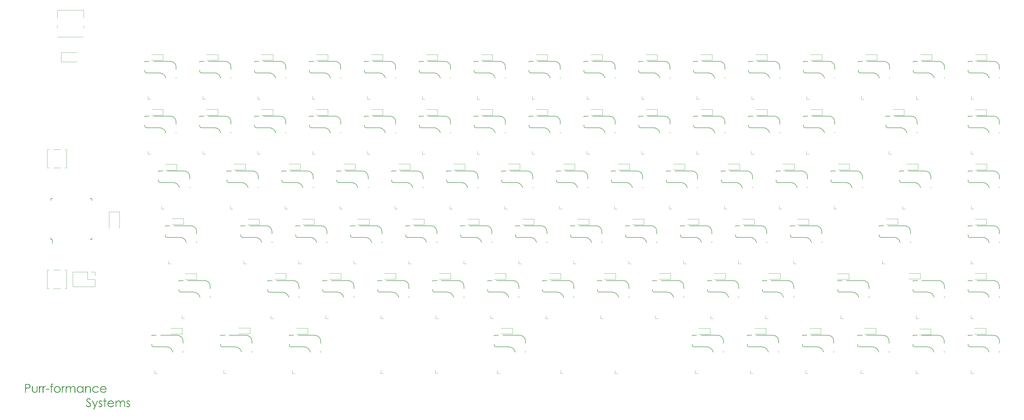
<source format=gto>
G04 #@! TF.GenerationSoftware,KiCad,Pcbnew,7.0.5*
G04 #@! TF.CreationDate,2023-07-06T17:45:39-04:00*
G04 #@! TF.ProjectId,keyboard,6b657962-6f61-4726-942e-6b696361645f,rev?*
G04 #@! TF.SameCoordinates,Original*
G04 #@! TF.FileFunction,Legend,Top*
G04 #@! TF.FilePolarity,Positive*
%FSLAX46Y46*%
G04 Gerber Fmt 4.6, Leading zero omitted, Abs format (unit mm)*
G04 Created by KiCad (PCBNEW 7.0.5) date 2023-07-06 17:45:39*
%MOMM*%
%LPD*%
G01*
G04 APERTURE LIST*
%ADD10C,0.500000*%
%ADD11C,0.120000*%
%ADD12C,0.150000*%
G04 APERTURE END LIST*
D10*
G36*
X119152959Y-268201892D02*
G01*
X119184395Y-268202023D01*
X119215172Y-268202242D01*
X119245291Y-268202547D01*
X119274752Y-268202940D01*
X119331699Y-268203988D01*
X119386012Y-268205384D01*
X119437693Y-268207130D01*
X119486740Y-268209225D01*
X119533153Y-268211670D01*
X119576934Y-268214463D01*
X119618081Y-268217606D01*
X119656595Y-268221098D01*
X119692476Y-268224939D01*
X119725724Y-268229129D01*
X119756338Y-268233669D01*
X119797322Y-268241133D01*
X119821353Y-268246545D01*
X119853407Y-268254940D01*
X119884723Y-268264371D01*
X119915300Y-268274838D01*
X119945139Y-268286342D01*
X119974239Y-268298881D01*
X120002601Y-268312456D01*
X120030224Y-268327068D01*
X120057109Y-268342716D01*
X120083255Y-268359400D01*
X120108663Y-268377120D01*
X120133333Y-268395876D01*
X120157264Y-268415668D01*
X120180456Y-268436496D01*
X120202910Y-268458361D01*
X120224626Y-268481262D01*
X120245603Y-268505198D01*
X120265567Y-268529957D01*
X120284243Y-268555505D01*
X120301631Y-268581843D01*
X120317731Y-268608971D01*
X120332543Y-268636889D01*
X120346067Y-268665597D01*
X120358303Y-268695095D01*
X120369251Y-268725383D01*
X120378911Y-268756461D01*
X120387283Y-268788329D01*
X120394367Y-268820987D01*
X120400163Y-268854435D01*
X120404671Y-268888673D01*
X120407891Y-268923701D01*
X120409823Y-268959519D01*
X120410467Y-268996127D01*
X120409837Y-269032906D01*
X120407948Y-269068873D01*
X120404800Y-269104027D01*
X120400392Y-269138367D01*
X120394725Y-269171895D01*
X120387798Y-269204611D01*
X120379612Y-269236513D01*
X120370167Y-269267602D01*
X120359462Y-269297879D01*
X120347498Y-269327343D01*
X120334275Y-269355994D01*
X120319792Y-269383831D01*
X120304050Y-269410857D01*
X120287048Y-269437069D01*
X120268787Y-269462468D01*
X120249267Y-269487055D01*
X120228733Y-269510742D01*
X120207249Y-269533446D01*
X120184815Y-269555164D01*
X120161431Y-269575898D01*
X120137096Y-269595647D01*
X120111811Y-269614412D01*
X120085576Y-269632192D01*
X120058391Y-269648988D01*
X120030255Y-269664799D01*
X120001169Y-269679625D01*
X119971133Y-269693467D01*
X119940147Y-269706324D01*
X119908210Y-269718196D01*
X119875323Y-269729084D01*
X119841486Y-269738987D01*
X119806699Y-269747906D01*
X119764937Y-269756548D01*
X119733590Y-269761838D01*
X119699438Y-269766749D01*
X119662481Y-269771283D01*
X119622719Y-269775439D01*
X119580153Y-269779217D01*
X119534781Y-269782618D01*
X119486604Y-269785640D01*
X119435622Y-269788285D01*
X119381835Y-269790552D01*
X119325243Y-269792441D01*
X119295895Y-269793244D01*
X119265846Y-269793952D01*
X119235096Y-269794566D01*
X119203645Y-269795085D01*
X119171492Y-269795510D01*
X119138638Y-269795841D01*
X119105083Y-269796077D01*
X119070826Y-269796219D01*
X119035868Y-269796266D01*
X118819713Y-269796266D01*
X118819713Y-271250000D01*
X118517096Y-271250000D01*
X118517096Y-268483217D01*
X118819713Y-268483217D01*
X118819713Y-269514898D01*
X119332623Y-269520760D01*
X119370897Y-269520540D01*
X119407865Y-269519879D01*
X119443529Y-269518777D01*
X119477887Y-269517234D01*
X119510940Y-269515250D01*
X119542687Y-269512826D01*
X119573130Y-269509961D01*
X119602267Y-269506655D01*
X119643526Y-269500870D01*
X119681849Y-269494093D01*
X119717234Y-269486324D01*
X119749683Y-269477564D01*
X119779196Y-269467811D01*
X119788381Y-269464340D01*
X119823494Y-269448964D01*
X119856662Y-269431413D01*
X119887883Y-269411687D01*
X119917158Y-269389785D01*
X119944486Y-269365708D01*
X119969868Y-269339456D01*
X119993304Y-269311028D01*
X120014794Y-269280425D01*
X120034199Y-269248265D01*
X120051018Y-269215167D01*
X120065249Y-269181129D01*
X120076892Y-269146153D01*
X120085948Y-269110238D01*
X120092417Y-269073384D01*
X120096298Y-269035591D01*
X120097592Y-268996859D01*
X120096298Y-268959158D01*
X120092417Y-268922258D01*
X120085948Y-268886160D01*
X120076892Y-268850863D01*
X120065249Y-268816368D01*
X120051018Y-268782674D01*
X120034199Y-268749781D01*
X120014794Y-268717690D01*
X119993441Y-268686972D01*
X119970418Y-268658568D01*
X119945723Y-268632476D01*
X119919356Y-268608696D01*
X119891317Y-268587230D01*
X119861608Y-268568076D01*
X119830226Y-268551234D01*
X119797173Y-268536706D01*
X119760777Y-268524169D01*
X119729949Y-268515864D01*
X119696094Y-268508499D01*
X119659212Y-268502074D01*
X119619303Y-268496589D01*
X119576368Y-268492044D01*
X119546063Y-268489537D01*
X119514412Y-268487448D01*
X119481417Y-268485776D01*
X119447076Y-268484522D01*
X119411390Y-268483687D01*
X119374358Y-268483269D01*
X119355338Y-268483217D01*
X118819713Y-268483217D01*
X118517096Y-268483217D01*
X118517096Y-268201849D01*
X119120865Y-268201849D01*
X119152959Y-268201892D01*
G37*
G36*
X120919713Y-268999057D02*
G01*
X121210607Y-268999057D01*
X121210607Y-270044661D01*
X121210767Y-270091539D01*
X121211248Y-270136550D01*
X121212049Y-270179695D01*
X121213171Y-270220974D01*
X121214614Y-270260387D01*
X121216377Y-270297933D01*
X121218461Y-270333614D01*
X121220865Y-270367428D01*
X121223590Y-270399376D01*
X121226635Y-270429458D01*
X121231804Y-270471082D01*
X121237695Y-270508507D01*
X121244306Y-270541733D01*
X121251639Y-270570760D01*
X121264296Y-270608606D01*
X121278911Y-270644932D01*
X121295483Y-270679738D01*
X121314013Y-270713024D01*
X121334501Y-270744790D01*
X121356946Y-270775037D01*
X121381350Y-270803764D01*
X121407711Y-270830970D01*
X121436029Y-270856657D01*
X121466306Y-270880825D01*
X121487578Y-270896092D01*
X121520862Y-270917436D01*
X121555318Y-270936681D01*
X121590946Y-270953826D01*
X121627747Y-270968872D01*
X121665719Y-270981819D01*
X121704864Y-270992666D01*
X121745180Y-271001413D01*
X121786669Y-271008062D01*
X121829329Y-271012610D01*
X121873162Y-271015060D01*
X121903035Y-271015526D01*
X121932882Y-271015074D01*
X121976580Y-271012700D01*
X122018989Y-271008291D01*
X122060111Y-271001846D01*
X122099944Y-270993367D01*
X122138490Y-270982853D01*
X122175747Y-270970303D01*
X122211717Y-270955719D01*
X122246399Y-270939099D01*
X122279792Y-270920445D01*
X122311898Y-270899755D01*
X122342445Y-270877267D01*
X122371163Y-270853490D01*
X122398052Y-270828426D01*
X122423112Y-270802073D01*
X122446343Y-270774433D01*
X122467746Y-270745504D01*
X122487319Y-270715288D01*
X122505063Y-270683784D01*
X122520979Y-270650991D01*
X122535065Y-270616911D01*
X122543440Y-270593475D01*
X122553572Y-270556529D01*
X122560285Y-270522884D01*
X122566237Y-270484152D01*
X122571430Y-270440332D01*
X122574470Y-270408293D01*
X122577172Y-270373992D01*
X122579536Y-270337430D01*
X122581562Y-270298607D01*
X122583251Y-270257522D01*
X122584602Y-270214177D01*
X122585615Y-270168570D01*
X122586291Y-270120702D01*
X122586629Y-270070573D01*
X122586671Y-270044661D01*
X122586671Y-268999057D01*
X122881960Y-268999057D01*
X122881960Y-270098883D01*
X122881537Y-270155878D01*
X122880266Y-270211093D01*
X122878148Y-270264528D01*
X122875183Y-270316183D01*
X122871370Y-270366057D01*
X122866711Y-270414151D01*
X122861204Y-270460464D01*
X122854849Y-270504998D01*
X122847648Y-270547751D01*
X122839600Y-270588723D01*
X122830704Y-270627916D01*
X122820961Y-270665328D01*
X122810371Y-270700960D01*
X122798933Y-270734811D01*
X122786648Y-270766882D01*
X122773517Y-270797173D01*
X122759623Y-270826085D01*
X122744871Y-270854200D01*
X122729261Y-270881520D01*
X122712792Y-270908044D01*
X122695464Y-270933773D01*
X122677277Y-270958706D01*
X122658232Y-270982843D01*
X122638328Y-271006184D01*
X122617566Y-271028730D01*
X122595944Y-271050480D01*
X122573465Y-271071434D01*
X122550126Y-271091593D01*
X122525929Y-271110956D01*
X122500873Y-271129523D01*
X122474958Y-271147294D01*
X122448185Y-271164270D01*
X122420553Y-271180330D01*
X122392063Y-271195354D01*
X122362713Y-271209342D01*
X122332506Y-271222293D01*
X122301439Y-271234209D01*
X122269514Y-271245088D01*
X122236730Y-271254931D01*
X122203087Y-271263738D01*
X122168586Y-271271509D01*
X122133226Y-271278244D01*
X122097008Y-271283943D01*
X122059931Y-271288605D01*
X122021995Y-271292232D01*
X121983200Y-271294822D01*
X121943547Y-271296376D01*
X121903035Y-271296894D01*
X121862515Y-271296376D01*
X121822836Y-271294822D01*
X121783998Y-271292232D01*
X121746002Y-271288605D01*
X121708848Y-271283943D01*
X121672535Y-271278244D01*
X121637063Y-271271509D01*
X121602433Y-271263738D01*
X121568645Y-271254931D01*
X121535698Y-271245088D01*
X121503592Y-271234209D01*
X121472328Y-271222293D01*
X121441906Y-271209342D01*
X121412324Y-271195354D01*
X121383585Y-271180330D01*
X121355687Y-271164270D01*
X121328645Y-271147280D01*
X121302472Y-271129466D01*
X121277170Y-271110827D01*
X121252739Y-271091364D01*
X121229177Y-271071076D01*
X121206485Y-271049965D01*
X121184663Y-271028029D01*
X121163712Y-271005268D01*
X121143631Y-270981683D01*
X121124419Y-270957274D01*
X121106078Y-270932041D01*
X121088607Y-270905983D01*
X121072006Y-270879101D01*
X121056276Y-270851395D01*
X121041415Y-270822865D01*
X121027424Y-270793510D01*
X121014381Y-270762807D01*
X121002180Y-270730232D01*
X120990820Y-270695785D01*
X120980301Y-270659466D01*
X120970624Y-270621275D01*
X120961788Y-270581213D01*
X120953794Y-270539279D01*
X120946641Y-270495472D01*
X120940330Y-270449794D01*
X120934860Y-270402244D01*
X120930232Y-270352822D01*
X120926445Y-270301528D01*
X120923500Y-270248362D01*
X120921396Y-270193325D01*
X120920134Y-270136415D01*
X120919713Y-270077634D01*
X120919713Y-268999057D01*
G37*
G36*
X123400732Y-268999057D02*
G01*
X123695289Y-268999057D01*
X123695289Y-269326587D01*
X123720147Y-269291225D01*
X123745263Y-269257679D01*
X123770637Y-269225949D01*
X123796268Y-269196035D01*
X123822157Y-269167938D01*
X123848303Y-269141656D01*
X123874707Y-269117191D01*
X123901369Y-269094541D01*
X123928288Y-269073708D01*
X123955465Y-269054690D01*
X123973726Y-269043021D01*
X124001306Y-269026784D01*
X124029093Y-269012143D01*
X124057085Y-268999100D01*
X124085284Y-268987654D01*
X124113689Y-268977805D01*
X124142299Y-268969554D01*
X124171116Y-268962899D01*
X124200139Y-268957841D01*
X124229368Y-268954381D01*
X124258803Y-268952518D01*
X124278541Y-268952163D01*
X124308663Y-268953353D01*
X124339312Y-268956926D01*
X124370487Y-268962879D01*
X124402189Y-268971214D01*
X124434418Y-268981930D01*
X124467173Y-268995027D01*
X124500455Y-269010506D01*
X124534263Y-269028367D01*
X124383321Y-269272365D01*
X124355644Y-269261177D01*
X124324319Y-269250255D01*
X124295056Y-269242064D01*
X124263520Y-269235958D01*
X124230914Y-269233531D01*
X124194987Y-269235385D01*
X124159381Y-269240949D01*
X124124096Y-269250223D01*
X124089131Y-269263206D01*
X124054486Y-269279899D01*
X124028714Y-269294852D01*
X124003121Y-269311892D01*
X123977709Y-269331019D01*
X123952477Y-269352233D01*
X123928026Y-269375505D01*
X123904683Y-269401082D01*
X123882448Y-269428965D01*
X123861321Y-269459154D01*
X123841301Y-269491648D01*
X123822389Y-269526447D01*
X123804584Y-269563552D01*
X123787888Y-269602963D01*
X123777372Y-269630518D01*
X123767348Y-269659097D01*
X123757817Y-269688701D01*
X123748778Y-269719330D01*
X123739219Y-269758626D01*
X123733369Y-269788645D01*
X123727936Y-269821721D01*
X123722922Y-269857854D01*
X123718325Y-269897043D01*
X123714146Y-269939290D01*
X123710385Y-269984593D01*
X123707042Y-270032953D01*
X123704117Y-270084370D01*
X123701610Y-270138844D01*
X123699520Y-270196374D01*
X123698632Y-270226286D01*
X123697849Y-270256962D01*
X123697170Y-270288402D01*
X123696595Y-270320606D01*
X123696125Y-270353575D01*
X123695759Y-270387308D01*
X123695498Y-270421804D01*
X123695341Y-270457066D01*
X123695289Y-270493091D01*
X123695289Y-271250000D01*
X123400732Y-271250000D01*
X123400732Y-268999057D01*
G37*
G36*
X124663956Y-268999057D02*
G01*
X124958513Y-268999057D01*
X124958513Y-269326587D01*
X124983371Y-269291225D01*
X125008487Y-269257679D01*
X125033861Y-269225949D01*
X125059492Y-269196035D01*
X125085381Y-269167938D01*
X125111527Y-269141656D01*
X125137931Y-269117191D01*
X125164593Y-269094541D01*
X125191512Y-269073708D01*
X125218689Y-269054690D01*
X125236950Y-269043021D01*
X125264530Y-269026784D01*
X125292317Y-269012143D01*
X125320309Y-268999100D01*
X125348508Y-268987654D01*
X125376913Y-268977805D01*
X125405523Y-268969554D01*
X125434340Y-268962899D01*
X125463363Y-268957841D01*
X125492592Y-268954381D01*
X125522027Y-268952518D01*
X125541765Y-268952163D01*
X125571887Y-268953353D01*
X125602536Y-268956926D01*
X125633711Y-268962879D01*
X125665413Y-268971214D01*
X125697642Y-268981930D01*
X125730397Y-268995027D01*
X125763679Y-269010506D01*
X125797487Y-269028367D01*
X125646545Y-269272365D01*
X125618868Y-269261177D01*
X125587543Y-269250255D01*
X125558280Y-269242064D01*
X125526744Y-269235958D01*
X125494138Y-269233531D01*
X125458211Y-269235385D01*
X125422605Y-269240949D01*
X125387320Y-269250223D01*
X125352355Y-269263206D01*
X125317710Y-269279899D01*
X125291938Y-269294852D01*
X125266345Y-269311892D01*
X125240933Y-269331019D01*
X125215701Y-269352233D01*
X125191250Y-269375505D01*
X125167907Y-269401082D01*
X125145672Y-269428965D01*
X125124545Y-269459154D01*
X125104525Y-269491648D01*
X125085613Y-269526447D01*
X125067808Y-269563552D01*
X125051112Y-269602963D01*
X125040596Y-269630518D01*
X125030572Y-269659097D01*
X125021041Y-269688701D01*
X125012002Y-269719330D01*
X125002443Y-269758626D01*
X124996593Y-269788645D01*
X124991160Y-269821721D01*
X124986146Y-269857854D01*
X124981549Y-269897043D01*
X124977370Y-269939290D01*
X124973609Y-269984593D01*
X124970266Y-270032953D01*
X124967341Y-270084370D01*
X124964834Y-270138844D01*
X124962744Y-270196374D01*
X124961856Y-270226286D01*
X124961073Y-270256962D01*
X124960394Y-270288402D01*
X124959819Y-270320606D01*
X124959349Y-270353575D01*
X124958983Y-270387308D01*
X124958722Y-270421804D01*
X124958565Y-270457066D01*
X124958513Y-270493091D01*
X124958513Y-271250000D01*
X124663956Y-271250000D01*
X124663956Y-268999057D01*
G37*
G36*
X125848778Y-269936950D02*
G01*
X126982309Y-269936950D01*
X126982309Y-270218318D01*
X125848778Y-270218318D01*
X125848778Y-269936950D01*
G37*
G36*
X128351779Y-268165945D02*
G01*
X128351779Y-268457571D01*
X128322372Y-268445393D01*
X128293776Y-268434413D01*
X128265992Y-268424630D01*
X128230208Y-268413451D01*
X128195867Y-268404400D01*
X128162969Y-268397479D01*
X128131513Y-268392688D01*
X128101500Y-268390026D01*
X128079937Y-268389427D01*
X128049093Y-268390561D01*
X128015714Y-268394748D01*
X127985140Y-268402021D01*
X127957371Y-268412379D01*
X127939253Y-268421667D01*
X127913974Y-268438062D01*
X127891666Y-268458039D01*
X127874492Y-268482139D01*
X127868911Y-268494940D01*
X127862820Y-268524112D01*
X127859394Y-268557351D01*
X127857287Y-268592488D01*
X127856090Y-268625467D01*
X127855329Y-268662773D01*
X127855043Y-268693593D01*
X127854989Y-268715491D01*
X127854989Y-268999057D01*
X128322470Y-268999057D01*
X128322470Y-269280425D01*
X127854256Y-269280425D01*
X127852791Y-271250000D01*
X127564096Y-271250000D01*
X127564096Y-269280425D01*
X127269539Y-269280425D01*
X127269539Y-268999057D01*
X127564096Y-268999057D01*
X127564096Y-268661270D01*
X127564482Y-268618759D01*
X127565641Y-268578606D01*
X127567573Y-268540809D01*
X127570278Y-268505370D01*
X127573756Y-268472288D01*
X127578006Y-268441563D01*
X127584876Y-268404262D01*
X127593119Y-268371152D01*
X127602736Y-268342232D01*
X127608060Y-268329344D01*
X127623530Y-268299151D01*
X127642005Y-268270854D01*
X127663486Y-268244454D01*
X127687973Y-268219949D01*
X127715464Y-268197341D01*
X127739621Y-268180620D01*
X127759002Y-268168876D01*
X127786250Y-268154622D01*
X127814872Y-268142269D01*
X127844868Y-268131816D01*
X127876238Y-268123264D01*
X127908982Y-268116612D01*
X127943100Y-268111861D01*
X127978591Y-268109010D01*
X128015457Y-268108060D01*
X128051486Y-268108964D01*
X128089233Y-268111677D01*
X128118670Y-268114900D01*
X128149074Y-268119139D01*
X128180443Y-268124396D01*
X128212778Y-268130671D01*
X128246079Y-268137963D01*
X128280347Y-268146273D01*
X128315580Y-268155600D01*
X128351779Y-268165945D01*
G37*
G36*
X129840602Y-268952527D02*
G01*
X129872414Y-268953620D01*
X129903880Y-268955441D01*
X129934999Y-268957990D01*
X129965772Y-268961268D01*
X129996199Y-268965275D01*
X130026280Y-268970009D01*
X130056014Y-268975473D01*
X130085402Y-268981664D01*
X130114443Y-268988585D01*
X130143139Y-268996233D01*
X130171487Y-269004610D01*
X130199490Y-269013716D01*
X130227146Y-269023549D01*
X130281420Y-269045403D01*
X130334308Y-269070169D01*
X130385811Y-269097850D01*
X130411042Y-269112783D01*
X130435928Y-269128444D01*
X130460467Y-269144834D01*
X130484660Y-269161952D01*
X130508507Y-269179799D01*
X130532007Y-269198374D01*
X130555161Y-269217677D01*
X130577969Y-269237709D01*
X130600430Y-269258470D01*
X130622545Y-269279959D01*
X130644313Y-269302176D01*
X130665736Y-269325122D01*
X130703179Y-269368109D01*
X130738207Y-269412076D01*
X130770819Y-269457021D01*
X130801016Y-269502946D01*
X130828796Y-269549849D01*
X130854161Y-269597731D01*
X130877111Y-269646592D01*
X130897644Y-269696432D01*
X130915762Y-269747251D01*
X130931464Y-269799048D01*
X130944751Y-269851825D01*
X130955621Y-269905580D01*
X130964076Y-269960314D01*
X130970116Y-270016027D01*
X130973739Y-270072719D01*
X130974947Y-270130390D01*
X130973671Y-270188365D01*
X130969841Y-270245417D01*
X130963458Y-270301548D01*
X130954522Y-270356758D01*
X130943033Y-270411045D01*
X130928991Y-270464411D01*
X130912396Y-270516856D01*
X130893248Y-270568379D01*
X130871547Y-270618980D01*
X130847292Y-270668660D01*
X130820485Y-270717417D01*
X130791124Y-270765254D01*
X130759210Y-270812168D01*
X130724743Y-270858161D01*
X130687723Y-270903233D01*
X130668256Y-270925423D01*
X130648150Y-270947383D01*
X130627588Y-270968886D01*
X130606659Y-270989706D01*
X130563703Y-271029299D01*
X130519282Y-271066162D01*
X130473394Y-271100294D01*
X130426042Y-271131695D01*
X130377224Y-271160366D01*
X130326940Y-271186306D01*
X130275191Y-271209516D01*
X130221977Y-271229995D01*
X130167297Y-271247744D01*
X130111152Y-271262762D01*
X130082530Y-271269247D01*
X130053541Y-271275050D01*
X130024186Y-271280169D01*
X129994465Y-271284607D01*
X129964377Y-271288361D01*
X129933923Y-271291433D01*
X129903103Y-271293822D01*
X129871916Y-271295529D01*
X129840363Y-271296553D01*
X129808443Y-271296894D01*
X129776433Y-271296553D01*
X129744790Y-271295529D01*
X129713516Y-271293822D01*
X129682609Y-271291433D01*
X129652069Y-271288361D01*
X129621898Y-271284607D01*
X129592094Y-271280169D01*
X129562659Y-271275050D01*
X129533591Y-271269247D01*
X129504890Y-271262762D01*
X129448593Y-271247744D01*
X129393768Y-271229995D01*
X129340413Y-271209516D01*
X129288529Y-271186306D01*
X129238117Y-271160366D01*
X129189176Y-271131695D01*
X129141706Y-271100294D01*
X129095707Y-271066162D01*
X129051180Y-271029299D01*
X129008123Y-270989706D01*
X128987147Y-270968886D01*
X128966538Y-270947383D01*
X128946478Y-270925423D01*
X128927054Y-270903233D01*
X128890117Y-270858161D01*
X128855727Y-270812168D01*
X128823885Y-270765254D01*
X128794590Y-270717417D01*
X128767843Y-270668660D01*
X128743643Y-270618980D01*
X128721990Y-270568379D01*
X128702885Y-270516856D01*
X128686327Y-270464411D01*
X128672316Y-270411045D01*
X128660853Y-270356758D01*
X128651937Y-270301548D01*
X128645569Y-270245417D01*
X128641748Y-270188365D01*
X128640522Y-270132588D01*
X128935031Y-270132588D01*
X128935489Y-270162504D01*
X128936863Y-270192168D01*
X128939153Y-270221581D01*
X128942358Y-270250741D01*
X128948884Y-270294009D01*
X128957471Y-270336711D01*
X128968118Y-270378845D01*
X128980826Y-270420413D01*
X128995595Y-270461415D01*
X129012425Y-270501849D01*
X129024790Y-270528491D01*
X129038071Y-270554881D01*
X129052267Y-270581018D01*
X129067331Y-270606661D01*
X129083031Y-270631565D01*
X129107771Y-270667537D01*
X129133941Y-270701847D01*
X129161541Y-270734496D01*
X129190570Y-270765483D01*
X129221029Y-270794808D01*
X129252918Y-270822472D01*
X129286236Y-270848475D01*
X129320984Y-270872816D01*
X129357162Y-270895496D01*
X129369539Y-270902686D01*
X129407393Y-270922852D01*
X129445943Y-270941034D01*
X129485188Y-270957233D01*
X129525129Y-270971448D01*
X129565766Y-270983680D01*
X129607098Y-270993928D01*
X129649125Y-271002193D01*
X129691848Y-271008474D01*
X129735266Y-271012771D01*
X129764598Y-271014535D01*
X129794240Y-271015416D01*
X129809176Y-271015526D01*
X129838880Y-271015086D01*
X129868275Y-271013763D01*
X129911788Y-271010127D01*
X129954605Y-271004507D01*
X129996727Y-270996903D01*
X130038154Y-270987316D01*
X130078885Y-270975746D01*
X130118920Y-270962192D01*
X130158260Y-270946654D01*
X130196904Y-270929133D01*
X130234853Y-270909628D01*
X130247348Y-270902686D01*
X130284127Y-270880560D01*
X130319450Y-270856773D01*
X130353318Y-270831325D01*
X130385730Y-270804214D01*
X130416687Y-270775443D01*
X130446189Y-270745009D01*
X130474235Y-270712914D01*
X130500826Y-270679158D01*
X130525961Y-270643740D01*
X130549641Y-270606661D01*
X130564619Y-270581018D01*
X130578905Y-270554881D01*
X130592268Y-270528491D01*
X130604710Y-270501849D01*
X130621645Y-270461415D01*
X130636507Y-270420413D01*
X130649294Y-270378845D01*
X130660008Y-270336711D01*
X130668649Y-270294009D01*
X130675215Y-270250741D01*
X130678441Y-270221581D01*
X130680745Y-270192168D01*
X130682128Y-270162504D01*
X130682588Y-270132588D01*
X130681578Y-270086398D01*
X130678547Y-270041066D01*
X130673495Y-269996593D01*
X130666423Y-269952978D01*
X130657329Y-269910223D01*
X130646215Y-269868325D01*
X130633081Y-269827287D01*
X130617925Y-269787107D01*
X130600749Y-269747786D01*
X130581552Y-269709323D01*
X130560334Y-269671719D01*
X130537096Y-269634974D01*
X130511837Y-269599088D01*
X130484557Y-269564060D01*
X130455257Y-269529891D01*
X130423935Y-269496580D01*
X130391223Y-269464726D01*
X130357749Y-269434928D01*
X130323514Y-269407184D01*
X130288518Y-269381496D01*
X130252760Y-269357863D01*
X130216241Y-269336284D01*
X130178961Y-269316761D01*
X130140919Y-269299293D01*
X130102116Y-269283880D01*
X130062551Y-269270522D01*
X130022225Y-269259219D01*
X129981138Y-269249971D01*
X129939290Y-269242778D01*
X129896680Y-269237641D01*
X129853309Y-269234558D01*
X129809176Y-269233531D01*
X129764691Y-269234558D01*
X129720997Y-269237641D01*
X129678092Y-269242778D01*
X129635977Y-269249971D01*
X129594653Y-269259219D01*
X129554118Y-269270522D01*
X129514373Y-269283880D01*
X129475418Y-269299293D01*
X129437253Y-269316761D01*
X129399878Y-269336284D01*
X129363294Y-269357863D01*
X129327499Y-269381496D01*
X129292494Y-269407184D01*
X129258279Y-269434928D01*
X129224854Y-269464726D01*
X129192219Y-269496580D01*
X129161075Y-269529891D01*
X129131940Y-269564060D01*
X129104815Y-269599088D01*
X129079699Y-269634974D01*
X129056592Y-269671719D01*
X129035495Y-269709323D01*
X129016407Y-269747786D01*
X128999328Y-269787107D01*
X128984258Y-269827287D01*
X128971198Y-269868325D01*
X128960147Y-269910223D01*
X128951105Y-269952978D01*
X128944073Y-269996593D01*
X128939049Y-270041066D01*
X128936036Y-270086398D01*
X128935031Y-270132588D01*
X128640522Y-270132588D01*
X128640474Y-270130390D01*
X128641682Y-270072986D01*
X128645305Y-270016543D01*
X128651345Y-269961061D01*
X128659800Y-269906542D01*
X128670670Y-269852984D01*
X128683957Y-269800388D01*
X128699659Y-269748753D01*
X128717777Y-269698080D01*
X128738310Y-269648369D01*
X128761260Y-269599620D01*
X128786625Y-269551832D01*
X128814405Y-269505006D01*
X128844602Y-269459142D01*
X128877214Y-269414240D01*
X128912242Y-269370299D01*
X128949685Y-269327320D01*
X128971109Y-269304239D01*
X128992882Y-269281891D01*
X129015004Y-269260275D01*
X129037476Y-269239392D01*
X129060296Y-269219242D01*
X129083466Y-269199825D01*
X129106985Y-269181140D01*
X129130853Y-269163189D01*
X129155070Y-269145969D01*
X129179636Y-269129483D01*
X129204552Y-269113729D01*
X129229817Y-269098709D01*
X129255431Y-269084420D01*
X129307706Y-269058042D01*
X129361379Y-269034595D01*
X129388739Y-269023970D01*
X129416448Y-269014078D01*
X129444506Y-269004919D01*
X129472914Y-268996493D01*
X129501670Y-268988799D01*
X129530776Y-268981838D01*
X129560232Y-268975610D01*
X129590036Y-268970115D01*
X129620189Y-268965352D01*
X129650692Y-268961322D01*
X129681544Y-268958025D01*
X129712745Y-268955460D01*
X129744295Y-268953628D01*
X129776195Y-268952529D01*
X129808443Y-268952163D01*
X129840602Y-268952527D01*
G37*
G36*
X131387473Y-268999057D02*
G01*
X131682030Y-268999057D01*
X131682030Y-269326587D01*
X131706889Y-269291225D01*
X131732005Y-269257679D01*
X131757378Y-269225949D01*
X131783009Y-269196035D01*
X131808898Y-269167938D01*
X131835045Y-269141656D01*
X131861449Y-269117191D01*
X131888110Y-269094541D01*
X131915029Y-269073708D01*
X131942206Y-269054690D01*
X131960467Y-269043021D01*
X131988047Y-269026784D01*
X132015834Y-269012143D01*
X132043826Y-268999100D01*
X132072025Y-268987654D01*
X132100430Y-268977805D01*
X132129040Y-268969554D01*
X132157857Y-268962899D01*
X132186880Y-268957841D01*
X132216109Y-268954381D01*
X132245544Y-268952518D01*
X132265282Y-268952163D01*
X132295404Y-268953353D01*
X132326053Y-268956926D01*
X132357228Y-268962879D01*
X132388930Y-268971214D01*
X132421159Y-268981930D01*
X132453914Y-268995027D01*
X132487196Y-269010506D01*
X132521004Y-269028367D01*
X132370062Y-269272365D01*
X132342385Y-269261177D01*
X132311060Y-269250255D01*
X132281797Y-269242064D01*
X132250261Y-269235958D01*
X132217655Y-269233531D01*
X132181728Y-269235385D01*
X132146122Y-269240949D01*
X132110837Y-269250223D01*
X132075872Y-269263206D01*
X132041227Y-269279899D01*
X132015455Y-269294852D01*
X131989862Y-269311892D01*
X131964450Y-269331019D01*
X131939218Y-269352233D01*
X131914767Y-269375505D01*
X131891425Y-269401082D01*
X131869189Y-269428965D01*
X131848062Y-269459154D01*
X131828042Y-269491648D01*
X131809130Y-269526447D01*
X131791326Y-269563552D01*
X131774629Y-269602963D01*
X131764113Y-269630518D01*
X131754089Y-269659097D01*
X131744558Y-269688701D01*
X131735519Y-269719330D01*
X131725960Y-269758626D01*
X131720110Y-269788645D01*
X131714677Y-269821721D01*
X131709663Y-269857854D01*
X131705066Y-269897043D01*
X131700887Y-269939290D01*
X131697126Y-269984593D01*
X131693783Y-270032953D01*
X131690858Y-270084370D01*
X131688351Y-270138844D01*
X131686261Y-270196374D01*
X131685373Y-270226286D01*
X131684590Y-270256962D01*
X131683911Y-270288402D01*
X131683336Y-270320606D01*
X131682866Y-270353575D01*
X131682500Y-270387308D01*
X131682239Y-270421804D01*
X131682082Y-270457066D01*
X131682030Y-270493091D01*
X131682030Y-271250000D01*
X131387473Y-271250000D01*
X131387473Y-268999057D01*
G37*
G36*
X132757676Y-268999057D02*
G01*
X133044173Y-268999057D01*
X133044173Y-269386671D01*
X133062983Y-269360287D01*
X133081862Y-269334807D01*
X133100810Y-269310232D01*
X133119827Y-269286562D01*
X133138912Y-269263796D01*
X133167669Y-269231342D01*
X133196580Y-269200924D01*
X133225646Y-269172541D01*
X133254866Y-269146193D01*
X133284241Y-269121880D01*
X133313771Y-269099602D01*
X133343455Y-269079358D01*
X133353384Y-269073063D01*
X133380767Y-269058423D01*
X133408327Y-269044727D01*
X133436065Y-269031976D01*
X133463980Y-269020169D01*
X133492073Y-269009307D01*
X133520343Y-268999389D01*
X133548791Y-268990416D01*
X133577416Y-268982388D01*
X133606218Y-268975304D01*
X133635198Y-268969164D01*
X133664356Y-268963969D01*
X133693691Y-268959719D01*
X133723203Y-268956413D01*
X133752893Y-268954052D01*
X133782760Y-268952635D01*
X133812805Y-268952163D01*
X133843157Y-268952730D01*
X133873212Y-268954430D01*
X133902971Y-268957263D01*
X133932434Y-268961230D01*
X133961601Y-268966331D01*
X133990471Y-268972565D01*
X134019046Y-268979932D01*
X134047324Y-268988433D01*
X134075306Y-268998067D01*
X134102991Y-269008835D01*
X134121284Y-269016643D01*
X134148284Y-269028969D01*
X134182803Y-269046566D01*
X134215627Y-269065491D01*
X134246756Y-269085744D01*
X134276191Y-269107325D01*
X134303932Y-269130234D01*
X134329978Y-269154472D01*
X134354330Y-269180037D01*
X134360153Y-269186636D01*
X134383028Y-269214457D01*
X134405124Y-269245163D01*
X134421186Y-269270085D01*
X134436809Y-269296631D01*
X134451995Y-269324800D01*
X134466742Y-269354591D01*
X134481052Y-269386005D01*
X134494924Y-269419043D01*
X134508357Y-269453703D01*
X134521353Y-269489986D01*
X134539677Y-269457508D01*
X134558562Y-269426021D01*
X134578008Y-269395524D01*
X134598015Y-269366017D01*
X134618583Y-269337501D01*
X134639712Y-269309975D01*
X134661402Y-269283439D01*
X134683653Y-269257894D01*
X134706465Y-269233339D01*
X134729837Y-269209774D01*
X134753771Y-269187200D01*
X134778266Y-269165616D01*
X134803322Y-269145022D01*
X134828939Y-269125419D01*
X134855117Y-269106806D01*
X134881856Y-269089183D01*
X134909093Y-269072591D01*
X134936581Y-269057069D01*
X134964322Y-269042618D01*
X134992315Y-269029237D01*
X135020559Y-269016926D01*
X135049055Y-269005686D01*
X135077803Y-268995517D01*
X135106803Y-268986418D01*
X135136055Y-268978389D01*
X135165559Y-268971431D01*
X135195315Y-268965544D01*
X135225322Y-268960727D01*
X135255582Y-268956980D01*
X135286093Y-268954304D01*
X135316856Y-268952698D01*
X135347871Y-268952163D01*
X135391077Y-268953193D01*
X135433317Y-268956284D01*
X135474591Y-268961436D01*
X135514899Y-268968649D01*
X135554241Y-268977923D01*
X135592617Y-268989257D01*
X135630027Y-269002652D01*
X135666471Y-269018108D01*
X135701949Y-269035625D01*
X135736461Y-269055203D01*
X135758932Y-269069399D01*
X135791643Y-269092199D01*
X135822731Y-269116635D01*
X135852196Y-269142706D01*
X135880038Y-269170413D01*
X135906257Y-269199756D01*
X135930854Y-269230734D01*
X135953828Y-269263348D01*
X135975178Y-269297599D01*
X135994906Y-269333484D01*
X136013011Y-269371006D01*
X136024180Y-269396929D01*
X136039631Y-269438201D01*
X136049088Y-269467762D01*
X136057869Y-269498960D01*
X136065975Y-269531795D01*
X136073405Y-269566268D01*
X136080160Y-269602378D01*
X136086240Y-269640125D01*
X136091644Y-269679509D01*
X136096372Y-269720530D01*
X136100425Y-269763189D01*
X136103802Y-269807485D01*
X136106504Y-269853417D01*
X136108531Y-269900988D01*
X136109882Y-269950195D01*
X136110557Y-270001039D01*
X136110642Y-270027076D01*
X136110642Y-271250000D01*
X135816085Y-271250000D01*
X135816085Y-270027808D01*
X135815881Y-269983716D01*
X135815272Y-269941381D01*
X135814256Y-269900803D01*
X135812833Y-269861983D01*
X135811004Y-269824920D01*
X135808769Y-269789614D01*
X135806127Y-269756066D01*
X135803079Y-269724275D01*
X135799624Y-269694242D01*
X135793680Y-269652487D01*
X135786821Y-269614687D01*
X135779048Y-269580840D01*
X135770361Y-269550948D01*
X135764061Y-269533217D01*
X135750093Y-269500335D01*
X135733836Y-269469103D01*
X135715289Y-269439519D01*
X135694452Y-269411584D01*
X135671325Y-269385297D01*
X135645908Y-269360659D01*
X135618202Y-269337670D01*
X135588206Y-269316329D01*
X135556309Y-269296923D01*
X135522902Y-269280105D01*
X135487983Y-269265874D01*
X135451552Y-269254230D01*
X135413611Y-269245174D01*
X135384163Y-269240080D01*
X135353865Y-269236441D01*
X135322716Y-269234258D01*
X135290718Y-269233531D01*
X135251604Y-269234619D01*
X135213121Y-269237884D01*
X135175268Y-269243326D01*
X135138047Y-269250944D01*
X135101457Y-269260740D01*
X135065499Y-269272711D01*
X135030171Y-269286860D01*
X134995474Y-269303186D01*
X134961409Y-269321688D01*
X134927975Y-269342367D01*
X134906036Y-269357362D01*
X134874162Y-269381170D01*
X134843937Y-269406434D01*
X134815361Y-269433154D01*
X134788433Y-269461329D01*
X134763154Y-269490959D01*
X134739523Y-269522045D01*
X134717541Y-269554587D01*
X134697208Y-269588583D01*
X134678524Y-269624036D01*
X134661488Y-269660943D01*
X134651046Y-269686357D01*
X134636773Y-269727384D01*
X134628038Y-269757426D01*
X134619926Y-269789620D01*
X134612438Y-269823967D01*
X134605575Y-269860466D01*
X134599335Y-269899117D01*
X134593720Y-269939921D01*
X134588728Y-269982877D01*
X134584360Y-270027986D01*
X134580616Y-270075247D01*
X134577496Y-270124660D01*
X134575001Y-270176226D01*
X134573129Y-270229944D01*
X134571881Y-270285815D01*
X134571257Y-270343838D01*
X134571179Y-270373656D01*
X134571179Y-271250000D01*
X134284682Y-271250000D01*
X134284682Y-270104012D01*
X134284484Y-270054378D01*
X134283892Y-270006777D01*
X134282905Y-269961207D01*
X134281522Y-269917670D01*
X134279745Y-269876165D01*
X134277572Y-269836692D01*
X134275005Y-269799251D01*
X134272042Y-269763843D01*
X134268685Y-269730466D01*
X134264933Y-269699122D01*
X134260785Y-269669810D01*
X134253824Y-269629653D01*
X134245973Y-269594067D01*
X134237234Y-269563054D01*
X134234124Y-269553733D01*
X134220305Y-269518367D01*
X134204128Y-269484811D01*
X134185592Y-269453063D01*
X134164698Y-269423124D01*
X134141445Y-269394994D01*
X134115834Y-269368673D01*
X134087864Y-269344161D01*
X134057536Y-269321458D01*
X134025468Y-269300850D01*
X133991911Y-269282990D01*
X133956866Y-269267877D01*
X133920333Y-269255512D01*
X133891956Y-269248042D01*
X133862742Y-269242117D01*
X133832691Y-269237738D01*
X133801802Y-269234904D01*
X133770077Y-269233616D01*
X133759316Y-269233531D01*
X133722034Y-269234593D01*
X133685204Y-269237781D01*
X133648825Y-269243094D01*
X133612896Y-269250532D01*
X133577418Y-269260096D01*
X133542391Y-269271784D01*
X133507814Y-269285598D01*
X133473689Y-269301537D01*
X133440014Y-269319601D01*
X133406790Y-269339791D01*
X133384891Y-269354431D01*
X133353123Y-269377696D01*
X133322939Y-269402430D01*
X133294339Y-269428632D01*
X133267323Y-269456303D01*
X133241891Y-269485442D01*
X133218044Y-269516049D01*
X133195781Y-269548124D01*
X133175102Y-269581668D01*
X133156007Y-269616680D01*
X133138497Y-269653161D01*
X133127704Y-269678297D01*
X133112776Y-269718384D01*
X133103639Y-269747212D01*
X133095156Y-269777723D01*
X133087325Y-269809917D01*
X133080146Y-269843795D01*
X133073621Y-269879355D01*
X133067747Y-269916598D01*
X133062527Y-269955524D01*
X133057958Y-269996134D01*
X133054043Y-270038426D01*
X133050780Y-270082401D01*
X133048170Y-270128059D01*
X133046212Y-270175400D01*
X133044907Y-270224424D01*
X133044254Y-270275131D01*
X133044173Y-270301116D01*
X133044173Y-271250000D01*
X132757676Y-271250000D01*
X132757676Y-268999057D01*
G37*
G36*
X137789941Y-268952601D02*
G01*
X137823852Y-268953914D01*
X137857352Y-268956104D01*
X137890439Y-268959170D01*
X137923114Y-268963111D01*
X137955377Y-268967928D01*
X137987228Y-268973621D01*
X138018667Y-268980190D01*
X138049693Y-268987634D01*
X138080307Y-268995955D01*
X138110510Y-269005151D01*
X138140300Y-269015223D01*
X138169677Y-269026171D01*
X138198643Y-269037995D01*
X138227197Y-269050695D01*
X138255338Y-269064270D01*
X138283061Y-269078762D01*
X138310361Y-269094209D01*
X138337238Y-269110612D01*
X138363690Y-269127972D01*
X138389719Y-269146287D01*
X138415325Y-269165559D01*
X138440506Y-269185786D01*
X138465265Y-269206969D01*
X138489599Y-269229108D01*
X138513510Y-269252204D01*
X138536998Y-269276255D01*
X138560061Y-269301262D01*
X138582702Y-269327225D01*
X138604918Y-269354145D01*
X138626711Y-269382020D01*
X138648080Y-269410851D01*
X138648080Y-268999057D01*
X138933112Y-268999057D01*
X138933112Y-271250000D01*
X138648080Y-271250000D01*
X138648080Y-270864584D01*
X138625283Y-270891707D01*
X138602136Y-270917936D01*
X138578640Y-270943272D01*
X138554795Y-270967716D01*
X138530601Y-270991266D01*
X138506057Y-271013924D01*
X138481164Y-271035688D01*
X138455922Y-271056559D01*
X138430331Y-271076537D01*
X138404391Y-271095623D01*
X138378101Y-271113815D01*
X138351463Y-271131114D01*
X138324475Y-271147521D01*
X138297138Y-271163034D01*
X138269452Y-271177654D01*
X138241416Y-271191381D01*
X138213040Y-271204158D01*
X138184332Y-271216111D01*
X138155292Y-271227239D01*
X138125920Y-271237543D01*
X138096216Y-271247023D01*
X138066179Y-271255678D01*
X138035811Y-271263509D01*
X138005111Y-271270516D01*
X137974079Y-271276698D01*
X137942715Y-271282056D01*
X137911019Y-271286590D01*
X137878990Y-271290300D01*
X137846630Y-271293185D01*
X137813938Y-271295245D01*
X137780913Y-271296482D01*
X137747557Y-271296894D01*
X137717971Y-271296559D01*
X137688655Y-271295555D01*
X137630836Y-271291536D01*
X137574098Y-271284838D01*
X137518442Y-271275462D01*
X137463868Y-271263406D01*
X137410376Y-271248671D01*
X137357966Y-271231258D01*
X137306638Y-271211165D01*
X137256391Y-271188393D01*
X137207227Y-271162942D01*
X137159145Y-271134812D01*
X137112144Y-271104003D01*
X137066225Y-271070515D01*
X137021389Y-271034348D01*
X136977634Y-270995502D01*
X136956162Y-270975075D01*
X136934961Y-270953977D01*
X136914224Y-270932355D01*
X136894146Y-270910443D01*
X136874726Y-270888242D01*
X136837860Y-270842973D01*
X136803628Y-270796548D01*
X136772029Y-270748966D01*
X136743064Y-270700228D01*
X136716731Y-270650334D01*
X136693032Y-270599284D01*
X136671966Y-270547077D01*
X136653533Y-270493713D01*
X136637734Y-270439194D01*
X136624568Y-270383518D01*
X136614035Y-270326686D01*
X136606135Y-270268697D01*
X136603172Y-270239269D01*
X136600868Y-270209552D01*
X136599223Y-270179546D01*
X136598235Y-270149251D01*
X136597938Y-270121598D01*
X136888799Y-270121598D01*
X136889868Y-270164975D01*
X136893075Y-270208005D01*
X136898421Y-270250687D01*
X136905904Y-270293022D01*
X136915525Y-270335008D01*
X136927285Y-270376647D01*
X136941182Y-270417938D01*
X136957218Y-270458882D01*
X136969096Y-270485984D01*
X136981924Y-270512932D01*
X136995703Y-270539725D01*
X137010432Y-270566364D01*
X137025960Y-270592559D01*
X137042134Y-270618021D01*
X137058955Y-270642751D01*
X137076424Y-270666748D01*
X137094539Y-270690012D01*
X137113300Y-270712543D01*
X137142656Y-270744966D01*
X137173467Y-270775741D01*
X137205734Y-270804867D01*
X137239456Y-270832344D01*
X137274633Y-270858173D01*
X137311266Y-270882353D01*
X137336496Y-270897557D01*
X137362259Y-270911842D01*
X137401344Y-270931542D01*
X137440956Y-270949169D01*
X137481096Y-270964721D01*
X137521765Y-270978200D01*
X137562962Y-270989605D01*
X137604686Y-270998937D01*
X137646939Y-271006195D01*
X137689720Y-271011379D01*
X137733029Y-271014490D01*
X137776866Y-271015526D01*
X137806442Y-271015068D01*
X137835817Y-271013695D01*
X137879503Y-271009916D01*
X137922739Y-271004077D01*
X137965524Y-270996178D01*
X138007859Y-270986217D01*
X138049742Y-270974196D01*
X138091175Y-270960114D01*
X138118547Y-270949581D01*
X138145718Y-270938132D01*
X138172688Y-270925767D01*
X138199459Y-270912486D01*
X138226029Y-270898290D01*
X138252207Y-270883312D01*
X138277617Y-270867687D01*
X138302261Y-270851415D01*
X138337789Y-270825795D01*
X138371590Y-270798719D01*
X138403665Y-270770188D01*
X138434015Y-270740201D01*
X138462639Y-270708759D01*
X138489536Y-270675861D01*
X138514708Y-270641508D01*
X138538154Y-270605699D01*
X138552826Y-270581018D01*
X138573253Y-270542936D01*
X138591672Y-270503979D01*
X138608081Y-270464145D01*
X138622481Y-270423436D01*
X138634871Y-270381851D01*
X138645253Y-270339390D01*
X138651057Y-270310596D01*
X138655969Y-270281413D01*
X138659987Y-270251840D01*
X138663113Y-270221878D01*
X138665345Y-270191527D01*
X138666685Y-270160787D01*
X138667131Y-270129658D01*
X138666130Y-270082339D01*
X138663124Y-270036006D01*
X138658115Y-269990657D01*
X138651103Y-269946292D01*
X138642087Y-269902912D01*
X138631067Y-269860517D01*
X138618044Y-269819107D01*
X138603018Y-269778681D01*
X138585987Y-269739239D01*
X138566954Y-269700782D01*
X138545916Y-269663310D01*
X138522875Y-269626823D01*
X138497831Y-269591320D01*
X138470783Y-269556801D01*
X138441731Y-269523267D01*
X138410676Y-269490718D01*
X138378156Y-269459574D01*
X138344708Y-269430440D01*
X138310333Y-269403315D01*
X138275030Y-269378199D01*
X138238800Y-269355092D01*
X138201643Y-269333995D01*
X138163558Y-269314906D01*
X138124546Y-269297827D01*
X138084606Y-269282758D01*
X138043740Y-269269698D01*
X138001946Y-269258647D01*
X137959224Y-269249605D01*
X137915575Y-269242572D01*
X137870999Y-269237549D01*
X137825495Y-269234535D01*
X137779064Y-269233531D01*
X137749074Y-269233986D01*
X137719370Y-269235351D01*
X137689952Y-269237626D01*
X137646362Y-269242746D01*
X137603416Y-269249914D01*
X137561113Y-269259130D01*
X137519455Y-269270393D01*
X137478441Y-269283705D01*
X137438071Y-269299064D01*
X137398345Y-269316471D01*
X137359262Y-269335927D01*
X137333565Y-269350034D01*
X137296100Y-269372579D01*
X137260089Y-269396797D01*
X137225534Y-269422690D01*
X137192435Y-269450258D01*
X137160791Y-269479500D01*
X137130603Y-269510416D01*
X137101869Y-269543007D01*
X137074592Y-269577272D01*
X137057215Y-269601045D01*
X137040485Y-269625563D01*
X137024403Y-269650825D01*
X137008967Y-269676831D01*
X136994415Y-269703212D01*
X136980802Y-269729782D01*
X136968129Y-269756541D01*
X136956393Y-269783489D01*
X136940551Y-269824265D01*
X136926821Y-269865466D01*
X136915203Y-269907092D01*
X136905698Y-269949143D01*
X136898305Y-269991619D01*
X136893024Y-270034520D01*
X136889855Y-270077846D01*
X136888799Y-270121598D01*
X136597938Y-270121598D01*
X136597906Y-270118667D01*
X136598238Y-270088670D01*
X136599234Y-270058946D01*
X136600894Y-270029496D01*
X136606206Y-269971416D01*
X136614175Y-269914429D01*
X136624799Y-269858536D01*
X136638080Y-269803736D01*
X136654017Y-269750029D01*
X136672610Y-269697416D01*
X136693859Y-269645896D01*
X136717764Y-269595469D01*
X136744326Y-269546136D01*
X136773543Y-269497896D01*
X136805417Y-269450750D01*
X136839947Y-269404696D01*
X136877133Y-269359737D01*
X136896722Y-269337667D01*
X136916975Y-269315870D01*
X136937892Y-269294347D01*
X136959276Y-269273295D01*
X136980928Y-269252911D01*
X137002850Y-269233195D01*
X137047501Y-269195769D01*
X137093228Y-269161015D01*
X137140031Y-269128936D01*
X137187910Y-269099529D01*
X137236865Y-269072796D01*
X137286897Y-269048736D01*
X137338005Y-269027350D01*
X137390189Y-269008637D01*
X137443449Y-268992597D01*
X137497785Y-268979230D01*
X137553198Y-268968537D01*
X137609687Y-268960517D01*
X137667252Y-268955170D01*
X137725893Y-268952497D01*
X137755617Y-268952163D01*
X137789941Y-268952601D01*
G37*
G36*
X139568387Y-268999057D02*
G01*
X139857083Y-268999057D01*
X139857083Y-269400593D01*
X139878844Y-269372219D01*
X139900897Y-269344802D01*
X139923243Y-269318341D01*
X139945880Y-269292836D01*
X139968809Y-269268287D01*
X139992031Y-269244693D01*
X140015544Y-269222056D01*
X140039349Y-269200375D01*
X140063446Y-269179649D01*
X140087835Y-269159880D01*
X140112516Y-269141067D01*
X140137489Y-269123209D01*
X140162753Y-269106308D01*
X140188310Y-269090362D01*
X140214159Y-269075373D01*
X140240300Y-269061339D01*
X140266729Y-269048119D01*
X140293445Y-269035751D01*
X140320447Y-269024236D01*
X140361487Y-269008564D01*
X140403171Y-268994810D01*
X140445499Y-268982975D01*
X140474076Y-268976152D01*
X140502938Y-268970181D01*
X140532087Y-268965064D01*
X140561522Y-268960799D01*
X140591244Y-268957387D01*
X140621251Y-268954828D01*
X140651545Y-268953122D01*
X140682125Y-268952269D01*
X140697522Y-268952163D01*
X140728718Y-268952661D01*
X140759472Y-268954155D01*
X140789786Y-268956645D01*
X140819659Y-268960131D01*
X140849091Y-268964613D01*
X140878083Y-268970092D01*
X140920743Y-268980177D01*
X140962412Y-268992503D01*
X141003089Y-269007070D01*
X141042775Y-269023879D01*
X141081468Y-269042928D01*
X141119170Y-269064219D01*
X141143754Y-269079658D01*
X141179397Y-269104349D01*
X141213237Y-269130611D01*
X141245274Y-269158444D01*
X141275508Y-269187850D01*
X141303938Y-269218826D01*
X141330565Y-269251374D01*
X141355389Y-269285493D01*
X141378410Y-269321183D01*
X141399628Y-269358445D01*
X141419042Y-269397278D01*
X141430983Y-269424040D01*
X141442252Y-269451998D01*
X141452794Y-269481834D01*
X141462608Y-269513547D01*
X141471696Y-269547138D01*
X141480056Y-269582607D01*
X141487690Y-269619953D01*
X141494596Y-269659177D01*
X141500776Y-269700279D01*
X141506228Y-269743258D01*
X141510954Y-269788114D01*
X141514952Y-269834849D01*
X141518224Y-269883461D01*
X141520768Y-269933950D01*
X141522586Y-269986318D01*
X141523676Y-270040562D01*
X141524040Y-270096685D01*
X141524040Y-271250000D01*
X141237543Y-271250000D01*
X141237543Y-270189741D01*
X141237414Y-270142744D01*
X141237028Y-270097738D01*
X141236384Y-270054725D01*
X141235482Y-270013703D01*
X141234323Y-269974674D01*
X141232906Y-269937637D01*
X141231232Y-269902592D01*
X141229300Y-269869539D01*
X141227110Y-269838478D01*
X141223343Y-269795622D01*
X141218996Y-269757248D01*
X141214069Y-269723357D01*
X141208563Y-269693947D01*
X141204570Y-269676831D01*
X141194155Y-269636438D01*
X141182142Y-269597963D01*
X141168532Y-269561407D01*
X141153325Y-269526771D01*
X141136521Y-269494053D01*
X141118120Y-269463255D01*
X141098121Y-269434376D01*
X141076526Y-269407416D01*
X141053333Y-269382375D01*
X141028544Y-269359254D01*
X141011130Y-269344905D01*
X140983717Y-269325001D01*
X140954784Y-269307055D01*
X140924332Y-269291067D01*
X140892359Y-269277036D01*
X140858867Y-269264963D01*
X140823855Y-269254848D01*
X140787323Y-269246691D01*
X140749271Y-269240491D01*
X140709699Y-269236250D01*
X140668608Y-269233966D01*
X140640369Y-269233531D01*
X140607794Y-269234200D01*
X140575649Y-269236210D01*
X140543933Y-269239558D01*
X140512646Y-269244247D01*
X140481788Y-269250275D01*
X140451360Y-269257642D01*
X140421361Y-269266349D01*
X140391791Y-269276395D01*
X140362651Y-269287781D01*
X140333940Y-269300507D01*
X140305658Y-269314571D01*
X140277806Y-269329976D01*
X140250383Y-269346720D01*
X140223390Y-269364803D01*
X140196825Y-269384226D01*
X140170690Y-269404989D01*
X140145411Y-269426742D01*
X140121231Y-269449136D01*
X140098150Y-269472171D01*
X140076168Y-269495847D01*
X140055286Y-269520165D01*
X140035502Y-269545123D01*
X140016817Y-269570723D01*
X139999232Y-269596964D01*
X139982745Y-269623846D01*
X139967358Y-269651369D01*
X139953070Y-269679533D01*
X139939881Y-269708339D01*
X139927791Y-269737785D01*
X139916800Y-269767873D01*
X139906908Y-269798602D01*
X139898115Y-269829972D01*
X139890782Y-269863423D01*
X139884171Y-269901679D01*
X139878280Y-269944739D01*
X139874754Y-269976114D01*
X139871548Y-270009625D01*
X139868663Y-270045271D01*
X139866099Y-270083053D01*
X139863855Y-270122969D01*
X139861931Y-270165021D01*
X139860328Y-270209208D01*
X139859046Y-270255530D01*
X139858084Y-270303988D01*
X139857443Y-270354580D01*
X139857123Y-270407308D01*
X139857083Y-270434473D01*
X139857083Y-271250000D01*
X139568387Y-271250000D01*
X139568387Y-268999057D01*
G37*
G36*
X144306210Y-269466538D02*
G01*
X144077599Y-269608688D01*
X144058841Y-269585607D01*
X144039660Y-269563258D01*
X144000033Y-269520760D01*
X143958717Y-269481193D01*
X143915712Y-269444556D01*
X143871018Y-269410851D01*
X143824636Y-269380076D01*
X143776565Y-269352233D01*
X143726805Y-269327320D01*
X143675357Y-269305338D01*
X143622220Y-269286287D01*
X143567394Y-269270167D01*
X143510879Y-269256978D01*
X143481989Y-269251482D01*
X143452676Y-269246720D01*
X143422941Y-269242690D01*
X143392784Y-269239392D01*
X143362205Y-269236828D01*
X143331203Y-269234996D01*
X143299780Y-269233897D01*
X143267934Y-269233531D01*
X143217187Y-269234538D01*
X143167527Y-269237561D01*
X143118955Y-269242598D01*
X143071471Y-269249651D01*
X143025074Y-269258718D01*
X142979766Y-269269801D01*
X142935544Y-269282898D01*
X142892411Y-269298011D01*
X142850365Y-269315138D01*
X142809406Y-269334281D01*
X142769535Y-269355438D01*
X142730752Y-269378611D01*
X142693057Y-269403798D01*
X142656449Y-269431001D01*
X142620929Y-269460218D01*
X142586496Y-269491451D01*
X142553667Y-269524126D01*
X142522955Y-269557671D01*
X142494361Y-269592087D01*
X142467886Y-269627372D01*
X142443528Y-269663528D01*
X142421289Y-269700553D01*
X142401168Y-269738449D01*
X142383164Y-269777215D01*
X142367279Y-269816851D01*
X142353512Y-269857357D01*
X142341862Y-269898734D01*
X142332331Y-269940980D01*
X142324918Y-269984096D01*
X142319623Y-270028083D01*
X142316446Y-270072940D01*
X142315387Y-270118667D01*
X142315873Y-270148508D01*
X142317333Y-270178132D01*
X142319766Y-270207539D01*
X142323172Y-270236728D01*
X142330106Y-270280103D01*
X142339229Y-270322989D01*
X142350542Y-270365386D01*
X142359300Y-270393378D01*
X142369032Y-270421153D01*
X142379737Y-270448711D01*
X142391415Y-270476051D01*
X142404066Y-270503173D01*
X142417690Y-270530078D01*
X142432287Y-270556765D01*
X142439951Y-270570027D01*
X142455885Y-270596128D01*
X142472546Y-270621490D01*
X142489934Y-270646114D01*
X142508049Y-270669999D01*
X142526891Y-270693146D01*
X142546460Y-270715554D01*
X142566756Y-270737224D01*
X142587779Y-270758155D01*
X142609529Y-270778348D01*
X142632006Y-270797803D01*
X142655210Y-270816519D01*
X142679141Y-270834497D01*
X142703799Y-270851736D01*
X142729184Y-270868236D01*
X142755296Y-270883999D01*
X142782135Y-270899023D01*
X142809541Y-270913130D01*
X142837353Y-270926328D01*
X142865571Y-270938616D01*
X142894197Y-270949993D01*
X142923228Y-270960460D01*
X142952666Y-270970017D01*
X142982510Y-270978664D01*
X143012761Y-270986400D01*
X143043418Y-270993227D01*
X143074482Y-270999143D01*
X143105952Y-271004149D01*
X143137829Y-271008245D01*
X143170112Y-271011431D01*
X143202801Y-271013706D01*
X143235897Y-271015071D01*
X143269399Y-271015526D01*
X143300135Y-271015160D01*
X143330516Y-271014061D01*
X143360545Y-271012229D01*
X143390219Y-271009665D01*
X143419541Y-271006367D01*
X143477123Y-270997575D01*
X143533291Y-270985851D01*
X143588045Y-270971196D01*
X143641386Y-270953611D01*
X143693312Y-270933094D01*
X143743825Y-270909647D01*
X143792923Y-270883269D01*
X143840608Y-270853960D01*
X143886878Y-270821720D01*
X143931735Y-270786549D01*
X143975178Y-270748447D01*
X144017207Y-270707414D01*
X144037691Y-270685799D01*
X144057822Y-270663450D01*
X144077599Y-270640369D01*
X144306210Y-270790579D01*
X144285720Y-270820289D01*
X144264365Y-270849151D01*
X144242145Y-270877167D01*
X144219061Y-270904335D01*
X144195113Y-270930656D01*
X144170301Y-270956130D01*
X144144624Y-270980756D01*
X144118082Y-271004535D01*
X144090676Y-271027468D01*
X144062406Y-271049552D01*
X144033272Y-271070790D01*
X144003273Y-271091181D01*
X143972409Y-271110724D01*
X143940682Y-271129420D01*
X143908090Y-271147269D01*
X143874633Y-271164270D01*
X143840450Y-271180330D01*
X143805677Y-271195354D01*
X143770314Y-271209342D01*
X143734361Y-271222293D01*
X143697819Y-271234209D01*
X143660688Y-271245088D01*
X143622967Y-271254931D01*
X143584656Y-271263738D01*
X143545755Y-271271509D01*
X143506265Y-271278244D01*
X143466186Y-271283943D01*
X143425516Y-271288605D01*
X143384257Y-271292232D01*
X143342409Y-271294822D01*
X143299971Y-271296376D01*
X143256943Y-271296894D01*
X143223873Y-271296566D01*
X143191158Y-271295583D01*
X143158797Y-271293945D01*
X143126792Y-271291651D01*
X143095142Y-271288701D01*
X143063846Y-271285096D01*
X143032905Y-271280836D01*
X143002320Y-271275920D01*
X142972089Y-271270348D01*
X142942213Y-271264122D01*
X142912692Y-271257239D01*
X142883526Y-271249702D01*
X142854715Y-271241509D01*
X142826259Y-271232660D01*
X142798158Y-271223156D01*
X142770411Y-271212997D01*
X142743020Y-271202182D01*
X142715983Y-271190711D01*
X142662975Y-271165804D01*
X142611386Y-271138276D01*
X142561217Y-271108125D01*
X142536665Y-271092066D01*
X142512468Y-271075353D01*
X142488626Y-271057983D01*
X142465138Y-271039958D01*
X142442006Y-271021278D01*
X142419228Y-271001942D01*
X142396806Y-270981951D01*
X142374738Y-270961304D01*
X142353190Y-270940142D01*
X142332325Y-270918695D01*
X142312145Y-270896962D01*
X142292649Y-270874946D01*
X142255709Y-270830057D01*
X142221506Y-270784030D01*
X142190039Y-270736863D01*
X142161308Y-270688558D01*
X142135313Y-270639113D01*
X142112055Y-270588529D01*
X142091533Y-270536806D01*
X142073747Y-270483943D01*
X142058697Y-270429942D01*
X142046384Y-270374801D01*
X142036807Y-270318521D01*
X142029966Y-270261102D01*
X142025862Y-270202544D01*
X142024836Y-270172838D01*
X142024494Y-270142847D01*
X142025132Y-270102544D01*
X142027047Y-270062601D01*
X142030238Y-270023020D01*
X142034706Y-269983799D01*
X142040450Y-269944938D01*
X142047471Y-269906439D01*
X142055769Y-269868300D01*
X142065343Y-269830521D01*
X142076194Y-269793103D01*
X142088321Y-269756046D01*
X142101725Y-269719350D01*
X142116405Y-269683014D01*
X142132362Y-269647038D01*
X142149596Y-269611424D01*
X142168106Y-269576170D01*
X142187892Y-269541277D01*
X142208886Y-269507042D01*
X142230837Y-269473762D01*
X142253743Y-269441439D01*
X142277605Y-269410072D01*
X142302424Y-269379661D01*
X142328198Y-269350206D01*
X142354928Y-269321707D01*
X142382615Y-269294164D01*
X142411257Y-269267577D01*
X142440855Y-269241945D01*
X142471409Y-269217270D01*
X142502920Y-269193551D01*
X142535386Y-269170788D01*
X142568808Y-269148981D01*
X142603186Y-269128129D01*
X142638520Y-269108234D01*
X142674598Y-269089335D01*
X142711209Y-269071655D01*
X142748352Y-269055194D01*
X142786028Y-269039953D01*
X142824235Y-269025931D01*
X142862975Y-269013128D01*
X142902248Y-269001545D01*
X142942053Y-268991181D01*
X142982390Y-268982036D01*
X143023260Y-268974110D01*
X143064662Y-268967404D01*
X143106596Y-268961917D01*
X143149063Y-268957650D01*
X143192062Y-268954601D01*
X143235594Y-268952772D01*
X143279658Y-268952163D01*
X143321281Y-268952749D01*
X143362622Y-268954507D01*
X143403679Y-268957437D01*
X143444453Y-268961539D01*
X143484943Y-268966814D01*
X143525150Y-268973260D01*
X143565074Y-268980879D01*
X143604714Y-268989669D01*
X143644071Y-268999632D01*
X143683145Y-269010767D01*
X143709036Y-269018841D01*
X143747363Y-269031704D01*
X143784582Y-269045288D01*
X143820693Y-269059593D01*
X143855697Y-269074620D01*
X143889593Y-269090368D01*
X143922381Y-269106837D01*
X143954061Y-269124028D01*
X143984634Y-269141939D01*
X144014099Y-269160573D01*
X144042457Y-269179927D01*
X144060746Y-269193230D01*
X144087431Y-269213811D01*
X144113357Y-269235434D01*
X144138522Y-269258101D01*
X144162927Y-269281810D01*
X144186573Y-269306564D01*
X144209459Y-269332360D01*
X144231584Y-269359200D01*
X144252950Y-269387083D01*
X144273556Y-269416009D01*
X144293402Y-269445979D01*
X144306210Y-269466538D01*
G37*
G36*
X145925223Y-268952594D02*
G01*
X145960359Y-268953886D01*
X145995044Y-268956040D01*
X146029279Y-268959055D01*
X146063062Y-268962932D01*
X146096395Y-268967670D01*
X146129277Y-268973270D01*
X146161708Y-268979732D01*
X146193688Y-268987055D01*
X146225218Y-268995239D01*
X146256296Y-269004285D01*
X146286924Y-269014193D01*
X146317101Y-269024962D01*
X146346828Y-269036593D01*
X146376103Y-269049085D01*
X146404928Y-269062438D01*
X146433302Y-269076654D01*
X146461225Y-269091730D01*
X146488697Y-269107669D01*
X146515719Y-269124468D01*
X146542290Y-269142130D01*
X146568409Y-269160653D01*
X146594079Y-269180037D01*
X146619297Y-269200283D01*
X146644064Y-269221390D01*
X146668381Y-269243359D01*
X146692247Y-269266190D01*
X146715662Y-269289882D01*
X146738626Y-269314436D01*
X146761140Y-269339851D01*
X146783203Y-269366127D01*
X146804815Y-269393265D01*
X146834201Y-269432884D01*
X146861727Y-269473705D01*
X146887393Y-269515728D01*
X146911198Y-269558954D01*
X146933142Y-269603381D01*
X146953226Y-269649011D01*
X146971450Y-269695842D01*
X146987814Y-269743876D01*
X147002316Y-269793112D01*
X147014959Y-269843550D01*
X147025741Y-269895190D01*
X147034662Y-269948032D01*
X147041723Y-270002077D01*
X147046924Y-270057324D01*
X147050264Y-270113772D01*
X147051744Y-270171423D01*
X145036741Y-270171423D01*
X145038658Y-270217159D01*
X145042396Y-270261858D01*
X145047955Y-270305521D01*
X145055334Y-270348148D01*
X145064533Y-270389739D01*
X145075552Y-270430294D01*
X145088392Y-270469812D01*
X145103053Y-270508295D01*
X145119533Y-270545741D01*
X145137834Y-270582152D01*
X145157956Y-270617526D01*
X145179897Y-270651864D01*
X145203660Y-270685166D01*
X145229242Y-270717432D01*
X145256645Y-270748661D01*
X145285868Y-270778855D01*
X145316445Y-270807514D01*
X145347910Y-270834325D01*
X145380261Y-270859286D01*
X145413500Y-270882399D01*
X145447627Y-270903662D01*
X145482640Y-270923077D01*
X145518541Y-270940642D01*
X145555329Y-270956359D01*
X145593005Y-270970226D01*
X145631567Y-270982244D01*
X145671017Y-270992414D01*
X145711355Y-271000734D01*
X145752579Y-271007206D01*
X145794691Y-271011828D01*
X145837690Y-271014602D01*
X145881577Y-271015526D01*
X145913510Y-271015069D01*
X145945290Y-271013697D01*
X145976914Y-271011411D01*
X146008384Y-271008211D01*
X146039700Y-271004095D01*
X146070861Y-270999066D01*
X146101867Y-270993122D01*
X146132719Y-270986263D01*
X146163417Y-270978490D01*
X146193959Y-270969802D01*
X146214235Y-270963503D01*
X146244166Y-270953446D01*
X146273234Y-270942783D01*
X146301439Y-270931515D01*
X146328781Y-270919642D01*
X146363895Y-270902869D01*
X146397475Y-270885021D01*
X146429520Y-270866096D01*
X146460031Y-270846094D01*
X146489009Y-270825017D01*
X146517688Y-270801753D01*
X146539573Y-270782141D01*
X146561781Y-270760674D01*
X146584310Y-270737353D01*
X146607161Y-270712177D01*
X146630334Y-270685146D01*
X146653830Y-270656260D01*
X146677647Y-270625520D01*
X146701786Y-270592925D01*
X146726247Y-270558475D01*
X146734473Y-270546580D01*
X146977739Y-270674075D01*
X146962663Y-270700860D01*
X146947296Y-270726992D01*
X146931637Y-270752471D01*
X146915686Y-270777298D01*
X146891211Y-270813315D01*
X146866080Y-270847863D01*
X146840293Y-270880943D01*
X146813848Y-270912555D01*
X146786746Y-270942699D01*
X146758988Y-270971374D01*
X146730572Y-270998581D01*
X146701500Y-271024319D01*
X146671758Y-271048763D01*
X146641333Y-271072087D01*
X146610226Y-271094290D01*
X146578436Y-271115372D01*
X146545963Y-271135334D01*
X146512808Y-271154175D01*
X146478970Y-271171896D01*
X146444450Y-271188496D01*
X146409246Y-271203976D01*
X146373361Y-271218335D01*
X146349057Y-271227285D01*
X146311924Y-271239725D01*
X146273890Y-271250941D01*
X146234954Y-271260934D01*
X146195116Y-271269703D01*
X146154376Y-271277249D01*
X146112735Y-271283570D01*
X146070193Y-271288669D01*
X146026748Y-271292544D01*
X145997285Y-271294447D01*
X145967420Y-271295806D01*
X145937155Y-271296622D01*
X145906489Y-271296894D01*
X145872468Y-271296545D01*
X145838912Y-271295497D01*
X145805824Y-271293751D01*
X145773201Y-271291307D01*
X145741046Y-271288164D01*
X145709357Y-271284323D01*
X145678134Y-271279784D01*
X145647378Y-271274546D01*
X145617089Y-271268610D01*
X145587266Y-271261975D01*
X145557910Y-271254642D01*
X145529020Y-271246611D01*
X145500596Y-271237881D01*
X145472640Y-271228453D01*
X145418126Y-271207501D01*
X145365478Y-271183756D01*
X145314697Y-271157218D01*
X145265781Y-271127886D01*
X145218732Y-271095760D01*
X145173549Y-271060841D01*
X145130232Y-271023128D01*
X145088782Y-270982622D01*
X145049197Y-270939323D01*
X145030173Y-270916883D01*
X144993938Y-270871454D01*
X144960118Y-270825292D01*
X144928713Y-270778397D01*
X144899725Y-270730770D01*
X144873152Y-270682410D01*
X144848995Y-270633317D01*
X144827253Y-270583491D01*
X144807928Y-270532933D01*
X144791018Y-270481642D01*
X144776523Y-270429618D01*
X144764445Y-270376862D01*
X144754782Y-270323373D01*
X144747535Y-270269151D01*
X144742703Y-270214196D01*
X144740288Y-270158509D01*
X144739986Y-270130390D01*
X144741007Y-270077720D01*
X144744073Y-270025770D01*
X144749182Y-269974542D01*
X144756335Y-269924036D01*
X144762612Y-269890055D01*
X145065317Y-269890055D01*
X146734473Y-269890055D01*
X146723155Y-269848807D01*
X146710911Y-269809143D01*
X146697739Y-269771064D01*
X146683640Y-269734568D01*
X146668613Y-269699657D01*
X146652659Y-269666330D01*
X146635778Y-269634587D01*
X146617969Y-269604429D01*
X146599233Y-269575854D01*
X146579569Y-269548864D01*
X146565945Y-269531751D01*
X146544706Y-269507067D01*
X146522205Y-269483297D01*
X146498441Y-269460441D01*
X146473415Y-269438500D01*
X146447127Y-269417473D01*
X146419577Y-269397361D01*
X146390764Y-269378164D01*
X146360689Y-269359880D01*
X146329352Y-269342512D01*
X146296753Y-269326058D01*
X146274319Y-269315596D01*
X146240224Y-269300930D01*
X146205806Y-269287707D01*
X146171067Y-269275926D01*
X146136005Y-269265587D01*
X146100622Y-269256692D01*
X146064916Y-269249238D01*
X146028889Y-269243228D01*
X145992539Y-269238660D01*
X145955868Y-269235534D01*
X145918874Y-269233851D01*
X145894033Y-269233531D01*
X145853178Y-269234335D01*
X145813044Y-269236748D01*
X145773631Y-269240769D01*
X145734939Y-269246399D01*
X145696969Y-269253638D01*
X145659720Y-269262485D01*
X145623192Y-269272940D01*
X145587386Y-269285005D01*
X145552301Y-269298678D01*
X145517937Y-269313959D01*
X145484295Y-269330849D01*
X145451373Y-269349347D01*
X145419173Y-269369455D01*
X145387695Y-269391170D01*
X145356937Y-269414494D01*
X145326901Y-269439427D01*
X145295218Y-269468912D01*
X145265017Y-269501037D01*
X145245706Y-269523920D01*
X145227053Y-269547977D01*
X145209058Y-269573207D01*
X145191721Y-269599611D01*
X145175043Y-269627189D01*
X145159023Y-269655940D01*
X145143662Y-269685864D01*
X145128958Y-269716963D01*
X145114914Y-269749234D01*
X145101527Y-269782679D01*
X145088799Y-269817298D01*
X145076729Y-269853090D01*
X145065317Y-269890055D01*
X144762612Y-269890055D01*
X144765531Y-269874250D01*
X144776771Y-269825186D01*
X144790054Y-269776843D01*
X144805382Y-269729221D01*
X144822752Y-269682321D01*
X144842167Y-269636142D01*
X144863625Y-269590684D01*
X144887127Y-269545948D01*
X144912672Y-269501932D01*
X144940261Y-269458639D01*
X144969893Y-269416066D01*
X145001570Y-269374214D01*
X145022534Y-269348248D01*
X145043936Y-269323107D01*
X145065776Y-269298789D01*
X145088054Y-269275296D01*
X145110771Y-269252627D01*
X145133924Y-269230783D01*
X145157516Y-269209763D01*
X145181546Y-269189567D01*
X145206014Y-269170195D01*
X145230919Y-269151648D01*
X145256263Y-269133925D01*
X145282044Y-269117027D01*
X145308264Y-269100952D01*
X145334921Y-269085703D01*
X145362016Y-269071277D01*
X145389549Y-269057676D01*
X145417520Y-269044899D01*
X145445929Y-269032946D01*
X145474776Y-269021818D01*
X145504061Y-269011514D01*
X145533784Y-269002034D01*
X145563945Y-268993379D01*
X145594543Y-268985548D01*
X145625580Y-268978541D01*
X145657054Y-268972359D01*
X145688966Y-268967001D01*
X145721317Y-268962467D01*
X145754105Y-268958757D01*
X145787331Y-268955872D01*
X145820995Y-268953811D01*
X145855097Y-268952575D01*
X145889637Y-268952163D01*
X145925223Y-268952594D01*
G37*
G36*
X139805687Y-275694291D02*
G01*
X140063607Y-275539685D01*
X140080680Y-275571422D01*
X140097917Y-275602151D01*
X140115318Y-275631872D01*
X140132885Y-275660586D01*
X140150615Y-275688292D01*
X140168511Y-275714991D01*
X140186570Y-275740682D01*
X140204795Y-275765366D01*
X140223184Y-275789042D01*
X140260456Y-275833372D01*
X140298386Y-275873672D01*
X140336974Y-275909942D01*
X140376221Y-275942182D01*
X140416126Y-275970392D01*
X140456690Y-275994573D01*
X140497911Y-276014723D01*
X140539791Y-276030843D01*
X140582330Y-276042933D01*
X140625526Y-276050993D01*
X140669381Y-276055023D01*
X140691556Y-276055526D01*
X140729371Y-276054416D01*
X140766615Y-276051084D01*
X140803285Y-276045531D01*
X140839384Y-276037758D01*
X140874910Y-276027763D01*
X140909863Y-276015547D01*
X140944244Y-276001110D01*
X140978053Y-275984452D01*
X141010567Y-275965756D01*
X141041067Y-275945571D01*
X141069552Y-275923899D01*
X141096022Y-275900737D01*
X141120477Y-275876088D01*
X141142916Y-275849950D01*
X141163341Y-275822324D01*
X141181751Y-275793210D01*
X141198237Y-275762950D01*
X141212526Y-275732256D01*
X141224616Y-275701126D01*
X141234508Y-275669562D01*
X141242201Y-275637562D01*
X141247697Y-275605127D01*
X141250994Y-275572258D01*
X141252093Y-275538953D01*
X141250479Y-275500771D01*
X141245636Y-275462795D01*
X141237564Y-275425025D01*
X141229392Y-275396833D01*
X141219404Y-275368757D01*
X141207599Y-275340796D01*
X141193978Y-275312952D01*
X141178542Y-275285223D01*
X141161289Y-275257611D01*
X141148778Y-275239267D01*
X141130094Y-275213667D01*
X141109577Y-275187426D01*
X141087229Y-275160544D01*
X141063049Y-275133021D01*
X141037037Y-275104857D01*
X141009193Y-275076051D01*
X140979518Y-275046605D01*
X140948011Y-275016517D01*
X140914672Y-274985788D01*
X140879501Y-274954419D01*
X140842498Y-274922407D01*
X140803663Y-274889755D01*
X140762997Y-274856462D01*
X140720498Y-274822527D01*
X140676168Y-274787952D01*
X140630006Y-274752735D01*
X140606609Y-274734984D01*
X140561489Y-274700414D01*
X140518602Y-274667087D01*
X140477947Y-274635001D01*
X140439524Y-274604158D01*
X140403334Y-274574557D01*
X140369377Y-274546198D01*
X140337652Y-274519081D01*
X140308160Y-274493207D01*
X140280900Y-274468574D01*
X140255873Y-274445184D01*
X140233078Y-274423037D01*
X140212516Y-274402131D01*
X140185858Y-274373101D01*
X140164224Y-274346867D01*
X140158129Y-274338743D01*
X140138698Y-274312508D01*
X140120520Y-274286010D01*
X140103595Y-274259248D01*
X140087925Y-274232223D01*
X140073508Y-274204935D01*
X140060344Y-274177383D01*
X140048435Y-274149568D01*
X140037779Y-274121489D01*
X140028376Y-274093148D01*
X140020227Y-274064543D01*
X140013332Y-274035674D01*
X140007691Y-274006543D01*
X140003303Y-273977148D01*
X140000169Y-273947489D01*
X139998289Y-273917568D01*
X139997662Y-273887383D01*
X139998493Y-273851553D01*
X140000985Y-273816328D01*
X140005139Y-273781709D01*
X140010954Y-273747695D01*
X140018431Y-273714286D01*
X140027569Y-273681483D01*
X140038369Y-273649285D01*
X140050830Y-273617693D01*
X140064953Y-273586706D01*
X140080738Y-273556324D01*
X140092184Y-273536406D01*
X140110714Y-273507192D01*
X140130583Y-273479176D01*
X140151792Y-273452357D01*
X140174341Y-273426737D01*
X140198229Y-273402314D01*
X140223457Y-273379089D01*
X140250024Y-273357062D01*
X140277930Y-273336233D01*
X140307177Y-273316602D01*
X140337762Y-273298169D01*
X140358897Y-273286545D01*
X140391447Y-273270177D01*
X140424525Y-273255419D01*
X140458131Y-273242270D01*
X140492265Y-273230732D01*
X140526927Y-273220804D01*
X140562117Y-273212485D01*
X140597836Y-273205777D01*
X140634082Y-273200679D01*
X140670857Y-273197190D01*
X140708159Y-273195312D01*
X140733321Y-273194954D01*
X140773193Y-273195836D01*
X140812576Y-273198483D01*
X140851469Y-273202895D01*
X140889873Y-273209071D01*
X140927788Y-273217011D01*
X140965213Y-273226716D01*
X141002148Y-273238186D01*
X141038594Y-273251420D01*
X141074551Y-273266419D01*
X141110018Y-273283182D01*
X141133391Y-273295338D01*
X141168611Y-273315641D01*
X141204205Y-273338907D01*
X141228142Y-273356063D01*
X141252245Y-273374536D01*
X141276513Y-273394325D01*
X141300948Y-273415431D01*
X141325549Y-273437854D01*
X141350316Y-273461593D01*
X141375249Y-273486649D01*
X141400347Y-273513021D01*
X141425612Y-273540710D01*
X141451043Y-273569716D01*
X141476640Y-273600039D01*
X141502403Y-273631678D01*
X141528332Y-273664633D01*
X141281402Y-273851479D01*
X141260256Y-273823423D01*
X141239499Y-273796593D01*
X141219132Y-273770988D01*
X141199153Y-273746607D01*
X141179564Y-273723452D01*
X141150911Y-273691016D01*
X141123133Y-273661336D01*
X141096231Y-273634412D01*
X141070205Y-273610245D01*
X141045054Y-273588834D01*
X141020780Y-273570180D01*
X140989776Y-273549595D01*
X140959219Y-273532421D01*
X140927998Y-273517538D01*
X140896113Y-273504944D01*
X140863564Y-273494640D01*
X140830350Y-273486626D01*
X140796473Y-273480901D01*
X140761932Y-273477467D01*
X140726727Y-273476322D01*
X140692966Y-273477301D01*
X140660378Y-273480237D01*
X140628961Y-273485132D01*
X140598717Y-273491984D01*
X140569644Y-273500794D01*
X140541744Y-273511562D01*
X140515016Y-273524287D01*
X140489460Y-273538970D01*
X140465076Y-273555611D01*
X140441864Y-273574210D01*
X140427041Y-273587697D01*
X140406220Y-273609030D01*
X140381645Y-273638877D01*
X140360711Y-273670328D01*
X140343417Y-273703380D01*
X140329765Y-273738036D01*
X140319752Y-273774295D01*
X140313381Y-273812156D01*
X140310992Y-273841604D01*
X140310537Y-273861737D01*
X140311539Y-273892506D01*
X140314544Y-273922989D01*
X140319553Y-273953185D01*
X140326565Y-273983095D01*
X140335581Y-274012719D01*
X140346601Y-274042057D01*
X140351570Y-274053712D01*
X140366267Y-274083186D01*
X140384256Y-274113447D01*
X140401017Y-274138222D01*
X140419885Y-274163501D01*
X140440859Y-274189284D01*
X140463940Y-274215571D01*
X140489128Y-274242361D01*
X140502512Y-274255945D01*
X140527714Y-274278614D01*
X140557458Y-274303343D01*
X140585356Y-274325737D01*
X140618045Y-274351429D01*
X140642500Y-274370388D01*
X140669084Y-274390813D01*
X140697798Y-274412703D01*
X140728641Y-274436059D01*
X140761614Y-274460880D01*
X140796717Y-274487167D01*
X140833948Y-274514919D01*
X140873310Y-274544136D01*
X140893789Y-274559295D01*
X140918184Y-274577277D01*
X140942094Y-274595135D01*
X140965520Y-274612871D01*
X141010914Y-274647973D01*
X141054369Y-274682583D01*
X141095882Y-274716701D01*
X141135455Y-274750326D01*
X141173088Y-274783460D01*
X141208780Y-274816100D01*
X141242531Y-274848249D01*
X141274342Y-274879905D01*
X141304212Y-274911069D01*
X141332141Y-274941740D01*
X141358130Y-274971920D01*
X141382179Y-275001607D01*
X141404287Y-275030801D01*
X141424454Y-275059504D01*
X141433810Y-275073670D01*
X141451555Y-275101797D01*
X141468156Y-275129941D01*
X141483612Y-275158103D01*
X141497923Y-275186281D01*
X141511090Y-275214477D01*
X141523111Y-275242690D01*
X141533987Y-275270920D01*
X141543719Y-275299167D01*
X141552306Y-275327432D01*
X141563039Y-275369861D01*
X141571196Y-275412328D01*
X141576778Y-275454834D01*
X141579783Y-275497379D01*
X141580355Y-275525764D01*
X141579377Y-275566370D01*
X141576440Y-275606307D01*
X141571545Y-275645573D01*
X141564693Y-275684170D01*
X141555883Y-275722098D01*
X141545116Y-275759355D01*
X141532390Y-275795943D01*
X141517707Y-275831861D01*
X141501066Y-275867109D01*
X141482467Y-275901688D01*
X141461911Y-275935596D01*
X141439397Y-275968835D01*
X141414925Y-276001405D01*
X141388495Y-276033304D01*
X141360108Y-276064534D01*
X141329762Y-276095094D01*
X141298017Y-276124374D01*
X141265431Y-276151766D01*
X141232003Y-276177268D01*
X141197734Y-276200881D01*
X141162623Y-276222606D01*
X141126670Y-276242441D01*
X141089877Y-276260387D01*
X141052241Y-276276444D01*
X141013764Y-276290612D01*
X140974446Y-276302891D01*
X140934286Y-276313281D01*
X140893285Y-276321782D01*
X140851442Y-276328393D01*
X140808758Y-276333116D01*
X140765232Y-276335950D01*
X140720865Y-276336894D01*
X140686535Y-276336319D01*
X140652607Y-276334593D01*
X140619079Y-276331716D01*
X140585951Y-276327689D01*
X140553225Y-276322511D01*
X140520899Y-276316183D01*
X140488973Y-276308704D01*
X140457449Y-276300075D01*
X140426325Y-276290294D01*
X140395602Y-276279363D01*
X140365280Y-276267282D01*
X140335358Y-276254050D01*
X140305837Y-276239667D01*
X140276717Y-276224134D01*
X140247997Y-276207450D01*
X140219678Y-276189616D01*
X140191786Y-276170336D01*
X140164163Y-276149499D01*
X140136809Y-276127105D01*
X140109723Y-276103154D01*
X140082907Y-276077646D01*
X140056360Y-276050580D01*
X140030082Y-276021958D01*
X140004073Y-275991779D01*
X139978333Y-275960043D01*
X139952862Y-275926749D01*
X139927660Y-275891899D01*
X139902728Y-275855491D01*
X139878064Y-275817527D01*
X139853669Y-275778005D01*
X139829543Y-275736927D01*
X139805687Y-275694291D01*
G37*
G36*
X141920341Y-274039057D02*
G01*
X142225157Y-274039057D01*
X142995987Y-275760237D01*
X143744103Y-274039057D01*
X144051116Y-274039057D01*
X142713886Y-277087208D01*
X142408339Y-277087208D01*
X142841381Y-276108283D01*
X141920341Y-274039057D01*
G37*
G36*
X145539288Y-274316762D02*
G01*
X145353907Y-274508004D01*
X145325096Y-274479610D01*
X145296365Y-274453049D01*
X145267714Y-274428319D01*
X145239144Y-274405422D01*
X145210653Y-274384356D01*
X145182243Y-274365122D01*
X145153913Y-274347719D01*
X145125662Y-274332149D01*
X145097492Y-274318410D01*
X145069403Y-274306503D01*
X145041393Y-274296428D01*
X144999529Y-274284750D01*
X144957845Y-274277194D01*
X144916341Y-274273760D01*
X144902547Y-274273531D01*
X144868177Y-274274962D01*
X144835044Y-274279255D01*
X144803147Y-274286411D01*
X144772487Y-274296428D01*
X144743064Y-274309308D01*
X144714877Y-274325051D01*
X144687926Y-274343655D01*
X144662212Y-274365122D01*
X144638856Y-274388306D01*
X144618614Y-274412428D01*
X144601487Y-274437490D01*
X144587473Y-274463490D01*
X144574336Y-274497311D01*
X144566064Y-274532599D01*
X144562950Y-274561885D01*
X144562561Y-274576880D01*
X144564582Y-274610289D01*
X144570646Y-274643198D01*
X144580754Y-274675605D01*
X144594904Y-274707512D01*
X144613097Y-274738918D01*
X144630562Y-274763682D01*
X144645359Y-274782044D01*
X144668715Y-274807312D01*
X144697749Y-274833656D01*
X144723251Y-274854120D01*
X144751948Y-274875189D01*
X144783839Y-274896864D01*
X144818924Y-274919145D01*
X144844089Y-274934334D01*
X144870673Y-274949793D01*
X144898677Y-274965521D01*
X144928101Y-274981518D01*
X144958944Y-274997784D01*
X144991207Y-275014319D01*
X145030608Y-275034793D01*
X145068395Y-275055180D01*
X145104568Y-275075482D01*
X145139126Y-275095698D01*
X145172070Y-275115828D01*
X145203400Y-275135872D01*
X145233116Y-275155830D01*
X145261217Y-275175703D01*
X145287704Y-275195489D01*
X145312577Y-275215190D01*
X145335835Y-275234805D01*
X145367696Y-275264066D01*
X145395925Y-275293134D01*
X145420521Y-275322009D01*
X145427913Y-275331591D01*
X145448210Y-275361189D01*
X145466510Y-275391457D01*
X145482814Y-275422395D01*
X145497121Y-275454002D01*
X145509433Y-275486279D01*
X145519747Y-275519226D01*
X145528066Y-275552843D01*
X145534388Y-275587130D01*
X145538713Y-275622086D01*
X145541042Y-275657712D01*
X145541486Y-275681835D01*
X145540727Y-275715764D01*
X145538452Y-275749040D01*
X145534659Y-275781663D01*
X145529350Y-275813634D01*
X145522524Y-275844953D01*
X145514180Y-275875619D01*
X145504320Y-275905632D01*
X145492943Y-275934993D01*
X145480048Y-275963701D01*
X145465637Y-275991756D01*
X145449709Y-276019159D01*
X145432264Y-276045909D01*
X145413301Y-276072007D01*
X145392822Y-276097452D01*
X145370826Y-276122245D01*
X145347313Y-276146385D01*
X145322755Y-276169454D01*
X145297441Y-276191035D01*
X145271372Y-276211128D01*
X145244548Y-276229733D01*
X145216967Y-276246849D01*
X145188631Y-276262476D01*
X145159540Y-276276616D01*
X145129692Y-276289267D01*
X145099090Y-276300429D01*
X145067731Y-276310104D01*
X145035617Y-276318290D01*
X145002747Y-276324987D01*
X144969122Y-276330197D01*
X144934741Y-276333917D01*
X144899604Y-276336150D01*
X144863712Y-276336894D01*
X144827459Y-276336173D01*
X144791515Y-276334009D01*
X144755881Y-276330403D01*
X144720555Y-276325354D01*
X144685539Y-276318862D01*
X144650831Y-276310928D01*
X144616433Y-276301551D01*
X144582344Y-276290732D01*
X144548564Y-276278470D01*
X144515093Y-276264766D01*
X144492951Y-276254829D01*
X144460513Y-276238763D01*
X144429144Y-276221615D01*
X144398844Y-276203386D01*
X144369613Y-276184074D01*
X144341450Y-276163681D01*
X144314357Y-276142206D01*
X144288333Y-276119649D01*
X144263378Y-276096010D01*
X144239492Y-276071289D01*
X144216675Y-276045486D01*
X144202058Y-276027683D01*
X144383042Y-275821053D01*
X144410717Y-275849446D01*
X144438603Y-275876008D01*
X144466702Y-275900737D01*
X144495012Y-275923635D01*
X144523534Y-275944701D01*
X144552268Y-275963935D01*
X144581214Y-275981338D01*
X144610371Y-275996908D01*
X144639740Y-276010647D01*
X144669321Y-276022554D01*
X144699114Y-276032629D01*
X144729119Y-276040872D01*
X144759335Y-276047283D01*
X144789764Y-276051863D01*
X144820404Y-276054610D01*
X144851256Y-276055526D01*
X144883228Y-276054573D01*
X144914299Y-276051714D01*
X144944468Y-276046948D01*
X144973736Y-276040276D01*
X145002102Y-276031698D01*
X145029566Y-276021214D01*
X145056129Y-276008824D01*
X145081790Y-275994527D01*
X145106550Y-275978324D01*
X145130408Y-275960214D01*
X145145812Y-275947083D01*
X145167550Y-275926277D01*
X145193207Y-275897495D01*
X145215062Y-275867521D01*
X145233117Y-275836358D01*
X145247371Y-275804003D01*
X145257824Y-275770458D01*
X145264476Y-275735722D01*
X145267327Y-275699795D01*
X145267445Y-275690628D01*
X145266186Y-275660803D01*
X145261070Y-275624650D01*
X145252018Y-275589749D01*
X145239031Y-275556100D01*
X145222108Y-275523703D01*
X145205736Y-275498687D01*
X145186845Y-275474473D01*
X145163707Y-275450625D01*
X145134226Y-275425242D01*
X145107953Y-275405199D01*
X145078112Y-275384293D01*
X145044704Y-275362523D01*
X145007727Y-275339891D01*
X144981095Y-275324323D01*
X144952876Y-275308372D01*
X144923072Y-275292038D01*
X144891682Y-275275319D01*
X144858706Y-275258218D01*
X144824145Y-275240732D01*
X144787073Y-275221238D01*
X144751513Y-275201772D01*
X144717464Y-275182334D01*
X144684926Y-275162926D01*
X144653900Y-275143546D01*
X144624385Y-275124194D01*
X144596381Y-275104871D01*
X144569888Y-275085577D01*
X144544906Y-275066311D01*
X144521436Y-275047074D01*
X144489064Y-275018273D01*
X144460093Y-274989535D01*
X144434522Y-274960862D01*
X144412351Y-274932254D01*
X144392840Y-274903297D01*
X144375248Y-274873581D01*
X144359575Y-274843105D01*
X144345822Y-274811869D01*
X144333987Y-274779872D01*
X144324072Y-274747116D01*
X144316075Y-274713601D01*
X144309998Y-274679325D01*
X144305840Y-274644289D01*
X144303601Y-274608493D01*
X144303175Y-274584207D01*
X144303853Y-274552672D01*
X144305888Y-274521811D01*
X144309280Y-274491626D01*
X144314028Y-274462117D01*
X144320133Y-274433283D01*
X144331835Y-274391298D01*
X144346589Y-274350833D01*
X144364395Y-274311889D01*
X144385255Y-274274464D01*
X144409166Y-274238559D01*
X144436131Y-274204173D01*
X144455803Y-274182094D01*
X144476831Y-274160690D01*
X144498988Y-274140283D01*
X144521860Y-274121192D01*
X144545447Y-274103417D01*
X144569750Y-274086960D01*
X144607547Y-274064742D01*
X144646953Y-274045486D01*
X144674118Y-274034295D01*
X144701999Y-274024420D01*
X144730596Y-274015862D01*
X144759908Y-274008621D01*
X144789935Y-274002696D01*
X144820679Y-273998088D01*
X144852137Y-273994796D01*
X144884311Y-273992821D01*
X144917201Y-273992163D01*
X144955867Y-273993431D01*
X144994561Y-273997235D01*
X145033284Y-274003574D01*
X145072036Y-274012450D01*
X145110816Y-274023862D01*
X145149625Y-274037809D01*
X145188462Y-274054293D01*
X145227329Y-274073312D01*
X145266223Y-274094868D01*
X145305147Y-274118959D01*
X145344099Y-274145586D01*
X145383079Y-274174750D01*
X145422088Y-274206449D01*
X145461126Y-274240684D01*
X145500193Y-274277455D01*
X145539288Y-274316762D01*
G37*
G36*
X146293265Y-273194954D02*
G01*
X146583426Y-273194954D01*
X146583426Y-274039057D01*
X147041381Y-274039057D01*
X147041381Y-274320425D01*
X146583426Y-274320425D01*
X146583426Y-276290000D01*
X146293265Y-276290000D01*
X146293265Y-274320425D01*
X145899790Y-274320425D01*
X145899790Y-274039057D01*
X146293265Y-274039057D01*
X146293265Y-273194954D01*
G37*
G36*
X148541692Y-273992594D02*
G01*
X148576828Y-273993886D01*
X148611513Y-273996040D01*
X148645748Y-273999055D01*
X148679531Y-274002932D01*
X148712864Y-274007670D01*
X148745746Y-274013270D01*
X148778177Y-274019732D01*
X148810157Y-274027055D01*
X148841687Y-274035239D01*
X148872765Y-274044285D01*
X148903393Y-274054193D01*
X148933570Y-274064962D01*
X148963297Y-274076593D01*
X148992572Y-274089085D01*
X149021397Y-274102438D01*
X149049771Y-274116654D01*
X149077694Y-274131730D01*
X149105166Y-274147669D01*
X149132188Y-274164468D01*
X149158758Y-274182130D01*
X149184878Y-274200653D01*
X149210547Y-274220037D01*
X149235766Y-274240283D01*
X149260533Y-274261390D01*
X149284850Y-274283359D01*
X149308716Y-274306190D01*
X149332131Y-274329882D01*
X149355095Y-274354436D01*
X149377609Y-274379851D01*
X149399672Y-274406127D01*
X149421284Y-274433265D01*
X149450670Y-274472884D01*
X149478196Y-274513705D01*
X149503861Y-274555728D01*
X149527667Y-274598954D01*
X149549611Y-274643381D01*
X149569695Y-274689011D01*
X149587919Y-274735842D01*
X149604282Y-274783876D01*
X149618785Y-274833112D01*
X149631428Y-274883550D01*
X149642210Y-274935190D01*
X149651131Y-274988032D01*
X149658192Y-275042077D01*
X149663393Y-275097324D01*
X149666733Y-275153772D01*
X149668213Y-275211423D01*
X147653210Y-275211423D01*
X147655127Y-275257159D01*
X147658865Y-275301858D01*
X147664424Y-275345521D01*
X147671803Y-275388148D01*
X147681002Y-275429739D01*
X147692021Y-275470294D01*
X147704861Y-275509812D01*
X147719521Y-275548295D01*
X147736002Y-275585741D01*
X147754303Y-275622152D01*
X147774425Y-275657526D01*
X147796366Y-275691864D01*
X147820129Y-275725166D01*
X147845711Y-275757432D01*
X147873114Y-275788661D01*
X147902337Y-275818855D01*
X147932914Y-275847514D01*
X147964379Y-275874325D01*
X147996730Y-275899286D01*
X148029969Y-275922399D01*
X148064096Y-275943662D01*
X148099109Y-275963077D01*
X148135010Y-275980642D01*
X148171798Y-275996359D01*
X148209474Y-276010226D01*
X148248036Y-276022244D01*
X148287486Y-276032414D01*
X148327824Y-276040734D01*
X148369048Y-276047206D01*
X148411160Y-276051828D01*
X148454159Y-276054602D01*
X148498046Y-276055526D01*
X148529979Y-276055069D01*
X148561759Y-276053697D01*
X148593383Y-276051411D01*
X148624853Y-276048211D01*
X148656169Y-276044095D01*
X148687330Y-276039066D01*
X148718336Y-276033122D01*
X148749188Y-276026263D01*
X148779886Y-276018490D01*
X148810428Y-276009802D01*
X148830704Y-276003503D01*
X148860635Y-275993446D01*
X148889703Y-275982783D01*
X148917908Y-275971515D01*
X148945250Y-275959642D01*
X148980364Y-275942869D01*
X149013944Y-275925021D01*
X149045989Y-275906096D01*
X149076500Y-275886094D01*
X149105478Y-275865017D01*
X149134157Y-275841753D01*
X149156042Y-275822141D01*
X149178249Y-275800674D01*
X149200779Y-275777353D01*
X149223630Y-275752177D01*
X149246803Y-275725146D01*
X149270299Y-275696260D01*
X149294116Y-275665520D01*
X149318255Y-275632925D01*
X149342716Y-275598475D01*
X149350942Y-275586580D01*
X149594207Y-275714075D01*
X149579132Y-275740860D01*
X149563765Y-275766992D01*
X149548106Y-275792471D01*
X149532155Y-275817298D01*
X149507680Y-275853315D01*
X149482549Y-275887863D01*
X149456761Y-275920943D01*
X149430317Y-275952555D01*
X149403215Y-275982699D01*
X149375457Y-276011374D01*
X149347041Y-276038581D01*
X149317969Y-276064319D01*
X149288227Y-276088763D01*
X149257802Y-276112087D01*
X149226695Y-276134290D01*
X149194905Y-276155372D01*
X149162432Y-276175334D01*
X149129277Y-276194175D01*
X149095439Y-276211896D01*
X149060918Y-276228496D01*
X149025715Y-276243976D01*
X148989829Y-276258335D01*
X148965526Y-276267285D01*
X148928393Y-276279725D01*
X148890359Y-276290941D01*
X148851423Y-276300934D01*
X148811585Y-276309703D01*
X148770845Y-276317249D01*
X148729204Y-276323570D01*
X148686662Y-276328669D01*
X148643217Y-276332544D01*
X148613754Y-276334447D01*
X148583889Y-276335806D01*
X148553624Y-276336622D01*
X148522958Y-276336894D01*
X148488937Y-276336545D01*
X148455381Y-276335497D01*
X148422293Y-276333751D01*
X148389670Y-276331307D01*
X148357515Y-276328164D01*
X148325826Y-276324323D01*
X148294603Y-276319784D01*
X148263847Y-276314546D01*
X148233558Y-276308610D01*
X148203735Y-276301975D01*
X148174378Y-276294642D01*
X148145489Y-276286611D01*
X148117065Y-276277881D01*
X148089109Y-276268453D01*
X148034595Y-276247501D01*
X147981947Y-276223756D01*
X147931166Y-276197218D01*
X147882250Y-276167886D01*
X147835201Y-276135760D01*
X147790018Y-276100841D01*
X147746701Y-276063128D01*
X147705250Y-276022622D01*
X147665666Y-275979323D01*
X147646642Y-275956883D01*
X147610406Y-275911454D01*
X147576586Y-275865292D01*
X147545182Y-275818397D01*
X147516194Y-275770770D01*
X147489621Y-275722410D01*
X147465464Y-275673317D01*
X147443722Y-275623491D01*
X147424396Y-275572933D01*
X147407486Y-275521642D01*
X147392992Y-275469618D01*
X147380914Y-275416862D01*
X147371251Y-275363373D01*
X147364004Y-275309151D01*
X147359172Y-275254196D01*
X147356756Y-275198509D01*
X147356454Y-275170390D01*
X147357476Y-275117720D01*
X147360542Y-275065770D01*
X147365651Y-275014542D01*
X147372803Y-274964036D01*
X147379080Y-274930055D01*
X147681786Y-274930055D01*
X149350942Y-274930055D01*
X149339624Y-274888807D01*
X149327380Y-274849143D01*
X149314208Y-274811064D01*
X149300109Y-274774568D01*
X149285082Y-274739657D01*
X149269128Y-274706330D01*
X149252246Y-274674587D01*
X149234438Y-274644429D01*
X149215702Y-274615854D01*
X149196038Y-274588864D01*
X149182414Y-274571751D01*
X149161175Y-274547067D01*
X149138674Y-274523297D01*
X149114910Y-274500441D01*
X149089884Y-274478500D01*
X149063596Y-274457473D01*
X149036046Y-274437361D01*
X149007233Y-274418164D01*
X148977158Y-274399880D01*
X148945821Y-274382512D01*
X148913222Y-274366058D01*
X148890788Y-274355596D01*
X148856693Y-274340930D01*
X148822275Y-274327707D01*
X148787536Y-274315926D01*
X148752474Y-274305587D01*
X148717091Y-274296692D01*
X148681385Y-274289238D01*
X148645358Y-274283228D01*
X148609008Y-274278660D01*
X148572337Y-274275534D01*
X148535343Y-274273851D01*
X148510502Y-274273531D01*
X148469647Y-274274335D01*
X148429513Y-274276748D01*
X148390100Y-274280769D01*
X148351408Y-274286399D01*
X148313438Y-274293638D01*
X148276189Y-274302485D01*
X148239661Y-274312940D01*
X148203855Y-274325005D01*
X148168770Y-274338678D01*
X148134406Y-274353959D01*
X148100764Y-274370849D01*
X148067842Y-274389347D01*
X148035642Y-274409455D01*
X148004164Y-274431170D01*
X147973406Y-274454494D01*
X147943370Y-274479427D01*
X147911687Y-274508912D01*
X147881486Y-274541037D01*
X147862175Y-274563920D01*
X147843521Y-274587977D01*
X147825527Y-274613207D01*
X147808190Y-274639611D01*
X147791512Y-274667189D01*
X147775492Y-274695940D01*
X147760131Y-274725864D01*
X147745427Y-274756963D01*
X147731383Y-274789234D01*
X147717996Y-274822679D01*
X147705268Y-274857298D01*
X147693198Y-274893090D01*
X147681786Y-274930055D01*
X147379080Y-274930055D01*
X147382000Y-274914250D01*
X147393240Y-274865186D01*
X147406523Y-274816843D01*
X147421851Y-274769221D01*
X147439221Y-274722321D01*
X147458636Y-274676142D01*
X147480094Y-274630684D01*
X147503596Y-274585948D01*
X147529141Y-274541932D01*
X147556730Y-274498639D01*
X147586362Y-274456066D01*
X147618039Y-274414214D01*
X147639003Y-274388248D01*
X147660405Y-274363107D01*
X147682245Y-274338789D01*
X147704523Y-274315296D01*
X147727239Y-274292627D01*
X147750393Y-274270783D01*
X147773985Y-274249763D01*
X147798015Y-274229567D01*
X147822483Y-274210195D01*
X147847388Y-274191648D01*
X147872732Y-274173925D01*
X147898513Y-274157027D01*
X147924733Y-274140952D01*
X147951390Y-274125703D01*
X147978485Y-274111277D01*
X148006018Y-274097676D01*
X148033989Y-274084899D01*
X148062398Y-274072946D01*
X148091245Y-274061818D01*
X148120530Y-274051514D01*
X148150253Y-274042034D01*
X148180413Y-274033379D01*
X148211012Y-274025548D01*
X148242049Y-274018541D01*
X148273523Y-274012359D01*
X148305435Y-274007001D01*
X148337786Y-274002467D01*
X148370574Y-273998757D01*
X148403800Y-273995872D01*
X148437464Y-273993811D01*
X148471566Y-273992575D01*
X148506106Y-273992163D01*
X148541692Y-273992594D01*
G37*
G36*
X150189916Y-274039057D02*
G01*
X150476413Y-274039057D01*
X150476413Y-274426671D01*
X150495223Y-274400287D01*
X150514102Y-274374807D01*
X150533050Y-274350232D01*
X150552067Y-274326562D01*
X150571152Y-274303796D01*
X150599909Y-274271342D01*
X150628820Y-274240924D01*
X150657886Y-274212541D01*
X150687106Y-274186193D01*
X150716481Y-274161880D01*
X150746011Y-274139602D01*
X150775695Y-274119358D01*
X150785624Y-274113063D01*
X150813007Y-274098423D01*
X150840567Y-274084727D01*
X150868305Y-274071976D01*
X150896220Y-274060169D01*
X150924313Y-274049307D01*
X150952583Y-274039389D01*
X150981031Y-274030416D01*
X151009656Y-274022388D01*
X151038458Y-274015304D01*
X151067438Y-274009164D01*
X151096596Y-274003969D01*
X151125931Y-273999719D01*
X151155443Y-273996413D01*
X151185133Y-273994052D01*
X151215000Y-273992635D01*
X151245045Y-273992163D01*
X151275397Y-273992730D01*
X151305452Y-273994430D01*
X151335211Y-273997263D01*
X151364674Y-274001230D01*
X151393841Y-274006331D01*
X151422711Y-274012565D01*
X151451286Y-274019932D01*
X151479564Y-274028433D01*
X151507546Y-274038067D01*
X151535231Y-274048835D01*
X151553524Y-274056643D01*
X151580524Y-274068969D01*
X151615043Y-274086566D01*
X151647867Y-274105491D01*
X151678996Y-274125744D01*
X151708431Y-274147325D01*
X151736172Y-274170234D01*
X151762218Y-274194472D01*
X151786570Y-274220037D01*
X151792393Y-274226636D01*
X151815268Y-274254457D01*
X151837364Y-274285163D01*
X151853426Y-274310085D01*
X151869049Y-274336631D01*
X151884235Y-274364800D01*
X151898982Y-274394591D01*
X151913292Y-274426005D01*
X151927164Y-274459043D01*
X151940597Y-274493703D01*
X151953593Y-274529986D01*
X151971917Y-274497508D01*
X151990802Y-274466021D01*
X152010248Y-274435524D01*
X152030255Y-274406017D01*
X152050823Y-274377501D01*
X152071952Y-274349975D01*
X152093642Y-274323439D01*
X152115893Y-274297894D01*
X152138705Y-274273339D01*
X152162078Y-274249774D01*
X152186011Y-274227200D01*
X152210506Y-274205616D01*
X152235562Y-274185022D01*
X152261179Y-274165419D01*
X152287357Y-274146806D01*
X152314096Y-274129183D01*
X152341333Y-274112591D01*
X152368821Y-274097069D01*
X152396562Y-274082618D01*
X152424555Y-274069237D01*
X152452799Y-274056926D01*
X152481295Y-274045686D01*
X152510043Y-274035517D01*
X152539043Y-274026418D01*
X152568295Y-274018389D01*
X152597799Y-274011431D01*
X152627555Y-274005544D01*
X152657562Y-274000727D01*
X152687822Y-273996980D01*
X152718333Y-273994304D01*
X152749096Y-273992698D01*
X152780111Y-273992163D01*
X152823317Y-273993193D01*
X152865557Y-273996284D01*
X152906831Y-274001436D01*
X152947139Y-274008649D01*
X152986481Y-274017923D01*
X153024857Y-274029257D01*
X153062267Y-274042652D01*
X153098711Y-274058108D01*
X153134189Y-274075625D01*
X153168701Y-274095203D01*
X153191172Y-274109399D01*
X153223883Y-274132199D01*
X153254971Y-274156635D01*
X153284436Y-274182706D01*
X153312278Y-274210413D01*
X153338498Y-274239756D01*
X153363094Y-274270734D01*
X153386068Y-274303348D01*
X153407418Y-274337599D01*
X153427146Y-274373484D01*
X153445251Y-274411006D01*
X153456420Y-274436929D01*
X153471871Y-274478201D01*
X153481328Y-274507762D01*
X153490109Y-274538960D01*
X153498215Y-274571795D01*
X153505646Y-274606268D01*
X153512400Y-274642378D01*
X153518480Y-274680125D01*
X153523884Y-274719509D01*
X153528612Y-274760530D01*
X153532665Y-274803189D01*
X153536042Y-274847485D01*
X153538744Y-274893417D01*
X153540771Y-274940988D01*
X153542122Y-274990195D01*
X153542797Y-275041039D01*
X153542882Y-275067076D01*
X153542882Y-276290000D01*
X153248325Y-276290000D01*
X153248325Y-275067808D01*
X153248121Y-275023716D01*
X153247512Y-274981381D01*
X153246496Y-274940803D01*
X153245073Y-274901983D01*
X153243244Y-274864920D01*
X153241009Y-274829614D01*
X153238367Y-274796066D01*
X153235319Y-274764275D01*
X153231864Y-274734242D01*
X153225920Y-274692487D01*
X153219061Y-274654687D01*
X153211288Y-274620840D01*
X153202601Y-274590948D01*
X153196301Y-274573217D01*
X153182333Y-274540335D01*
X153166076Y-274509103D01*
X153147529Y-274479519D01*
X153126692Y-274451584D01*
X153103565Y-274425297D01*
X153078148Y-274400659D01*
X153050442Y-274377670D01*
X153020446Y-274356329D01*
X152988550Y-274336923D01*
X152955142Y-274320105D01*
X152920223Y-274305874D01*
X152883792Y-274294230D01*
X152845851Y-274285174D01*
X152816403Y-274280080D01*
X152786105Y-274276441D01*
X152754957Y-274274258D01*
X152722958Y-274273531D01*
X152683844Y-274274619D01*
X152645361Y-274277884D01*
X152607509Y-274283326D01*
X152570287Y-274290944D01*
X152533698Y-274300740D01*
X152497739Y-274312711D01*
X152462411Y-274326860D01*
X152427715Y-274343186D01*
X152393649Y-274361688D01*
X152360215Y-274382367D01*
X152338276Y-274397362D01*
X152306402Y-274421170D01*
X152276177Y-274446434D01*
X152247601Y-274473154D01*
X152220673Y-274501329D01*
X152195394Y-274530959D01*
X152171763Y-274562045D01*
X152149781Y-274594587D01*
X152129448Y-274628583D01*
X152110764Y-274664036D01*
X152093728Y-274700943D01*
X152083286Y-274726357D01*
X152069013Y-274767384D01*
X152060278Y-274797426D01*
X152052166Y-274829620D01*
X152044679Y-274863967D01*
X152037815Y-274900466D01*
X152031575Y-274939117D01*
X152025960Y-274979921D01*
X152020968Y-275022877D01*
X152016600Y-275067986D01*
X152012856Y-275115247D01*
X152009737Y-275164660D01*
X152007241Y-275216226D01*
X152005369Y-275269944D01*
X152004121Y-275325815D01*
X152003497Y-275383838D01*
X152003419Y-275413656D01*
X152003419Y-276290000D01*
X151716922Y-276290000D01*
X151716922Y-275144012D01*
X151716725Y-275094378D01*
X151716132Y-275046777D01*
X151715145Y-275001207D01*
X151713762Y-274957670D01*
X151711985Y-274916165D01*
X151709812Y-274876692D01*
X151707245Y-274839251D01*
X151704282Y-274803843D01*
X151700925Y-274770466D01*
X151697173Y-274739122D01*
X151693025Y-274709810D01*
X151686064Y-274669653D01*
X151678213Y-274634067D01*
X151669474Y-274603054D01*
X151666364Y-274593733D01*
X151652545Y-274558367D01*
X151636368Y-274524811D01*
X151617832Y-274493063D01*
X151596938Y-274463124D01*
X151573685Y-274434994D01*
X151548074Y-274408673D01*
X151520104Y-274384161D01*
X151489776Y-274361458D01*
X151457708Y-274340850D01*
X151424151Y-274322990D01*
X151389106Y-274307877D01*
X151352573Y-274295512D01*
X151324196Y-274288042D01*
X151294982Y-274282117D01*
X151264931Y-274277738D01*
X151234042Y-274274904D01*
X151202317Y-274273616D01*
X151191556Y-274273531D01*
X151154275Y-274274593D01*
X151117444Y-274277781D01*
X151081065Y-274283094D01*
X151045136Y-274290532D01*
X151009658Y-274300096D01*
X150974631Y-274311784D01*
X150940054Y-274325598D01*
X150905929Y-274341537D01*
X150872254Y-274359601D01*
X150839030Y-274379791D01*
X150817131Y-274394431D01*
X150785363Y-274417696D01*
X150755179Y-274442430D01*
X150726579Y-274468632D01*
X150699563Y-274496303D01*
X150674131Y-274525442D01*
X150650284Y-274556049D01*
X150628021Y-274588124D01*
X150607342Y-274621668D01*
X150588247Y-274656680D01*
X150570737Y-274693161D01*
X150559944Y-274718297D01*
X150545016Y-274758384D01*
X150535880Y-274787212D01*
X150527396Y-274817723D01*
X150519565Y-274849917D01*
X150512386Y-274883795D01*
X150505861Y-274919355D01*
X150499987Y-274956598D01*
X150494767Y-274995524D01*
X150490199Y-275036134D01*
X150486283Y-275078426D01*
X150483020Y-275122401D01*
X150480410Y-275168059D01*
X150478452Y-275215400D01*
X150477147Y-275264424D01*
X150476494Y-275315131D01*
X150476413Y-275341116D01*
X150476413Y-276290000D01*
X150189916Y-276290000D01*
X150189916Y-274039057D01*
G37*
G36*
X155258199Y-274316762D02*
G01*
X155072819Y-274508004D01*
X155044008Y-274479610D01*
X155015277Y-274453049D01*
X154986626Y-274428319D01*
X154958055Y-274405422D01*
X154929565Y-274384356D01*
X154901154Y-274365122D01*
X154872824Y-274347719D01*
X154844574Y-274332149D01*
X154816404Y-274318410D01*
X154788314Y-274306503D01*
X154760304Y-274296428D01*
X154718440Y-274284750D01*
X154676756Y-274277194D01*
X154635252Y-274273760D01*
X154621458Y-274273531D01*
X154587088Y-274274962D01*
X154553955Y-274279255D01*
X154522059Y-274286411D01*
X154491399Y-274296428D01*
X154461975Y-274309308D01*
X154433788Y-274325051D01*
X154406837Y-274343655D01*
X154381123Y-274365122D01*
X154357767Y-274388306D01*
X154337526Y-274412428D01*
X154320398Y-274437490D01*
X154306385Y-274463490D01*
X154293247Y-274497311D01*
X154284975Y-274532599D01*
X154281861Y-274561885D01*
X154281472Y-274576880D01*
X154283493Y-274610289D01*
X154289558Y-274643198D01*
X154299665Y-274675605D01*
X154313815Y-274707512D01*
X154332008Y-274738918D01*
X154349473Y-274763682D01*
X154364270Y-274782044D01*
X154387626Y-274807312D01*
X154416660Y-274833656D01*
X154442163Y-274854120D01*
X154470859Y-274875189D01*
X154502750Y-274896864D01*
X154537835Y-274919145D01*
X154563000Y-274934334D01*
X154589584Y-274949793D01*
X154617588Y-274965521D01*
X154647012Y-274981518D01*
X154677855Y-274997784D01*
X154710118Y-275014319D01*
X154749519Y-275034793D01*
X154787307Y-275055180D01*
X154823479Y-275075482D01*
X154858038Y-275095698D01*
X154890982Y-275115828D01*
X154922312Y-275135872D01*
X154952027Y-275155830D01*
X154980129Y-275175703D01*
X155006616Y-275195489D01*
X155031488Y-275215190D01*
X155054747Y-275234805D01*
X155086608Y-275264066D01*
X155114836Y-275293134D01*
X155139433Y-275322009D01*
X155146824Y-275331591D01*
X155167121Y-275361189D01*
X155185421Y-275391457D01*
X155201725Y-275422395D01*
X155216033Y-275454002D01*
X155228344Y-275486279D01*
X155238659Y-275519226D01*
X155246977Y-275552843D01*
X155253299Y-275587130D01*
X155257624Y-275622086D01*
X155259954Y-275657712D01*
X155260397Y-275681835D01*
X155259639Y-275715764D01*
X155257363Y-275749040D01*
X155253571Y-275781663D01*
X155248261Y-275813634D01*
X155241435Y-275844953D01*
X155233092Y-275875619D01*
X155223231Y-275905632D01*
X155211854Y-275934993D01*
X155198960Y-275963701D01*
X155184548Y-275991756D01*
X155168620Y-276019159D01*
X155151175Y-276045909D01*
X155132213Y-276072007D01*
X155111734Y-276097452D01*
X155089737Y-276122245D01*
X155066224Y-276146385D01*
X155041666Y-276169454D01*
X155016353Y-276191035D01*
X154990284Y-276211128D01*
X154963459Y-276229733D01*
X154935879Y-276246849D01*
X154907543Y-276262476D01*
X154878451Y-276276616D01*
X154848604Y-276289267D01*
X154818001Y-276300429D01*
X154786642Y-276310104D01*
X154754528Y-276318290D01*
X154721659Y-276324987D01*
X154688033Y-276330197D01*
X154653652Y-276333917D01*
X154618516Y-276336150D01*
X154582623Y-276336894D01*
X154546370Y-276336173D01*
X154510427Y-276334009D01*
X154474792Y-276330403D01*
X154439467Y-276325354D01*
X154404450Y-276318862D01*
X154369743Y-276310928D01*
X154335345Y-276301551D01*
X154301256Y-276290732D01*
X154267476Y-276278470D01*
X154234005Y-276264766D01*
X154211863Y-276254829D01*
X154179424Y-276238763D01*
X154148055Y-276221615D01*
X154117755Y-276203386D01*
X154088524Y-276184074D01*
X154060362Y-276163681D01*
X154033269Y-276142206D01*
X154007245Y-276119649D01*
X153982290Y-276096010D01*
X153958404Y-276071289D01*
X153935587Y-276045486D01*
X153920969Y-276027683D01*
X154101953Y-275821053D01*
X154129628Y-275849446D01*
X154157515Y-275876008D01*
X154185613Y-275900737D01*
X154213924Y-275923635D01*
X154242446Y-275944701D01*
X154271179Y-275963935D01*
X154300125Y-275981338D01*
X154329282Y-275996908D01*
X154358652Y-276010647D01*
X154388233Y-276022554D01*
X154418026Y-276032629D01*
X154448030Y-276040872D01*
X154478247Y-276047283D01*
X154508675Y-276051863D01*
X154539315Y-276054610D01*
X154570167Y-276055526D01*
X154602139Y-276054573D01*
X154633210Y-276051714D01*
X154663379Y-276046948D01*
X154692647Y-276040276D01*
X154721013Y-276031698D01*
X154748478Y-276021214D01*
X154775040Y-276008824D01*
X154800702Y-275994527D01*
X154825461Y-275978324D01*
X154849319Y-275960214D01*
X154864724Y-275947083D01*
X154886461Y-275926277D01*
X154912118Y-275897495D01*
X154933974Y-275867521D01*
X154952029Y-275836358D01*
X154966283Y-275804003D01*
X154976735Y-275770458D01*
X154983387Y-275735722D01*
X154986238Y-275699795D01*
X154986357Y-275690628D01*
X154985097Y-275660803D01*
X154979981Y-275624650D01*
X154970929Y-275589749D01*
X154957942Y-275556100D01*
X154941019Y-275523703D01*
X154924647Y-275498687D01*
X154905757Y-275474473D01*
X154882618Y-275450625D01*
X154853138Y-275425242D01*
X154826865Y-275405199D01*
X154797024Y-275384293D01*
X154763615Y-275362523D01*
X154726639Y-275339891D01*
X154700006Y-275324323D01*
X154671787Y-275308372D01*
X154641983Y-275292038D01*
X154610593Y-275275319D01*
X154577617Y-275258218D01*
X154543056Y-275240732D01*
X154505985Y-275221238D01*
X154470424Y-275201772D01*
X154436375Y-275182334D01*
X154403838Y-275162926D01*
X154372811Y-275143546D01*
X154343296Y-275124194D01*
X154315292Y-275104871D01*
X154288799Y-275085577D01*
X154263818Y-275066311D01*
X154240348Y-275047074D01*
X154207976Y-275018273D01*
X154179004Y-274989535D01*
X154153433Y-274960862D01*
X154131263Y-274932254D01*
X154111752Y-274903297D01*
X154094160Y-274873581D01*
X154078487Y-274843105D01*
X154064733Y-274811869D01*
X154052899Y-274779872D01*
X154042983Y-274747116D01*
X154034987Y-274713601D01*
X154028910Y-274679325D01*
X154024751Y-274644289D01*
X154022513Y-274608493D01*
X154022086Y-274584207D01*
X154022764Y-274552672D01*
X154024799Y-274521811D01*
X154028191Y-274491626D01*
X154032940Y-274462117D01*
X154039045Y-274433283D01*
X154050746Y-274391298D01*
X154065500Y-274350833D01*
X154083307Y-274311889D01*
X154104166Y-274274464D01*
X154128078Y-274238559D01*
X154155042Y-274204173D01*
X154174714Y-274182094D01*
X154195743Y-274160690D01*
X154217899Y-274140283D01*
X154240771Y-274121192D01*
X154264359Y-274103417D01*
X154288662Y-274086960D01*
X154326458Y-274064742D01*
X154365865Y-274045486D01*
X154393030Y-274034295D01*
X154420911Y-274024420D01*
X154449507Y-274015862D01*
X154478819Y-274008621D01*
X154508847Y-274002696D01*
X154539590Y-273998088D01*
X154571049Y-273994796D01*
X154603223Y-273992821D01*
X154636113Y-273992163D01*
X154674778Y-273993431D01*
X154713473Y-273997235D01*
X154752196Y-274003574D01*
X154790947Y-274012450D01*
X154829727Y-274023862D01*
X154868536Y-274037809D01*
X154907374Y-274054293D01*
X154946240Y-274073312D01*
X154985135Y-274094868D01*
X155024058Y-274118959D01*
X155063010Y-274145586D01*
X155101991Y-274174750D01*
X155141000Y-274206449D01*
X155180038Y-274240684D01*
X155219104Y-274277455D01*
X155258199Y-274316762D01*
G37*
D11*
X325048036Y-263465000D02*
X325048036Y-264465000D01*
X325048036Y-264465000D02*
X325948036Y-264465000D01*
X305973036Y-263470000D02*
X305973036Y-264470000D01*
X305973036Y-264470000D02*
X306873036Y-264470000D01*
X262123036Y-263445000D02*
X262123036Y-264445000D01*
X262123036Y-264445000D02*
X263023036Y-264445000D01*
X243048036Y-263470000D02*
X243048036Y-264470000D01*
X243048036Y-264470000D02*
X243948036Y-264470000D01*
D12*
X186961406Y-251144780D02*
X186961406Y-251374780D01*
X186961406Y-254224780D02*
X186961406Y-254694780D01*
X187461406Y-255194780D02*
X192026230Y-255194780D01*
X188511406Y-251144780D02*
X186961406Y-251144780D01*
X195911406Y-251144780D02*
X190011406Y-251144780D01*
X197911406Y-253944780D02*
X197911406Y-253144780D01*
X197911406Y-256794780D02*
X197911406Y-257034780D01*
X186961406Y-254694780D02*
G75*
G03*
X187461406Y-255194780I500001J1D01*
G01*
X194320552Y-257034780D02*
G75*
G03*
X192026230Y-255194780I-2293456J-509332D01*
G01*
X197911410Y-253144780D02*
G75*
G03*
X195911406Y-251144780I-2000000J0D01*
G01*
X162873212Y-251144780D02*
X162873212Y-251374780D01*
X162873212Y-254224780D02*
X162873212Y-254694780D01*
X163373212Y-255194780D02*
X167938036Y-255194780D01*
X164423212Y-251144780D02*
X162873212Y-251144780D01*
X171823212Y-251144780D02*
X165923212Y-251144780D01*
X173823212Y-253944780D02*
X173823212Y-253144780D01*
X173823212Y-256794780D02*
X173823212Y-257034780D01*
X162873212Y-254694780D02*
G75*
G03*
X163373212Y-255194780I500001J1D01*
G01*
X170232358Y-257034780D02*
G75*
G03*
X167938036Y-255194780I-2293456J-509332D01*
G01*
X173823216Y-253144780D02*
G75*
G03*
X171823212Y-251144780I-2000000J0D01*
G01*
X211049600Y-251144780D02*
X211049600Y-251374780D01*
X211049600Y-254224780D02*
X211049600Y-254694780D01*
X211549600Y-255194780D02*
X216114424Y-255194780D01*
X212599600Y-251144780D02*
X211049600Y-251144780D01*
X219999600Y-251144780D02*
X214099600Y-251144780D01*
X221999600Y-253944780D02*
X221999600Y-253144780D01*
X221999600Y-256794780D02*
X221999600Y-257034780D01*
X211049600Y-254694780D02*
G75*
G03*
X211549600Y-255194780I500001J1D01*
G01*
X218408746Y-257034780D02*
G75*
G03*
X216114424Y-255194780I-2293456J-509332D01*
G01*
X221999604Y-253144780D02*
G75*
G03*
X219999600Y-251144780I-2000000J0D01*
G01*
X165233212Y-193539780D02*
X165233212Y-193769780D01*
X165233212Y-196619780D02*
X165233212Y-197089780D01*
X165733212Y-197589780D02*
X170298036Y-197589780D01*
X166783212Y-193539780D02*
X165233212Y-193539780D01*
X174183212Y-193539780D02*
X168283212Y-193539780D01*
X176183212Y-196339780D02*
X176183212Y-195539780D01*
X176183212Y-199189780D02*
X176183212Y-199429780D01*
X165233212Y-197089780D02*
G75*
G03*
X165733212Y-197589780I500001J1D01*
G01*
X172592358Y-199429780D02*
G75*
G03*
X170298036Y-197589780I-2293456J-509332D01*
G01*
X176183216Y-195539780D02*
G75*
G03*
X174183212Y-193539780I-2000000J0D01*
G01*
X403068212Y-231954780D02*
X403068212Y-232184780D01*
X403068212Y-235034780D02*
X403068212Y-235504780D01*
X403568212Y-236004780D02*
X408133036Y-236004780D01*
X404618212Y-231954780D02*
X403068212Y-231954780D01*
X412018212Y-231954780D02*
X406118212Y-231954780D01*
X414018212Y-234754780D02*
X414018212Y-233954780D01*
X414018212Y-237604780D02*
X414018212Y-237844780D01*
X403068212Y-235504780D02*
G75*
G03*
X403568212Y-236004780I500001J1D01*
G01*
X410427358Y-237844780D02*
G75*
G03*
X408133036Y-236004780I-2293456J-509332D01*
G01*
X414018216Y-233954780D02*
G75*
G03*
X412018212Y-231954780I-2000000J0D01*
G01*
X424741244Y-193539780D02*
X424741244Y-193769780D01*
X424741244Y-196619780D02*
X424741244Y-197089780D01*
X425241244Y-197589780D02*
X429806068Y-197589780D01*
X426291244Y-193539780D02*
X424741244Y-193539780D01*
X433691244Y-193539780D02*
X427791244Y-193539780D01*
X435691244Y-196339780D02*
X435691244Y-195539780D01*
X435691244Y-199189780D02*
X435691244Y-199429780D01*
X424741244Y-197089780D02*
G75*
G03*
X425241244Y-197589780I500001J1D01*
G01*
X432100390Y-199429780D02*
G75*
G03*
X429806068Y-197589780I-2293456J-509332D01*
G01*
X435691248Y-195539780D02*
G75*
G03*
X433691244Y-193539780I-2000000J0D01*
G01*
X167623212Y-212744780D02*
X167623212Y-212974780D01*
X167623212Y-215824780D02*
X167623212Y-216294780D01*
X168123212Y-216794780D02*
X172688036Y-216794780D01*
X169173212Y-212744780D02*
X167623212Y-212744780D01*
X176573212Y-212744780D02*
X170673212Y-212744780D01*
X178573212Y-215544780D02*
X178573212Y-214744780D01*
X178573212Y-218394780D02*
X178573212Y-218634780D01*
X167623212Y-216294780D02*
G75*
G03*
X168123212Y-216794780I500001J1D01*
G01*
X174982358Y-218634780D02*
G75*
G03*
X172688036Y-216794780I-2293456J-509332D01*
G01*
X178573216Y-214744780D02*
G75*
G03*
X176573212Y-212744780I-2000000J0D01*
G01*
D11*
X147927856Y-207865000D02*
X147927856Y-213615000D01*
X151527856Y-213615000D02*
X151527856Y-207865000D01*
X151527856Y-207865000D02*
X147927856Y-207865000D01*
D12*
X127527856Y-203240000D02*
X128202856Y-203240000D01*
X141877856Y-217590000D02*
X141202856Y-217590000D01*
X141877856Y-217590000D02*
X141877856Y-216915000D01*
X141877856Y-203240000D02*
X141877856Y-203915000D01*
X141877856Y-203240000D02*
X141202856Y-203240000D01*
X127527856Y-217590000D02*
X128102856Y-217590000D01*
X128102856Y-217590000D02*
X128102856Y-218865000D01*
X127527856Y-217590000D02*
X127527856Y-216915000D01*
X127527856Y-203240000D02*
X127527856Y-203915000D01*
D11*
X128402856Y-185990000D02*
X130902856Y-185990000D01*
X133052856Y-192490000D02*
X132402856Y-192490000D01*
X126902856Y-185990000D02*
X126252856Y-185990000D01*
X133052856Y-185990000D02*
X133052856Y-192490000D01*
X128402856Y-192490000D02*
X130902856Y-192490000D01*
X132402856Y-185990000D02*
X133052856Y-185990000D01*
X126252856Y-185990000D02*
X126252856Y-192490000D01*
X126252856Y-192490000D02*
X126902856Y-192490000D01*
X128402856Y-228290000D02*
X130902856Y-228290000D01*
X133052856Y-234790000D02*
X132402856Y-234790000D01*
X126902856Y-228290000D02*
X126252856Y-228290000D01*
X133052856Y-228290000D02*
X133052856Y-234790000D01*
X128402856Y-234790000D02*
X130902856Y-234790000D01*
X132402856Y-228290000D02*
X133052856Y-228290000D01*
X126252856Y-228290000D02*
X126252856Y-234790000D01*
X126252856Y-234790000D02*
X126902856Y-234790000D01*
D12*
X203483212Y-231964780D02*
X203483212Y-232194780D01*
X203483212Y-235044780D02*
X203483212Y-235514780D01*
X203983212Y-236014780D02*
X208548036Y-236014780D01*
X205033212Y-231964780D02*
X203483212Y-231964780D01*
X212433212Y-231964780D02*
X206533212Y-231964780D01*
X214433212Y-234764780D02*
X214433212Y-233964780D01*
X214433212Y-237614780D02*
X214433212Y-237854780D01*
X203483212Y-235514780D02*
G75*
G03*
X203983212Y-236014780I500001J1D01*
G01*
X210842358Y-237854780D02*
G75*
G03*
X208548036Y-236014780I-2293456J-509332D01*
G01*
X214433216Y-233964780D02*
G75*
G03*
X212433212Y-231964780I-2000000J0D01*
G01*
X285372496Y-193539780D02*
X285372496Y-193769780D01*
X285372496Y-196619780D02*
X285372496Y-197089780D01*
X285872496Y-197589780D02*
X290437320Y-197589780D01*
X286922496Y-193539780D02*
X285372496Y-193539780D01*
X294322496Y-193539780D02*
X288422496Y-193539780D01*
X296322496Y-196339780D02*
X296322496Y-195539780D01*
X296322496Y-199189780D02*
X296322496Y-199429780D01*
X285372496Y-197089780D02*
G75*
G03*
X285872496Y-197589780I500001J1D01*
G01*
X292731642Y-199429780D02*
G75*
G03*
X290437320Y-197589780I-2293456J-509332D01*
G01*
X296322500Y-195539780D02*
G75*
G03*
X294322496Y-193539780I-2000000J0D01*
G01*
X222731337Y-231954780D02*
X222731337Y-232184780D01*
X222731337Y-235034780D02*
X222731337Y-235504780D01*
X223231337Y-236004780D02*
X227796161Y-236004780D01*
X224281337Y-231954780D02*
X222731337Y-231954780D01*
X231681337Y-231954780D02*
X225781337Y-231954780D01*
X233681337Y-234754780D02*
X233681337Y-233954780D01*
X233681337Y-237604780D02*
X233681337Y-237844780D01*
X222731337Y-235504780D02*
G75*
G03*
X223231337Y-236004780I500001J1D01*
G01*
X230090483Y-237844780D02*
G75*
G03*
X227796161Y-236004780I-2293456J-509332D01*
G01*
X233681341Y-233954780D02*
G75*
G03*
X231681337Y-231954780I-2000000J0D01*
G01*
X208454640Y-193539780D02*
X208454640Y-193769780D01*
X208454640Y-196619780D02*
X208454640Y-197089780D01*
X208954640Y-197589780D02*
X213519464Y-197589780D01*
X210004640Y-193539780D02*
X208454640Y-193539780D01*
X217404640Y-193539780D02*
X211504640Y-193539780D01*
X219404640Y-196339780D02*
X219404640Y-195539780D01*
X219404640Y-199189780D02*
X219404640Y-199429780D01*
X208454640Y-197089780D02*
G75*
G03*
X208954640Y-197589780I500001J1D01*
G01*
X215813786Y-199429780D02*
G75*
G03*
X213519464Y-197589780I-2293456J-509332D01*
G01*
X219404644Y-195539780D02*
G75*
G03*
X217404640Y-193539780I-2000000J0D01*
G01*
X261227587Y-231954780D02*
X261227587Y-232184780D01*
X261227587Y-235034780D02*
X261227587Y-235504780D01*
X261727587Y-236004780D02*
X266292411Y-236004780D01*
X262777587Y-231954780D02*
X261227587Y-231954780D01*
X270177587Y-231954780D02*
X264277587Y-231954780D01*
X272177587Y-234754780D02*
X272177587Y-233954780D01*
X272177587Y-237604780D02*
X272177587Y-237844780D01*
X261227587Y-235504780D02*
G75*
G03*
X261727587Y-236004780I500001J1D01*
G01*
X268586733Y-237844780D02*
G75*
G03*
X266292411Y-236004780I-2293456J-509332D01*
G01*
X272177591Y-233954780D02*
G75*
G03*
X270177587Y-231954780I-2000000J0D01*
G01*
X429460087Y-231954780D02*
X429460087Y-232184780D01*
X429460087Y-235034780D02*
X429460087Y-235504780D01*
X429960087Y-236004780D02*
X434524911Y-236004780D01*
X431010087Y-231954780D02*
X429460087Y-231954780D01*
X438410087Y-231954780D02*
X432510087Y-231954780D01*
X440410087Y-234754780D02*
X440410087Y-233954780D01*
X440410087Y-237604780D02*
X440410087Y-237844780D01*
X429460087Y-235504780D02*
G75*
G03*
X429960087Y-236004780I500001J1D01*
G01*
X436819233Y-237844780D02*
G75*
G03*
X434524911Y-236004780I-2293456J-509332D01*
G01*
X440410091Y-233954780D02*
G75*
G03*
X438410087Y-231954780I-2000000J0D01*
G01*
X304601960Y-193539780D02*
X304601960Y-193769780D01*
X304601960Y-196619780D02*
X304601960Y-197089780D01*
X305101960Y-197589780D02*
X309666784Y-197589780D01*
X306151960Y-193539780D02*
X304601960Y-193539780D01*
X313551960Y-193539780D02*
X307651960Y-193539780D01*
X315551960Y-196339780D02*
X315551960Y-195539780D01*
X315551960Y-199189780D02*
X315551960Y-199429780D01*
X304601960Y-197089780D02*
G75*
G03*
X305101960Y-197589780I500001J1D01*
G01*
X311961106Y-199429780D02*
G75*
G03*
X309666784Y-197589780I-2293456J-509332D01*
G01*
X315551964Y-195539780D02*
G75*
G03*
X313551960Y-193539780I-2000000J0D01*
G01*
X160458212Y-174321030D02*
X160458212Y-174551030D01*
X160458212Y-177401030D02*
X160458212Y-177871030D01*
X160958212Y-178371030D02*
X165523036Y-178371030D01*
X162008212Y-174321030D02*
X160458212Y-174321030D01*
X169408212Y-174321030D02*
X163508212Y-174321030D01*
X171408212Y-177121030D02*
X171408212Y-176321030D01*
X171408212Y-179971030D02*
X171408212Y-180211030D01*
X160458212Y-177871030D02*
G75*
G03*
X160958212Y-178371030I500001J1D01*
G01*
X167817358Y-180211030D02*
G75*
G03*
X165523036Y-178371030I-2293456J-509332D01*
G01*
X171408216Y-176321030D02*
G75*
G03*
X169408212Y-174321030I-2000000J0D01*
G01*
X266143032Y-193539780D02*
X266143032Y-193769780D01*
X266143032Y-196619780D02*
X266143032Y-197089780D01*
X266643032Y-197589780D02*
X271207856Y-197589780D01*
X267693032Y-193539780D02*
X266143032Y-193539780D01*
X275093032Y-193539780D02*
X269193032Y-193539780D01*
X277093032Y-196339780D02*
X277093032Y-195539780D01*
X277093032Y-199189780D02*
X277093032Y-199429780D01*
X266143032Y-197089780D02*
G75*
G03*
X266643032Y-197589780I500001J1D01*
G01*
X273502178Y-199429780D02*
G75*
G03*
X271207856Y-197589780I-2293456J-509332D01*
G01*
X277093036Y-195539780D02*
G75*
G03*
X275093032Y-193539780I-2000000J0D01*
G01*
X282762794Y-251144780D02*
X282762794Y-251374780D01*
X282762794Y-254224780D02*
X282762794Y-254694780D01*
X283262794Y-255194780D02*
X287827618Y-255194780D01*
X284312794Y-251144780D02*
X282762794Y-251144780D01*
X291712794Y-251144780D02*
X285812794Y-251144780D01*
X293712794Y-253944780D02*
X293712794Y-253144780D01*
X293712794Y-256794780D02*
X293712794Y-257034780D01*
X282762794Y-254694780D02*
G75*
G03*
X283262794Y-255194780I500001J1D01*
G01*
X290121940Y-257034780D02*
G75*
G03*
X287827618Y-255194780I-2293456J-509332D01*
G01*
X293712798Y-253144780D02*
G75*
G03*
X291712794Y-251144780I-2000000J0D01*
G01*
X429520712Y-155102280D02*
X429520712Y-155332280D01*
X429520712Y-158182280D02*
X429520712Y-158652280D01*
X430020712Y-159152280D02*
X434585536Y-159152280D01*
X431070712Y-155102280D02*
X429520712Y-155102280D01*
X438470712Y-155102280D02*
X432570712Y-155102280D01*
X440470712Y-157902280D02*
X440470712Y-157102280D01*
X440470712Y-160752280D02*
X440470712Y-160992280D01*
X429520712Y-158652280D02*
G75*
G03*
X430020712Y-159152280I500001J1D01*
G01*
X436879858Y-160992280D02*
G75*
G03*
X434585536Y-159152280I-2293456J-509332D01*
G01*
X440470716Y-157102280D02*
G75*
G03*
X438470712Y-155102280I-2000000J0D01*
G01*
X213268098Y-212744780D02*
X213268098Y-212974780D01*
X213268098Y-215824780D02*
X213268098Y-216294780D01*
X213768098Y-216794780D02*
X218332922Y-216794780D01*
X214818098Y-212744780D02*
X213268098Y-212744780D01*
X222218098Y-212744780D02*
X216318098Y-212744780D01*
X224218098Y-215544780D02*
X224218098Y-214744780D01*
X224218098Y-218394780D02*
X224218098Y-218634780D01*
X213268098Y-216294780D02*
G75*
G03*
X213768098Y-216794780I500001J1D01*
G01*
X220627244Y-218634780D02*
G75*
G03*
X218332922Y-216794780I-2293456J-509332D01*
G01*
X224218102Y-214744780D02*
G75*
G03*
X222218098Y-212744780I-2000000J0D01*
G01*
X400749280Y-193539780D02*
X400749280Y-193769780D01*
X400749280Y-196619780D02*
X400749280Y-197089780D01*
X401249280Y-197589780D02*
X405814104Y-197589780D01*
X402299280Y-193539780D02*
X400749280Y-193539780D01*
X409699280Y-193539780D02*
X403799280Y-193539780D01*
X411699280Y-196339780D02*
X411699280Y-195539780D01*
X411699280Y-199189780D02*
X411699280Y-199429780D01*
X400749280Y-197089780D02*
G75*
G03*
X401249280Y-197589780I500001J1D01*
G01*
X408108426Y-199429780D02*
G75*
G03*
X405814104Y-197589780I-2293456J-509332D01*
G01*
X411699284Y-195539780D02*
G75*
G03*
X409699280Y-193539780I-2000000J0D01*
G01*
X390746126Y-251144780D02*
X390746126Y-251374780D01*
X390746126Y-254224780D02*
X390746126Y-254694780D01*
X391246126Y-255194780D02*
X395810950Y-255194780D01*
X392296126Y-251144780D02*
X390746126Y-251144780D01*
X399696126Y-251144780D02*
X393796126Y-251144780D01*
X401696126Y-253944780D02*
X401696126Y-253144780D01*
X401696126Y-256794780D02*
X401696126Y-257034780D01*
X390746126Y-254694780D02*
G75*
G03*
X391246126Y-255194780I500001J1D01*
G01*
X398105272Y-257034780D02*
G75*
G03*
X395810950Y-255194780I-2293456J-509332D01*
G01*
X401696130Y-253144780D02*
G75*
G03*
X399696126Y-251144780I-2000000J0D01*
G01*
X352094738Y-251144780D02*
X352094738Y-251374780D01*
X352094738Y-254224780D02*
X352094738Y-254694780D01*
X352594738Y-255194780D02*
X357159562Y-255194780D01*
X353644738Y-251144780D02*
X352094738Y-251144780D01*
X361044738Y-251144780D02*
X355144738Y-251144780D01*
X363044738Y-253944780D02*
X363044738Y-253144780D01*
X363044738Y-256794780D02*
X363044738Y-257034780D01*
X352094738Y-254694780D02*
G75*
G03*
X352594738Y-255194780I500001J1D01*
G01*
X359453884Y-257034780D02*
G75*
G03*
X357159562Y-255194780I-2293456J-509332D01*
G01*
X363044742Y-253144780D02*
G75*
G03*
X361044738Y-251144780I-2000000J0D01*
G01*
X246913568Y-193539780D02*
X246913568Y-193769780D01*
X246913568Y-196619780D02*
X246913568Y-197089780D01*
X247413568Y-197589780D02*
X251978392Y-197589780D01*
X248463568Y-193539780D02*
X246913568Y-193539780D01*
X255863568Y-193539780D02*
X249963568Y-193539780D01*
X257863568Y-196339780D02*
X257863568Y-195539780D01*
X257863568Y-199189780D02*
X257863568Y-199429780D01*
X246913568Y-197089780D02*
G75*
G03*
X247413568Y-197589780I500001J1D01*
G01*
X254272714Y-199429780D02*
G75*
G03*
X251978392Y-197589780I-2293456J-509332D01*
G01*
X257863572Y-195539780D02*
G75*
G03*
X255863568Y-193539780I-2000000J0D01*
G01*
X386523212Y-212744780D02*
X386523212Y-212974780D01*
X386523212Y-215824780D02*
X386523212Y-216294780D01*
X387023212Y-216794780D02*
X391588036Y-216794780D01*
X388073212Y-212744780D02*
X386523212Y-212744780D01*
X395473212Y-212744780D02*
X389573212Y-212744780D01*
X397473212Y-215544780D02*
X397473212Y-214744780D01*
X397473212Y-218394780D02*
X397473212Y-218634780D01*
X386523212Y-216294780D02*
G75*
G03*
X387023212Y-216794780I500001J1D01*
G01*
X393882358Y-218634780D02*
G75*
G03*
X391588036Y-216794780I-2293456J-509332D01*
G01*
X397473216Y-214744780D02*
G75*
G03*
X395473212Y-212744780I-2000000J0D01*
G01*
X376716337Y-231954780D02*
X376716337Y-232184780D01*
X376716337Y-235034780D02*
X376716337Y-235504780D01*
X377216337Y-236004780D02*
X381781161Y-236004780D01*
X378266337Y-231954780D02*
X376716337Y-231954780D01*
X385666337Y-231954780D02*
X379766337Y-231954780D01*
X387666337Y-234754780D02*
X387666337Y-233954780D01*
X387666337Y-237604780D02*
X387666337Y-237844780D01*
X376716337Y-235504780D02*
G75*
G03*
X377216337Y-236004780I500001J1D01*
G01*
X384075483Y-237844780D02*
G75*
G03*
X381781161Y-236004780I-2293456J-509332D01*
G01*
X387666341Y-233954780D02*
G75*
G03*
X385666337Y-231954780I-2000000J0D01*
G01*
X189225176Y-193539780D02*
X189225176Y-193769780D01*
X189225176Y-196619780D02*
X189225176Y-197089780D01*
X189725176Y-197589780D02*
X194290000Y-197589780D01*
X190775176Y-193539780D02*
X189225176Y-193539780D01*
X198175176Y-193539780D02*
X192275176Y-193539780D01*
X200175176Y-196339780D02*
X200175176Y-195539780D01*
X200175176Y-199189780D02*
X200175176Y-199429780D01*
X189225176Y-197089780D02*
G75*
G03*
X189725176Y-197589780I500001J1D01*
G01*
X196584322Y-199429780D02*
G75*
G03*
X194290000Y-197589780I-2293456J-509332D01*
G01*
X200175180Y-195539780D02*
G75*
G03*
X198175176Y-193539780I-2000000J0D01*
G01*
X410301962Y-155102280D02*
X410301962Y-155332280D01*
X410301962Y-158182280D02*
X410301962Y-158652280D01*
X410801962Y-159152280D02*
X415366786Y-159152280D01*
X411851962Y-155102280D02*
X410301962Y-155102280D01*
X419251962Y-155102280D02*
X413351962Y-155102280D01*
X421251962Y-157902280D02*
X421251962Y-157102280D01*
X421251962Y-160752280D02*
X421251962Y-160992280D01*
X410301962Y-158652280D02*
G75*
G03*
X410801962Y-159152280I500001J1D01*
G01*
X417661108Y-160992280D02*
G75*
G03*
X415366786Y-159152280I-2293456J-509332D01*
G01*
X421251966Y-157102280D02*
G75*
G03*
X419251962Y-155102280I-2000000J0D01*
G01*
X391083212Y-174321030D02*
X391083212Y-174551030D01*
X391083212Y-177401030D02*
X391083212Y-177871030D01*
X391583212Y-178371030D02*
X396148036Y-178371030D01*
X392633212Y-174321030D02*
X391083212Y-174321030D01*
X400033212Y-174321030D02*
X394133212Y-174321030D01*
X402033212Y-177121030D02*
X402033212Y-176321030D01*
X402033212Y-179971030D02*
X402033212Y-180211030D01*
X391083212Y-177871030D02*
G75*
G03*
X391583212Y-178371030I500001J1D01*
G01*
X398442358Y-180211030D02*
G75*
G03*
X396148036Y-178371030I-2293456J-509332D01*
G01*
X402033216Y-176321030D02*
G75*
G03*
X400033212Y-174321030I-2000000J0D01*
G01*
X448733212Y-193539780D02*
X448733212Y-193769780D01*
X448733212Y-196619780D02*
X448733212Y-197089780D01*
X449233212Y-197589780D02*
X453798036Y-197589780D01*
X450283212Y-193539780D02*
X448733212Y-193539780D01*
X457683212Y-193539780D02*
X451783212Y-193539780D01*
X459683212Y-196339780D02*
X459683212Y-195539780D01*
X459683212Y-199189780D02*
X459683212Y-199429780D01*
X448733212Y-197089780D02*
G75*
G03*
X449233212Y-197589780I500001J1D01*
G01*
X456092358Y-199429780D02*
G75*
G03*
X453798036Y-197589780I-2293456J-509332D01*
G01*
X459683216Y-195539780D02*
G75*
G03*
X457683212Y-193539780I-2000000J0D01*
G01*
X448723212Y-212754780D02*
X448723212Y-212984780D01*
X448723212Y-215834780D02*
X448723212Y-216304780D01*
X449223212Y-216804780D02*
X453788036Y-216804780D01*
X450273212Y-212754780D02*
X448723212Y-212754780D01*
X457673212Y-212754780D02*
X451773212Y-212754780D01*
X459673212Y-215554780D02*
X459673212Y-214754780D01*
X459673212Y-218404780D02*
X459673212Y-218644780D01*
X448723212Y-216304780D02*
G75*
G03*
X449223212Y-216804780I500001J1D01*
G01*
X456082358Y-218644780D02*
G75*
G03*
X453788036Y-216804780I-2293456J-509332D01*
G01*
X459673216Y-214754780D02*
G75*
G03*
X457673212Y-212754780I-2000000J0D01*
G01*
X362290352Y-193539780D02*
X362290352Y-193769780D01*
X362290352Y-196619780D02*
X362290352Y-197089780D01*
X362790352Y-197589780D02*
X367355176Y-197589780D01*
X363840352Y-193539780D02*
X362290352Y-193539780D01*
X371240352Y-193539780D02*
X365340352Y-193539780D01*
X373240352Y-196339780D02*
X373240352Y-195539780D01*
X373240352Y-199189780D02*
X373240352Y-199429780D01*
X362290352Y-197089780D02*
G75*
G03*
X362790352Y-197589780I500001J1D01*
G01*
X369649498Y-199429780D02*
G75*
G03*
X367355176Y-197589780I-2293456J-509332D01*
G01*
X373240356Y-195539780D02*
G75*
G03*
X371240352Y-193539780I-2000000J0D01*
G01*
X343060888Y-193539780D02*
X343060888Y-193769780D01*
X343060888Y-196619780D02*
X343060888Y-197089780D01*
X343560888Y-197589780D02*
X348125712Y-197589780D01*
X344610888Y-193539780D02*
X343060888Y-193539780D01*
X352010888Y-193539780D02*
X346110888Y-193539780D01*
X354010888Y-196339780D02*
X354010888Y-195539780D01*
X354010888Y-199189780D02*
X354010888Y-199429780D01*
X343060888Y-197089780D02*
G75*
G03*
X343560888Y-197589780I500001J1D01*
G01*
X350420034Y-199429780D02*
G75*
G03*
X348125712Y-197589780I-2293456J-509332D01*
G01*
X354010892Y-195539780D02*
G75*
G03*
X352010888Y-193539780I-2000000J0D01*
G01*
X299723837Y-231954780D02*
X299723837Y-232184780D01*
X299723837Y-235034780D02*
X299723837Y-235504780D01*
X300223837Y-236004780D02*
X304788661Y-236004780D01*
X301273837Y-231954780D02*
X299723837Y-231954780D01*
X308673837Y-231954780D02*
X302773837Y-231954780D01*
X310673837Y-234754780D02*
X310673837Y-233954780D01*
X310673837Y-237604780D02*
X310673837Y-237844780D01*
X299723837Y-235504780D02*
G75*
G03*
X300223837Y-236004780I500001J1D01*
G01*
X307082983Y-237844780D02*
G75*
G03*
X304788661Y-236004780I-2293456J-509332D01*
G01*
X310673841Y-233954780D02*
G75*
G03*
X308673837Y-231954780I-2000000J0D01*
G01*
X371864462Y-174321030D02*
X371864462Y-174551030D01*
X371864462Y-177401030D02*
X371864462Y-177871030D01*
X372364462Y-178371030D02*
X376929286Y-178371030D01*
X373414462Y-174321030D02*
X371864462Y-174321030D01*
X380814462Y-174321030D02*
X374914462Y-174321030D01*
X382814462Y-177121030D02*
X382814462Y-176321030D01*
X382814462Y-179971030D02*
X382814462Y-180211030D01*
X371864462Y-177871030D02*
G75*
G03*
X372364462Y-178371030I500001J1D01*
G01*
X379223608Y-180211030D02*
G75*
G03*
X376929286Y-178371030I-2293456J-509332D01*
G01*
X382814466Y-176321030D02*
G75*
G03*
X380814462Y-174321030I-2000000J0D01*
G01*
X318971962Y-231954780D02*
X318971962Y-232184780D01*
X318971962Y-235034780D02*
X318971962Y-235504780D01*
X319471962Y-236004780D02*
X324036786Y-236004780D01*
X320521962Y-231954780D02*
X318971962Y-231954780D01*
X327921962Y-231954780D02*
X322021962Y-231954780D01*
X329921962Y-234754780D02*
X329921962Y-233954780D01*
X329921962Y-237604780D02*
X329921962Y-237844780D01*
X318971962Y-235504780D02*
G75*
G03*
X319471962Y-236004780I500001J1D01*
G01*
X326331108Y-237844780D02*
G75*
G03*
X324036786Y-236004780I-2293456J-509332D01*
G01*
X329921966Y-233954780D02*
G75*
G03*
X327921962Y-231954780I-2000000J0D01*
G01*
X338220087Y-231954780D02*
X338220087Y-232184780D01*
X338220087Y-235034780D02*
X338220087Y-235504780D01*
X338720087Y-236004780D02*
X343284911Y-236004780D01*
X339770087Y-231954780D02*
X338220087Y-231954780D01*
X347170087Y-231954780D02*
X341270087Y-231954780D01*
X349170087Y-234754780D02*
X349170087Y-233954780D01*
X349170087Y-237604780D02*
X349170087Y-237844780D01*
X338220087Y-235504780D02*
G75*
G03*
X338720087Y-236004780I500001J1D01*
G01*
X345579233Y-237844780D02*
G75*
G03*
X343284911Y-236004780I-2293456J-509332D01*
G01*
X349170091Y-233954780D02*
G75*
G03*
X347170087Y-231954780I-2000000J0D01*
G01*
X172389462Y-231949780D02*
X172389462Y-232179780D01*
X172389462Y-235029780D02*
X172389462Y-235499780D01*
X172889462Y-235999780D02*
X177454286Y-235999780D01*
X173939462Y-231949780D02*
X172389462Y-231949780D01*
X181339462Y-231949780D02*
X175439462Y-231949780D01*
X183339462Y-234749780D02*
X183339462Y-233949780D01*
X183339462Y-237599780D02*
X183339462Y-237839780D01*
X172389462Y-235499780D02*
G75*
G03*
X172889462Y-235999780I500001J1D01*
G01*
X179748608Y-237839780D02*
G75*
G03*
X177454286Y-235999780I-2293456J-509332D01*
G01*
X183339466Y-233949780D02*
G75*
G03*
X181339462Y-231949780I-2000000J0D01*
G01*
X410071820Y-251144780D02*
X410071820Y-251374780D01*
X410071820Y-254224780D02*
X410071820Y-254694780D01*
X410571820Y-255194780D02*
X415136644Y-255194780D01*
X411621820Y-251144780D02*
X410071820Y-251144780D01*
X419021820Y-251144780D02*
X413121820Y-251144780D01*
X421021820Y-253944780D02*
X421021820Y-253144780D01*
X421021820Y-256794780D02*
X421021820Y-257034780D01*
X410071820Y-254694780D02*
G75*
G03*
X410571820Y-255194780I500001J1D01*
G01*
X417430966Y-257034780D02*
G75*
G03*
X415136644Y-255194780I-2293456J-509332D01*
G01*
X421021824Y-253144780D02*
G75*
G03*
X419021820Y-251144780I-2000000J0D01*
G01*
X381519816Y-193539780D02*
X381519816Y-193769780D01*
X381519816Y-196619780D02*
X381519816Y-197089780D01*
X382019816Y-197589780D02*
X386584640Y-197589780D01*
X383069816Y-193539780D02*
X381519816Y-193539780D01*
X390469816Y-193539780D02*
X384569816Y-193539780D01*
X392469816Y-196339780D02*
X392469816Y-195539780D01*
X392469816Y-199189780D02*
X392469816Y-199429780D01*
X381519816Y-197089780D02*
G75*
G03*
X382019816Y-197589780I500001J1D01*
G01*
X388878962Y-199429780D02*
G75*
G03*
X386584640Y-197589780I-2293456J-509332D01*
G01*
X392469820Y-195539780D02*
G75*
G03*
X390469816Y-193539780I-2000000J0D01*
G01*
X328771506Y-212744780D02*
X328771506Y-212974780D01*
X328771506Y-215824780D02*
X328771506Y-216294780D01*
X329271506Y-216794780D02*
X333836330Y-216794780D01*
X330321506Y-212744780D02*
X328771506Y-212744780D01*
X337721506Y-212744780D02*
X331821506Y-212744780D01*
X339721506Y-215544780D02*
X339721506Y-214744780D01*
X339721506Y-218394780D02*
X339721506Y-218634780D01*
X328771506Y-216294780D02*
G75*
G03*
X329271506Y-216794780I500001J1D01*
G01*
X336130652Y-218634780D02*
G75*
G03*
X333836330Y-216794780I-2293456J-509332D01*
G01*
X339721510Y-214744780D02*
G75*
G03*
X337721506Y-212744780I-2000000J0D01*
G01*
X309520938Y-212744780D02*
X309520938Y-212974780D01*
X309520938Y-215824780D02*
X309520938Y-216294780D01*
X310020938Y-216794780D02*
X314585762Y-216794780D01*
X311070938Y-212744780D02*
X309520938Y-212744780D01*
X318470938Y-212744780D02*
X312570938Y-212744780D01*
X320470938Y-215544780D02*
X320470938Y-214744780D01*
X320470938Y-218394780D02*
X320470938Y-218634780D01*
X309520938Y-216294780D02*
G75*
G03*
X310020938Y-216794780I500001J1D01*
G01*
X316880084Y-218634780D02*
G75*
G03*
X314585762Y-216794780I-2293456J-509332D01*
G01*
X320470942Y-214744780D02*
G75*
G03*
X318470938Y-212744780I-2000000J0D01*
G01*
X323831424Y-193539780D02*
X323831424Y-193769780D01*
X323831424Y-196619780D02*
X323831424Y-197089780D01*
X324331424Y-197589780D02*
X328896248Y-197589780D01*
X325381424Y-193539780D02*
X323831424Y-193539780D01*
X332781424Y-193539780D02*
X326881424Y-193539780D01*
X334781424Y-196339780D02*
X334781424Y-195539780D01*
X334781424Y-199189780D02*
X334781424Y-199429780D01*
X323831424Y-197089780D02*
G75*
G03*
X324331424Y-197589780I500001J1D01*
G01*
X331190570Y-199429780D02*
G75*
G03*
X328896248Y-197589780I-2293456J-509332D01*
G01*
X334781428Y-195539780D02*
G75*
G03*
X332781424Y-193539780I-2000000J0D01*
G01*
X448723212Y-174319780D02*
X448723212Y-174549780D01*
X448723212Y-177399780D02*
X448723212Y-177869780D01*
X449223212Y-178369780D02*
X453788036Y-178369780D01*
X450273212Y-174319780D02*
X448723212Y-174319780D01*
X457673212Y-174319780D02*
X451773212Y-174319780D01*
X459673212Y-177119780D02*
X459673212Y-176319780D01*
X459673212Y-179969780D02*
X459673212Y-180209780D01*
X448723212Y-177869780D02*
G75*
G03*
X449223212Y-178369780I500001J1D01*
G01*
X456082358Y-180209780D02*
G75*
G03*
X453788036Y-178369780I-2293456J-509332D01*
G01*
X459673216Y-176319780D02*
G75*
G03*
X457673212Y-174319780I-2000000J0D01*
G01*
X290270370Y-212744780D02*
X290270370Y-212974780D01*
X290270370Y-215824780D02*
X290270370Y-216294780D01*
X290770370Y-216794780D02*
X295335194Y-216794780D01*
X291820370Y-212744780D02*
X290270370Y-212744780D01*
X299220370Y-212744780D02*
X293320370Y-212744780D01*
X301220370Y-215544780D02*
X301220370Y-214744780D01*
X301220370Y-218394780D02*
X301220370Y-218634780D01*
X290270370Y-216294780D02*
G75*
G03*
X290770370Y-216794780I500001J1D01*
G01*
X297629516Y-218634780D02*
G75*
G03*
X295335194Y-216794780I-2293456J-509332D01*
G01*
X301220374Y-214744780D02*
G75*
G03*
X299220370Y-212744780I-2000000J0D01*
G01*
X357468212Y-231954780D02*
X357468212Y-232184780D01*
X357468212Y-235034780D02*
X357468212Y-235504780D01*
X357968212Y-236004780D02*
X362533036Y-236004780D01*
X359018212Y-231954780D02*
X357468212Y-231954780D01*
X366418212Y-231954780D02*
X360518212Y-231954780D01*
X368418212Y-234754780D02*
X368418212Y-233954780D01*
X368418212Y-237604780D02*
X368418212Y-237844780D01*
X357468212Y-235504780D02*
G75*
G03*
X357968212Y-236004780I500001J1D01*
G01*
X364827358Y-237844780D02*
G75*
G03*
X362533036Y-236004780I-2293456J-509332D01*
G01*
X368418216Y-233954780D02*
G75*
G03*
X366418212Y-231954780I-2000000J0D01*
G01*
X271019802Y-212744780D02*
X271019802Y-212974780D01*
X271019802Y-215824780D02*
X271019802Y-216294780D01*
X271519802Y-216794780D02*
X276084626Y-216794780D01*
X272569802Y-212744780D02*
X271019802Y-212744780D01*
X279969802Y-212744780D02*
X274069802Y-212744780D01*
X281969802Y-215544780D02*
X281969802Y-214744780D01*
X281969802Y-218394780D02*
X281969802Y-218634780D01*
X271019802Y-216294780D02*
G75*
G03*
X271519802Y-216794780I500001J1D01*
G01*
X278378948Y-218634780D02*
G75*
G03*
X276084626Y-216794780I-2293456J-509332D01*
G01*
X281969806Y-214744780D02*
G75*
G03*
X279969802Y-212744780I-2000000J0D01*
G01*
X371420432Y-251144780D02*
X371420432Y-251374780D01*
X371420432Y-254224780D02*
X371420432Y-254694780D01*
X371920432Y-255194780D02*
X376485256Y-255194780D01*
X372970432Y-251144780D02*
X371420432Y-251144780D01*
X380370432Y-251144780D02*
X374470432Y-251144780D01*
X382370432Y-253944780D02*
X382370432Y-253144780D01*
X382370432Y-256794780D02*
X382370432Y-257034780D01*
X371420432Y-254694780D02*
G75*
G03*
X371920432Y-255194780I500001J1D01*
G01*
X378779578Y-257034780D02*
G75*
G03*
X376485256Y-255194780I-2293456J-509332D01*
G01*
X382370436Y-253144780D02*
G75*
G03*
X380370432Y-251144780I-2000000J0D01*
G01*
X391083212Y-155102280D02*
X391083212Y-155332280D01*
X391083212Y-158182280D02*
X391083212Y-158652280D01*
X391583212Y-159152280D02*
X396148036Y-159152280D01*
X392633212Y-155102280D02*
X391083212Y-155102280D01*
X400033212Y-155102280D02*
X394133212Y-155102280D01*
X402033212Y-157902280D02*
X402033212Y-157102280D01*
X402033212Y-160752280D02*
X402033212Y-160992280D01*
X391083212Y-158652280D02*
G75*
G03*
X391583212Y-159152280I500001J1D01*
G01*
X398442358Y-160992280D02*
G75*
G03*
X396148036Y-159152280I-2293456J-509332D01*
G01*
X402033216Y-157102280D02*
G75*
G03*
X400033212Y-155102280I-2000000J0D01*
G01*
X371864462Y-155102280D02*
X371864462Y-155332280D01*
X371864462Y-158182280D02*
X371864462Y-158652280D01*
X372364462Y-159152280D02*
X376929286Y-159152280D01*
X373414462Y-155102280D02*
X371864462Y-155102280D01*
X380814462Y-155102280D02*
X374914462Y-155102280D01*
X382814462Y-157902280D02*
X382814462Y-157102280D01*
X382814462Y-160752280D02*
X382814462Y-160992280D01*
X371864462Y-158652280D02*
G75*
G03*
X372364462Y-159152280I500001J1D01*
G01*
X379223608Y-160992280D02*
G75*
G03*
X376929286Y-159152280I-2293456J-509332D01*
G01*
X382814466Y-157102280D02*
G75*
G03*
X380814462Y-155102280I-2000000J0D01*
G01*
X352645712Y-155102280D02*
X352645712Y-155332280D01*
X352645712Y-158182280D02*
X352645712Y-158652280D01*
X353145712Y-159152280D02*
X357710536Y-159152280D01*
X354195712Y-155102280D02*
X352645712Y-155102280D01*
X361595712Y-155102280D02*
X355695712Y-155102280D01*
X363595712Y-157902280D02*
X363595712Y-157102280D01*
X363595712Y-160752280D02*
X363595712Y-160992280D01*
X352645712Y-158652280D02*
G75*
G03*
X353145712Y-159152280I500001J1D01*
G01*
X360004858Y-160992280D02*
G75*
G03*
X357710536Y-159152280I-2293456J-509332D01*
G01*
X363595716Y-157102280D02*
G75*
G03*
X361595712Y-155102280I-2000000J0D01*
G01*
X333426962Y-155102280D02*
X333426962Y-155332280D01*
X333426962Y-158182280D02*
X333426962Y-158652280D01*
X333926962Y-159152280D02*
X338491786Y-159152280D01*
X334976962Y-155102280D02*
X333426962Y-155102280D01*
X342376962Y-155102280D02*
X336476962Y-155102280D01*
X344376962Y-157902280D02*
X344376962Y-157102280D01*
X344376962Y-160752280D02*
X344376962Y-160992280D01*
X333426962Y-158652280D02*
G75*
G03*
X333926962Y-159152280I500001J1D01*
G01*
X340786108Y-160992280D02*
G75*
G03*
X338491786Y-159152280I-2293456J-509332D01*
G01*
X344376966Y-157102280D02*
G75*
G03*
X342376962Y-155102280I-2000000J0D01*
G01*
X314208212Y-155102280D02*
X314208212Y-155332280D01*
X314208212Y-158182280D02*
X314208212Y-158652280D01*
X314708212Y-159152280D02*
X319273036Y-159152280D01*
X315758212Y-155102280D02*
X314208212Y-155102280D01*
X323158212Y-155102280D02*
X317258212Y-155102280D01*
X325158212Y-157902280D02*
X325158212Y-157102280D01*
X325158212Y-160752280D02*
X325158212Y-160992280D01*
X314208212Y-158652280D02*
G75*
G03*
X314708212Y-159152280I500001J1D01*
G01*
X321567358Y-160992280D02*
G75*
G03*
X319273036Y-159152280I-2293456J-509332D01*
G01*
X325158216Y-157102280D02*
G75*
G03*
X323158212Y-155102280I-2000000J0D01*
G01*
X294989462Y-155102280D02*
X294989462Y-155332280D01*
X294989462Y-158182280D02*
X294989462Y-158652280D01*
X295489462Y-159152280D02*
X300054286Y-159152280D01*
X296539462Y-155102280D02*
X294989462Y-155102280D01*
X303939462Y-155102280D02*
X298039462Y-155102280D01*
X305939462Y-157902280D02*
X305939462Y-157102280D01*
X305939462Y-160752280D02*
X305939462Y-160992280D01*
X294989462Y-158652280D02*
G75*
G03*
X295489462Y-159152280I500001J1D01*
G01*
X302348608Y-160992280D02*
G75*
G03*
X300054286Y-159152280I-2293456J-509332D01*
G01*
X305939466Y-157102280D02*
G75*
G03*
X303939462Y-155102280I-2000000J0D01*
G01*
X275770712Y-155102280D02*
X275770712Y-155332280D01*
X275770712Y-158182280D02*
X275770712Y-158652280D01*
X276270712Y-159152280D02*
X280835536Y-159152280D01*
X277320712Y-155102280D02*
X275770712Y-155102280D01*
X284720712Y-155102280D02*
X278820712Y-155102280D01*
X286720712Y-157902280D02*
X286720712Y-157102280D01*
X286720712Y-160752280D02*
X286720712Y-160992280D01*
X275770712Y-158652280D02*
G75*
G03*
X276270712Y-159152280I500001J1D01*
G01*
X283129858Y-160992280D02*
G75*
G03*
X280835536Y-159152280I-2293456J-509332D01*
G01*
X286720716Y-157102280D02*
G75*
G03*
X284720712Y-155102280I-2000000J0D01*
G01*
X256551962Y-155102280D02*
X256551962Y-155332280D01*
X256551962Y-158182280D02*
X256551962Y-158652280D01*
X257051962Y-159152280D02*
X261616786Y-159152280D01*
X258101962Y-155102280D02*
X256551962Y-155102280D01*
X265501962Y-155102280D02*
X259601962Y-155102280D01*
X267501962Y-157902280D02*
X267501962Y-157102280D01*
X267501962Y-160752280D02*
X267501962Y-160992280D01*
X256551962Y-158652280D02*
G75*
G03*
X257051962Y-159152280I500001J1D01*
G01*
X263911108Y-160992280D02*
G75*
G03*
X261616786Y-159152280I-2293456J-509332D01*
G01*
X267501966Y-157102280D02*
G75*
G03*
X265501962Y-155102280I-2000000J0D01*
G01*
X237333212Y-155102280D02*
X237333212Y-155332280D01*
X237333212Y-158182280D02*
X237333212Y-158652280D01*
X237833212Y-159152280D02*
X242398036Y-159152280D01*
X238883212Y-155102280D02*
X237333212Y-155102280D01*
X246283212Y-155102280D02*
X240383212Y-155102280D01*
X248283212Y-157902280D02*
X248283212Y-157102280D01*
X248283212Y-160752280D02*
X248283212Y-160992280D01*
X237333212Y-158652280D02*
G75*
G03*
X237833212Y-159152280I500001J1D01*
G01*
X244692358Y-160992280D02*
G75*
G03*
X242398036Y-159152280I-2293456J-509332D01*
G01*
X248283216Y-157102280D02*
G75*
G03*
X246283212Y-155102280I-2000000J0D01*
G01*
X218114462Y-155102280D02*
X218114462Y-155332280D01*
X218114462Y-158182280D02*
X218114462Y-158652280D01*
X218614462Y-159152280D02*
X223179286Y-159152280D01*
X219664462Y-155102280D02*
X218114462Y-155102280D01*
X227064462Y-155102280D02*
X221164462Y-155102280D01*
X229064462Y-157902280D02*
X229064462Y-157102280D01*
X229064462Y-160752280D02*
X229064462Y-160992280D01*
X218114462Y-158652280D02*
G75*
G03*
X218614462Y-159152280I500001J1D01*
G01*
X225473608Y-160992280D02*
G75*
G03*
X223179286Y-159152280I-2293456J-509332D01*
G01*
X229064466Y-157102280D02*
G75*
G03*
X227064462Y-155102280I-2000000J0D01*
G01*
X198895712Y-155102280D02*
X198895712Y-155332280D01*
X198895712Y-158182280D02*
X198895712Y-158652280D01*
X199395712Y-159152280D02*
X203960536Y-159152280D01*
X200445712Y-155102280D02*
X198895712Y-155102280D01*
X207845712Y-155102280D02*
X201945712Y-155102280D01*
X209845712Y-157902280D02*
X209845712Y-157102280D01*
X209845712Y-160752280D02*
X209845712Y-160992280D01*
X198895712Y-158652280D02*
G75*
G03*
X199395712Y-159152280I500001J1D01*
G01*
X206254858Y-160992280D02*
G75*
G03*
X203960536Y-159152280I-2293456J-509332D01*
G01*
X209845716Y-157102280D02*
G75*
G03*
X207845712Y-155102280I-2000000J0D01*
G01*
X179676962Y-155102280D02*
X179676962Y-155332280D01*
X179676962Y-158182280D02*
X179676962Y-158652280D01*
X180176962Y-159152280D02*
X184741786Y-159152280D01*
X181226962Y-155102280D02*
X179676962Y-155102280D01*
X188626962Y-155102280D02*
X182726962Y-155102280D01*
X190626962Y-157902280D02*
X190626962Y-157102280D01*
X190626962Y-160752280D02*
X190626962Y-160992280D01*
X179676962Y-158652280D02*
G75*
G03*
X180176962Y-159152280I500001J1D01*
G01*
X187036108Y-160992280D02*
G75*
G03*
X184741786Y-159152280I-2293456J-509332D01*
G01*
X190626966Y-157102280D02*
G75*
G03*
X188626962Y-155102280I-2000000J0D01*
G01*
X251769234Y-212744780D02*
X251769234Y-212974780D01*
X251769234Y-215824780D02*
X251769234Y-216294780D01*
X252269234Y-216794780D02*
X256834058Y-216794780D01*
X253319234Y-212744780D02*
X251769234Y-212744780D01*
X260719234Y-212744780D02*
X254819234Y-212744780D01*
X262719234Y-215544780D02*
X262719234Y-214744780D01*
X262719234Y-218394780D02*
X262719234Y-218634780D01*
X251769234Y-216294780D02*
G75*
G03*
X252269234Y-216794780I500001J1D01*
G01*
X259128380Y-218634780D02*
G75*
G03*
X256834058Y-216794780I-2293456J-509332D01*
G01*
X262719238Y-214744780D02*
G75*
G03*
X260719234Y-212744780I-2000000J0D01*
G01*
X160458212Y-155102280D02*
X160458212Y-155332280D01*
X160458212Y-158182280D02*
X160458212Y-158652280D01*
X160958212Y-159152280D02*
X165523036Y-159152280D01*
X162008212Y-155102280D02*
X160458212Y-155102280D01*
X169408212Y-155102280D02*
X163508212Y-155102280D01*
X171408212Y-157902280D02*
X171408212Y-157102280D01*
X171408212Y-160752280D02*
X171408212Y-160992280D01*
X160458212Y-158652280D02*
G75*
G03*
X160958212Y-159152280I500001J1D01*
G01*
X167817358Y-160992280D02*
G75*
G03*
X165523036Y-159152280I-2293456J-509332D01*
G01*
X171408216Y-157102280D02*
G75*
G03*
X169408212Y-155102280I-2000000J0D01*
G01*
X417601962Y-212749780D02*
X417601962Y-212979780D01*
X417601962Y-215829780D02*
X417601962Y-216299780D01*
X418101962Y-216799780D02*
X422666786Y-216799780D01*
X419151962Y-212749780D02*
X417601962Y-212749780D01*
X426551962Y-212749780D02*
X420651962Y-212749780D01*
X428551962Y-215549780D02*
X428551962Y-214749780D01*
X428551962Y-218399780D02*
X428551962Y-218639780D01*
X417601962Y-216299780D02*
G75*
G03*
X418101962Y-216799780I500001J1D01*
G01*
X424961108Y-218639780D02*
G75*
G03*
X422666786Y-216799780I-2293456J-509332D01*
G01*
X428551966Y-214749780D02*
G75*
G03*
X426551962Y-212749780I-2000000J0D01*
G01*
X448708212Y-231954780D02*
X448708212Y-232184780D01*
X448708212Y-235034780D02*
X448708212Y-235504780D01*
X449208212Y-236004780D02*
X453773036Y-236004780D01*
X450258212Y-231954780D02*
X448708212Y-231954780D01*
X457658212Y-231954780D02*
X451758212Y-231954780D01*
X459658212Y-234754780D02*
X459658212Y-233954780D01*
X459658212Y-237604780D02*
X459658212Y-237844780D01*
X448708212Y-235504780D02*
G75*
G03*
X449208212Y-236004780I500001J1D01*
G01*
X456067358Y-237844780D02*
G75*
G03*
X453773036Y-236004780I-2293456J-509332D01*
G01*
X459658216Y-233954780D02*
G75*
G03*
X457658212Y-231954780I-2000000J0D01*
G01*
X227684104Y-193539780D02*
X227684104Y-193769780D01*
X227684104Y-196619780D02*
X227684104Y-197089780D01*
X228184104Y-197589780D02*
X232748928Y-197589780D01*
X229234104Y-193539780D02*
X227684104Y-193539780D01*
X236634104Y-193539780D02*
X230734104Y-193539780D01*
X238634104Y-196339780D02*
X238634104Y-195539780D01*
X238634104Y-199189780D02*
X238634104Y-199429780D01*
X227684104Y-197089780D02*
G75*
G03*
X228184104Y-197589780I500001J1D01*
G01*
X235043250Y-199429780D02*
G75*
G03*
X232748928Y-197589780I-2293456J-509332D01*
G01*
X238634108Y-195539780D02*
G75*
G03*
X236634104Y-193539780I-2000000J0D01*
G01*
X448739462Y-155102280D02*
X448739462Y-155332280D01*
X448739462Y-158182280D02*
X448739462Y-158652280D01*
X449239462Y-159152280D02*
X453804286Y-159152280D01*
X450289462Y-155102280D02*
X448739462Y-155102280D01*
X457689462Y-155102280D02*
X451789462Y-155102280D01*
X459689462Y-157902280D02*
X459689462Y-157102280D01*
X459689462Y-160752280D02*
X459689462Y-160992280D01*
X448739462Y-158652280D02*
G75*
G03*
X449239462Y-159152280I500001J1D01*
G01*
X456098608Y-160992280D02*
G75*
G03*
X453804286Y-159152280I-2293456J-509332D01*
G01*
X459689466Y-157102280D02*
G75*
G03*
X457689462Y-155102280I-2000000J0D01*
G01*
X232518666Y-212744780D02*
X232518666Y-212974780D01*
X232518666Y-215824780D02*
X232518666Y-216294780D01*
X233018666Y-216794780D02*
X237583490Y-216794780D01*
X234068666Y-212744780D02*
X232518666Y-212744780D01*
X241468666Y-212744780D02*
X235568666Y-212744780D01*
X243468666Y-215544780D02*
X243468666Y-214744780D01*
X243468666Y-218394780D02*
X243468666Y-218634780D01*
X232518666Y-216294780D02*
G75*
G03*
X233018666Y-216794780I500001J1D01*
G01*
X239877812Y-218634780D02*
G75*
G03*
X237583490Y-216794780I-2293456J-509332D01*
G01*
X243468670Y-214744780D02*
G75*
G03*
X241468666Y-212744780I-2000000J0D01*
G01*
X367272642Y-212744780D02*
X367272642Y-212974780D01*
X367272642Y-215824780D02*
X367272642Y-216294780D01*
X367772642Y-216794780D02*
X372337466Y-216794780D01*
X368822642Y-212744780D02*
X367272642Y-212744780D01*
X376222642Y-212744780D02*
X370322642Y-212744780D01*
X378222642Y-215544780D02*
X378222642Y-214744780D01*
X378222642Y-218394780D02*
X378222642Y-218634780D01*
X367272642Y-216294780D02*
G75*
G03*
X367772642Y-216794780I500001J1D01*
G01*
X374631788Y-218634780D02*
G75*
G03*
X372337466Y-216794780I-2293456J-509332D01*
G01*
X378222646Y-214744780D02*
G75*
G03*
X376222642Y-212744780I-2000000J0D01*
G01*
X241979462Y-231954780D02*
X241979462Y-232184780D01*
X241979462Y-235034780D02*
X241979462Y-235504780D01*
X242479462Y-236004780D02*
X247044286Y-236004780D01*
X243529462Y-231954780D02*
X241979462Y-231954780D01*
X250929462Y-231954780D02*
X245029462Y-231954780D01*
X252929462Y-234754780D02*
X252929462Y-233954780D01*
X252929462Y-237604780D02*
X252929462Y-237844780D01*
X241979462Y-235504780D02*
G75*
G03*
X242479462Y-236004780I500001J1D01*
G01*
X249338608Y-237844780D02*
G75*
G03*
X247044286Y-236004780I-2293456J-509332D01*
G01*
X252929466Y-233954780D02*
G75*
G03*
X250929462Y-231954780I-2000000J0D01*
G01*
X419908212Y-174314780D02*
X419908212Y-174544780D01*
X419908212Y-177394780D02*
X419908212Y-177864780D01*
X420408212Y-178364780D02*
X424973036Y-178364780D01*
X421458212Y-174314780D02*
X419908212Y-174314780D01*
X428858212Y-174314780D02*
X422958212Y-174314780D01*
X430858212Y-177114780D02*
X430858212Y-176314780D01*
X430858212Y-179964780D02*
X430858212Y-180204780D01*
X419908212Y-177864780D02*
G75*
G03*
X420408212Y-178364780I500001J1D01*
G01*
X427267358Y-180204780D02*
G75*
G03*
X424973036Y-178364780I-2293456J-509332D01*
G01*
X430858216Y-176314780D02*
G75*
G03*
X428858212Y-174314780I-2000000J0D01*
G01*
X280475712Y-231954780D02*
X280475712Y-232184780D01*
X280475712Y-235034780D02*
X280475712Y-235504780D01*
X280975712Y-236004780D02*
X285540536Y-236004780D01*
X282025712Y-231954780D02*
X280475712Y-231954780D01*
X289425712Y-231954780D02*
X283525712Y-231954780D01*
X291425712Y-234754780D02*
X291425712Y-233954780D01*
X291425712Y-237604780D02*
X291425712Y-237844780D01*
X280475712Y-235504780D02*
G75*
G03*
X280975712Y-236004780I500001J1D01*
G01*
X287834858Y-237844780D02*
G75*
G03*
X285540536Y-236004780I-2293456J-509332D01*
G01*
X291425716Y-233954780D02*
G75*
G03*
X289425712Y-231954780I-2000000J0D01*
G01*
X194017530Y-212744780D02*
X194017530Y-212974780D01*
X194017530Y-215824780D02*
X194017530Y-216294780D01*
X194517530Y-216794780D02*
X199082354Y-216794780D01*
X195567530Y-212744780D02*
X194017530Y-212744780D01*
X202967530Y-212744780D02*
X197067530Y-212744780D01*
X204967530Y-215544780D02*
X204967530Y-214744780D01*
X204967530Y-218394780D02*
X204967530Y-218634780D01*
X194017530Y-216294780D02*
G75*
G03*
X194517530Y-216794780I500001J1D01*
G01*
X201376676Y-218634780D02*
G75*
G03*
X199082354Y-216794780I-2293456J-509332D01*
G01*
X204967534Y-214744780D02*
G75*
G03*
X202967530Y-212744780I-2000000J0D01*
G01*
X333426962Y-174321030D02*
X333426962Y-174551030D01*
X333426962Y-177401030D02*
X333426962Y-177871030D01*
X333926962Y-178371030D02*
X338491786Y-178371030D01*
X334976962Y-174321030D02*
X333426962Y-174321030D01*
X342376962Y-174321030D02*
X336476962Y-174321030D01*
X344376962Y-177121030D02*
X344376962Y-176321030D01*
X344376962Y-179971030D02*
X344376962Y-180211030D01*
X333426962Y-177871030D02*
G75*
G03*
X333926962Y-178371030I500001J1D01*
G01*
X340786108Y-180211030D02*
G75*
G03*
X338491786Y-178371030I-2293456J-509332D01*
G01*
X344376966Y-176321030D02*
G75*
G03*
X342376962Y-174321030I-2000000J0D01*
G01*
X314208212Y-174321030D02*
X314208212Y-174551030D01*
X314208212Y-177401030D02*
X314208212Y-177871030D01*
X314708212Y-178371030D02*
X319273036Y-178371030D01*
X315758212Y-174321030D02*
X314208212Y-174321030D01*
X323158212Y-174321030D02*
X317258212Y-174321030D01*
X325158212Y-177121030D02*
X325158212Y-176321030D01*
X325158212Y-179971030D02*
X325158212Y-180211030D01*
X314208212Y-177871030D02*
G75*
G03*
X314708212Y-178371030I500001J1D01*
G01*
X321567358Y-180211030D02*
G75*
G03*
X319273036Y-178371030I-2293456J-509332D01*
G01*
X325158216Y-176321030D02*
G75*
G03*
X323158212Y-174321030I-2000000J0D01*
G01*
X294989462Y-174321030D02*
X294989462Y-174551030D01*
X294989462Y-177401030D02*
X294989462Y-177871030D01*
X295489462Y-178371030D02*
X300054286Y-178371030D01*
X296539462Y-174321030D02*
X294989462Y-174321030D01*
X303939462Y-174321030D02*
X298039462Y-174321030D01*
X305939462Y-177121030D02*
X305939462Y-176321030D01*
X305939462Y-179971030D02*
X305939462Y-180211030D01*
X294989462Y-177871030D02*
G75*
G03*
X295489462Y-178371030I500001J1D01*
G01*
X302348608Y-180211030D02*
G75*
G03*
X300054286Y-178371030I-2293456J-509332D01*
G01*
X305939466Y-176321030D02*
G75*
G03*
X303939462Y-174321030I-2000000J0D01*
G01*
X275770712Y-174321030D02*
X275770712Y-174551030D01*
X275770712Y-177401030D02*
X275770712Y-177871030D01*
X276270712Y-178371030D02*
X280835536Y-178371030D01*
X277320712Y-174321030D02*
X275770712Y-174321030D01*
X284720712Y-174321030D02*
X278820712Y-174321030D01*
X286720712Y-177121030D02*
X286720712Y-176321030D01*
X286720712Y-179971030D02*
X286720712Y-180211030D01*
X275770712Y-177871030D02*
G75*
G03*
X276270712Y-178371030I500001J1D01*
G01*
X283129858Y-180211030D02*
G75*
G03*
X280835536Y-178371030I-2293456J-509332D01*
G01*
X286720716Y-176321030D02*
G75*
G03*
X284720712Y-174321030I-2000000J0D01*
G01*
X256551962Y-174321030D02*
X256551962Y-174551030D01*
X256551962Y-177401030D02*
X256551962Y-177871030D01*
X257051962Y-178371030D02*
X261616786Y-178371030D01*
X258101962Y-174321030D02*
X256551962Y-174321030D01*
X265501962Y-174321030D02*
X259601962Y-174321030D01*
X267501962Y-177121030D02*
X267501962Y-176321030D01*
X267501962Y-179971030D02*
X267501962Y-180211030D01*
X256551962Y-177871030D02*
G75*
G03*
X257051962Y-178371030I500001J1D01*
G01*
X263911108Y-180211030D02*
G75*
G03*
X261616786Y-178371030I-2293456J-509332D01*
G01*
X267501966Y-176321030D02*
G75*
G03*
X265501962Y-174321030I-2000000J0D01*
G01*
X237333212Y-174321030D02*
X237333212Y-174551030D01*
X237333212Y-177401030D02*
X237333212Y-177871030D01*
X237833212Y-178371030D02*
X242398036Y-178371030D01*
X238883212Y-174321030D02*
X237333212Y-174321030D01*
X246283212Y-174321030D02*
X240383212Y-174321030D01*
X248283212Y-177121030D02*
X248283212Y-176321030D01*
X248283212Y-179971030D02*
X248283212Y-180211030D01*
X237333212Y-177871030D02*
G75*
G03*
X237833212Y-178371030I500001J1D01*
G01*
X244692358Y-180211030D02*
G75*
G03*
X242398036Y-178371030I-2293456J-509332D01*
G01*
X248283216Y-176321030D02*
G75*
G03*
X246283212Y-174321030I-2000000J0D01*
G01*
X218114462Y-174321030D02*
X218114462Y-174551030D01*
X218114462Y-177401030D02*
X218114462Y-177871030D01*
X218614462Y-178371030D02*
X223179286Y-178371030D01*
X219664462Y-174321030D02*
X218114462Y-174321030D01*
X227064462Y-174321030D02*
X221164462Y-174321030D01*
X229064462Y-177121030D02*
X229064462Y-176321030D01*
X229064462Y-179971030D02*
X229064462Y-180211030D01*
X218114462Y-177871030D02*
G75*
G03*
X218614462Y-178371030I500001J1D01*
G01*
X225473608Y-180211030D02*
G75*
G03*
X223179286Y-178371030I-2293456J-509332D01*
G01*
X229064466Y-176321030D02*
G75*
G03*
X227064462Y-174321030I-2000000J0D01*
G01*
X198895712Y-174321030D02*
X198895712Y-174551030D01*
X198895712Y-177401030D02*
X198895712Y-177871030D01*
X199395712Y-178371030D02*
X203960536Y-178371030D01*
X200445712Y-174321030D02*
X198895712Y-174321030D01*
X207845712Y-174321030D02*
X201945712Y-174321030D01*
X209845712Y-177121030D02*
X209845712Y-176321030D01*
X209845712Y-179971030D02*
X209845712Y-180211030D01*
X198895712Y-177871030D02*
G75*
G03*
X199395712Y-178371030I500001J1D01*
G01*
X206254858Y-180211030D02*
G75*
G03*
X203960536Y-178371030I-2293456J-509332D01*
G01*
X209845716Y-176321030D02*
G75*
G03*
X207845712Y-174321030I-2000000J0D01*
G01*
X179676962Y-174321030D02*
X179676962Y-174551030D01*
X179676962Y-177401030D02*
X179676962Y-177871030D01*
X180176962Y-178371030D02*
X184741786Y-178371030D01*
X181226962Y-174321030D02*
X179676962Y-174321030D01*
X188626962Y-174321030D02*
X182726962Y-174321030D01*
X190626962Y-177121030D02*
X190626962Y-176321030D01*
X190626962Y-179971030D02*
X190626962Y-180211030D01*
X179676962Y-177871030D02*
G75*
G03*
X180176962Y-178371030I500001J1D01*
G01*
X187036108Y-180211030D02*
G75*
G03*
X184741786Y-178371030I-2293456J-509332D01*
G01*
X190626966Y-176321030D02*
G75*
G03*
X188626962Y-174321030I-2000000J0D01*
G01*
X352645712Y-174321030D02*
X352645712Y-174551030D01*
X352645712Y-177401030D02*
X352645712Y-177871030D01*
X353145712Y-178371030D02*
X357710536Y-178371030D01*
X354195712Y-174321030D02*
X352645712Y-174321030D01*
X361595712Y-174321030D02*
X355695712Y-174321030D01*
X363595712Y-177121030D02*
X363595712Y-176321030D01*
X363595712Y-179971030D02*
X363595712Y-180211030D01*
X352645712Y-177871030D02*
G75*
G03*
X353145712Y-178371030I500001J1D01*
G01*
X360004858Y-180211030D02*
G75*
G03*
X357710536Y-178371030I-2293456J-509332D01*
G01*
X363595716Y-176321030D02*
G75*
G03*
X361595712Y-174321030I-2000000J0D01*
G01*
X348022074Y-212744780D02*
X348022074Y-212974780D01*
X348022074Y-215824780D02*
X348022074Y-216294780D01*
X348522074Y-216794780D02*
X353086898Y-216794780D01*
X349572074Y-212744780D02*
X348022074Y-212744780D01*
X356972074Y-212744780D02*
X351072074Y-212744780D01*
X358972074Y-215544780D02*
X358972074Y-214744780D01*
X358972074Y-218394780D02*
X358972074Y-218634780D01*
X348022074Y-216294780D02*
G75*
G03*
X348522074Y-216794780I500001J1D01*
G01*
X355381220Y-218634780D02*
G75*
G03*
X353086898Y-216794780I-2293456J-509332D01*
G01*
X358972078Y-214744780D02*
G75*
G03*
X356972074Y-212744780I-2000000J0D01*
G01*
X429397514Y-251144780D02*
X429397514Y-251374780D01*
X429397514Y-254224780D02*
X429397514Y-254694780D01*
X429897514Y-255194780D02*
X434462338Y-255194780D01*
X430947514Y-251144780D02*
X429397514Y-251144780D01*
X438347514Y-251144780D02*
X432447514Y-251144780D01*
X440347514Y-253944780D02*
X440347514Y-253144780D01*
X440347514Y-256794780D02*
X440347514Y-257034780D01*
X429397514Y-254694780D02*
G75*
G03*
X429897514Y-255194780I500001J1D01*
G01*
X436756660Y-257034780D02*
G75*
G03*
X434462338Y-255194780I-2293456J-509332D01*
G01*
X440347518Y-253144780D02*
G75*
G03*
X438347514Y-251144780I-2000000J0D01*
G01*
X448723212Y-251144780D02*
X448723212Y-251374780D01*
X448723212Y-254224780D02*
X448723212Y-254694780D01*
X449223212Y-255194780D02*
X453788036Y-255194780D01*
X450273212Y-251144780D02*
X448723212Y-251144780D01*
X457673212Y-251144780D02*
X451773212Y-251144780D01*
X459673212Y-253944780D02*
X459673212Y-253144780D01*
X459673212Y-256794780D02*
X459673212Y-257034780D01*
X448723212Y-254694780D02*
G75*
G03*
X449223212Y-255194780I500001J1D01*
G01*
X456082358Y-257034780D02*
G75*
G03*
X453788036Y-255194780I-2293456J-509332D01*
G01*
X459673216Y-253144780D02*
G75*
G03*
X457673212Y-251144780I-2000000J0D01*
G01*
D11*
X204548036Y-244295000D02*
X204548036Y-245295000D01*
X204548036Y-245295000D02*
X205448036Y-245295000D01*
X286437563Y-205870000D02*
X286437563Y-206870000D01*
X286437563Y-206870000D02*
X287337563Y-206870000D01*
X223796161Y-244285000D02*
X223796161Y-245285000D01*
X223796161Y-245285000D02*
X224696161Y-245285000D01*
X188026230Y-263475000D02*
X188026230Y-264475000D01*
X188026230Y-264475000D02*
X188926230Y-264475000D01*
X209519383Y-205870000D02*
X209519383Y-206870000D01*
X209519383Y-206870000D02*
X210419383Y-206870000D01*
X262292411Y-244285000D02*
X262292411Y-245285000D01*
X262292411Y-245285000D02*
X263192411Y-245285000D01*
X430524911Y-244285000D02*
X430524911Y-245285000D01*
X430524911Y-245285000D02*
X431424911Y-245285000D01*
X305667108Y-205870000D02*
X305667108Y-206870000D01*
X305667108Y-206870000D02*
X306567108Y-206870000D01*
X161523036Y-186651250D02*
X161523036Y-187651250D01*
X161523036Y-187651250D02*
X162423036Y-187651250D01*
X166298036Y-205870000D02*
X166298036Y-206870000D01*
X166298036Y-206870000D02*
X167198036Y-206870000D01*
X267208018Y-205870000D02*
X267208018Y-206870000D01*
X267208018Y-206870000D02*
X268108018Y-206870000D01*
X283827618Y-263475000D02*
X283827618Y-264475000D01*
X283827618Y-264475000D02*
X284727618Y-264475000D01*
X430585536Y-167432500D02*
X430585536Y-168432500D01*
X430585536Y-168432500D02*
X431485536Y-168432500D01*
X214332922Y-225075000D02*
X214332922Y-226075000D01*
X214332922Y-226075000D02*
X215232922Y-226075000D01*
X404133036Y-244285000D02*
X404133036Y-245285000D01*
X404133036Y-245285000D02*
X405033036Y-245285000D01*
X449788036Y-263475000D02*
X449788036Y-264475000D01*
X449788036Y-264475000D02*
X450688036Y-264475000D01*
X401814838Y-205870000D02*
X401814838Y-206870000D01*
X401814838Y-206870000D02*
X402714838Y-206870000D01*
X391810950Y-263475000D02*
X391810950Y-264475000D01*
X391810950Y-264475000D02*
X392710950Y-264475000D01*
X353159562Y-263475000D02*
X353159562Y-264475000D01*
X353159562Y-264475000D02*
X354059562Y-264475000D01*
X247978473Y-205870000D02*
X247978473Y-206870000D01*
X247978473Y-206870000D02*
X248878473Y-206870000D01*
X387588036Y-225075000D02*
X387588036Y-226075000D01*
X387588036Y-226075000D02*
X388488036Y-226075000D01*
X377781161Y-244285000D02*
X377781161Y-245285000D01*
X377781161Y-245285000D02*
X378681161Y-245285000D01*
X190289838Y-205870000D02*
X190289838Y-206870000D01*
X190289838Y-206870000D02*
X191189838Y-206870000D01*
X411366786Y-167432500D02*
X411366786Y-168432500D01*
X411366786Y-168432500D02*
X412266786Y-168432500D01*
X392123036Y-186651250D02*
X392123036Y-187651250D01*
X392123036Y-187651250D02*
X393023036Y-187651250D01*
X425806068Y-205870000D02*
X425806068Y-206870000D01*
X425806068Y-206870000D02*
X426706068Y-206870000D01*
X449798036Y-205870000D02*
X449798036Y-206870000D01*
X449798036Y-206870000D02*
X450698036Y-206870000D01*
X449788036Y-225085000D02*
X449788036Y-226085000D01*
X449788036Y-226085000D02*
X450688036Y-226085000D01*
X363355743Y-205870000D02*
X363355743Y-206870000D01*
X363355743Y-206870000D02*
X364255743Y-206870000D01*
X344126198Y-205870000D02*
X344126198Y-206870000D01*
X344126198Y-206870000D02*
X345026198Y-206870000D01*
X300788661Y-244285000D02*
X300788661Y-245285000D01*
X300788661Y-245285000D02*
X301688661Y-245285000D01*
X372906362Y-186651250D02*
X372906362Y-187651250D01*
X372906362Y-187651250D02*
X373806362Y-187651250D01*
X320036786Y-244285000D02*
X320036786Y-245285000D01*
X320036786Y-245285000D02*
X320936786Y-245285000D01*
X339284911Y-244285000D02*
X339284911Y-245285000D01*
X339284911Y-245285000D02*
X340184911Y-245285000D01*
X173454286Y-244280000D02*
X173454286Y-245280000D01*
X173454286Y-245280000D02*
X174354286Y-245280000D01*
X411136644Y-263475000D02*
X411136644Y-264475000D01*
X411136644Y-264475000D02*
X412036644Y-264475000D01*
X382585288Y-205870000D02*
X382585288Y-206870000D01*
X382585288Y-206870000D02*
X383485288Y-206870000D01*
X163938036Y-263475000D02*
X163938036Y-264475000D01*
X163938036Y-264475000D02*
X164838036Y-264475000D01*
X212114424Y-263475000D02*
X212114424Y-264475000D01*
X212114424Y-264475000D02*
X213014424Y-264475000D01*
X349086898Y-225075000D02*
X349086898Y-226075000D01*
X349086898Y-226075000D02*
X349986898Y-226075000D01*
X329836330Y-225075000D02*
X329836330Y-226075000D01*
X329836330Y-226075000D02*
X330736330Y-226075000D01*
X310585762Y-225075000D02*
X310585762Y-226075000D01*
X310585762Y-226075000D02*
X311485762Y-226075000D01*
X324896653Y-205870000D02*
X324896653Y-206870000D01*
X324896653Y-206870000D02*
X325796653Y-206870000D01*
X449788036Y-186650000D02*
X449788036Y-187650000D01*
X449788036Y-187650000D02*
X450688036Y-187650000D01*
X291335194Y-225075000D02*
X291335194Y-226075000D01*
X291335194Y-226075000D02*
X292235194Y-226075000D01*
X358533036Y-244285000D02*
X358533036Y-245285000D01*
X358533036Y-245285000D02*
X359433036Y-245285000D01*
X272084626Y-225075000D02*
X272084626Y-226075000D01*
X272084626Y-226075000D02*
X272984626Y-226075000D01*
X372485256Y-263475000D02*
X372485256Y-264475000D01*
X372485256Y-264475000D02*
X373385256Y-264475000D01*
X252834058Y-225075000D02*
X252834058Y-226075000D01*
X252834058Y-226075000D02*
X253734058Y-226075000D01*
X392148036Y-167432500D02*
X392148036Y-168432500D01*
X392148036Y-168432500D02*
X393048036Y-168432500D01*
X372929286Y-167432500D02*
X372929286Y-168432500D01*
X372929286Y-168432500D02*
X373829286Y-168432500D01*
X353710536Y-167432500D02*
X353710536Y-168432500D01*
X353710536Y-168432500D02*
X354610536Y-168432500D01*
X334491786Y-167432500D02*
X334491786Y-168432500D01*
X334491786Y-168432500D02*
X335391786Y-168432500D01*
X315273036Y-167432500D02*
X315273036Y-168432500D01*
X315273036Y-168432500D02*
X316173036Y-168432500D01*
X296054286Y-167432500D02*
X296054286Y-168432500D01*
X296054286Y-168432500D02*
X296954286Y-168432500D01*
X276835536Y-167432500D02*
X276835536Y-168432500D01*
X276835536Y-168432500D02*
X277735536Y-168432500D01*
X257616786Y-167432500D02*
X257616786Y-168432500D01*
X257616786Y-168432500D02*
X258516786Y-168432500D01*
X238398036Y-167432500D02*
X238398036Y-168432500D01*
X238398036Y-168432500D02*
X239298036Y-168432500D01*
X219179286Y-167432500D02*
X219179286Y-168432500D01*
X219179286Y-168432500D02*
X220079286Y-168432500D01*
X199960536Y-167432500D02*
X199960536Y-168432500D01*
X199960536Y-168432500D02*
X200860536Y-168432500D01*
X180741786Y-167432500D02*
X180741786Y-168432500D01*
X180741786Y-168432500D02*
X181641786Y-168432500D01*
X161523036Y-167432500D02*
X161523036Y-168432500D01*
X161523036Y-168432500D02*
X162423036Y-168432500D01*
X418666786Y-225080000D02*
X418666786Y-226080000D01*
X418666786Y-226080000D02*
X419566786Y-226080000D01*
X449773036Y-244285000D02*
X449773036Y-245285000D01*
X449773036Y-245285000D02*
X450673036Y-245285000D01*
X228748928Y-205870000D02*
X228748928Y-206870000D01*
X228748928Y-206870000D02*
X229648928Y-206870000D01*
X430462338Y-263475000D02*
X430462338Y-264475000D01*
X430462338Y-264475000D02*
X431362338Y-264475000D01*
X449804286Y-167432500D02*
X449804286Y-168432500D01*
X449804286Y-168432500D02*
X450704286Y-168432500D01*
X233583490Y-225075000D02*
X233583490Y-226075000D01*
X233583490Y-226075000D02*
X234483490Y-226075000D01*
X368337466Y-225075000D02*
X368337466Y-226075000D01*
X368337466Y-226075000D02*
X369237466Y-226075000D01*
X168688036Y-225075000D02*
X168688036Y-226075000D01*
X168688036Y-226075000D02*
X169588036Y-226075000D01*
X243044286Y-244285000D02*
X243044286Y-245285000D01*
X243044286Y-245285000D02*
X243944286Y-245285000D01*
X420973036Y-186645000D02*
X420973036Y-187645000D01*
X420973036Y-187645000D02*
X421873036Y-187645000D01*
X281540536Y-244285000D02*
X281540536Y-245285000D01*
X281540536Y-245285000D02*
X282440536Y-245285000D01*
X195082354Y-225075000D02*
X195082354Y-226075000D01*
X195082354Y-226075000D02*
X195982354Y-226075000D01*
X334473030Y-186651250D02*
X334473030Y-187651250D01*
X334473030Y-187651250D02*
X335373030Y-187651250D01*
X315256364Y-186651250D02*
X315256364Y-187651250D01*
X315256364Y-187651250D02*
X316156364Y-187651250D01*
X296039698Y-186651250D02*
X296039698Y-187651250D01*
X296039698Y-187651250D02*
X296939698Y-187651250D01*
X276823032Y-186651250D02*
X276823032Y-187651250D01*
X276823032Y-187651250D02*
X277723032Y-187651250D01*
X257606366Y-186651250D02*
X257606366Y-187651250D01*
X257606366Y-187651250D02*
X258506366Y-187651250D01*
X238389700Y-186651250D02*
X238389700Y-187651250D01*
X238389700Y-187651250D02*
X239289700Y-187651250D01*
X219173034Y-186651250D02*
X219173034Y-187651250D01*
X219173034Y-187651250D02*
X220073034Y-187651250D01*
X199956368Y-186651250D02*
X199956368Y-187651250D01*
X199956368Y-187651250D02*
X200856368Y-187651250D01*
X180739702Y-186651250D02*
X180739702Y-187651250D01*
X180739702Y-187651250D02*
X181639702Y-187651250D01*
X353689696Y-186651250D02*
X353689696Y-187651250D01*
X353689696Y-187651250D02*
X354589696Y-187651250D01*
X129794286Y-139862500D02*
X129794286Y-137132500D01*
X138864286Y-146542500D02*
X129914286Y-146542500D01*
X138984286Y-137132500D02*
X129794286Y-137132500D01*
X138984286Y-143462500D02*
X138984286Y-142562500D01*
X138984286Y-139862500D02*
X138984286Y-137132500D01*
X129794286Y-143462500D02*
X129794286Y-142562500D01*
X454987856Y-248665000D02*
X450977856Y-248665000D01*
X454987856Y-250665000D02*
X450977856Y-250665000D01*
X454987856Y-250665000D02*
X454987856Y-248665000D01*
X455087856Y-229490000D02*
X451077856Y-229490000D01*
X455087856Y-231490000D02*
X451077856Y-231490000D01*
X455087856Y-231490000D02*
X455087856Y-229490000D01*
X455162856Y-210365000D02*
X451152856Y-210365000D01*
X455162856Y-212365000D02*
X451152856Y-212365000D01*
X455162856Y-212365000D02*
X455162856Y-210365000D01*
X455251496Y-191140000D02*
X451241496Y-191140000D01*
X455251496Y-193140000D02*
X451241496Y-193140000D01*
X455251496Y-193140000D02*
X455251496Y-191140000D01*
X455162856Y-172040000D02*
X451152856Y-172040000D01*
X455162856Y-174040000D02*
X451152856Y-174040000D01*
X455162856Y-174040000D02*
X455162856Y-172040000D01*
X455256190Y-152715000D02*
X451246190Y-152715000D01*
X455256190Y-154715000D02*
X451246190Y-154715000D01*
X455256190Y-154715000D02*
X455256190Y-152715000D01*
X435737856Y-248940000D02*
X431727856Y-248940000D01*
X435737856Y-250940000D02*
X431727856Y-250940000D01*
X435737856Y-250940000D02*
X435737856Y-248940000D01*
X431987856Y-229440000D02*
X427977856Y-229440000D01*
X431987856Y-231440000D02*
X427977856Y-231440000D01*
X431987856Y-231440000D02*
X431987856Y-229440000D01*
X431226496Y-191115000D02*
X427216496Y-191115000D01*
X431226496Y-193115000D02*
X427216496Y-193115000D01*
X431226496Y-193115000D02*
X431226496Y-191115000D01*
X426287856Y-171965000D02*
X422277856Y-171965000D01*
X426287856Y-173965000D02*
X422277856Y-173965000D01*
X426287856Y-173965000D02*
X426287856Y-171965000D01*
X436027852Y-152715000D02*
X432017852Y-152715000D01*
X436027852Y-154715000D02*
X432017852Y-154715000D01*
X436027852Y-154715000D02*
X436027852Y-152715000D01*
X416462856Y-248665000D02*
X412452856Y-248665000D01*
X416462856Y-250665000D02*
X412452856Y-250665000D01*
X416462856Y-250665000D02*
X416462856Y-248665000D01*
X406962856Y-229515000D02*
X402952856Y-229515000D01*
X406962856Y-231515000D02*
X402952856Y-231515000D01*
X406962856Y-231515000D02*
X406962856Y-229515000D01*
X424087856Y-210290000D02*
X420077856Y-210290000D01*
X424087856Y-212290000D02*
X420077856Y-212290000D01*
X424087856Y-212290000D02*
X424087856Y-210290000D01*
X407151496Y-191140000D02*
X403141496Y-191140000D01*
X407151496Y-193140000D02*
X403141496Y-193140000D01*
X407151496Y-193140000D02*
X407151496Y-191140000D01*
X416799519Y-152715000D02*
X412789519Y-152715000D01*
X416799519Y-154715000D02*
X412789519Y-154715000D01*
X416799519Y-154715000D02*
X416799519Y-152715000D01*
X397212856Y-248740000D02*
X393202856Y-248740000D01*
X397212856Y-250740000D02*
X393202856Y-250740000D01*
X397212856Y-250740000D02*
X397212856Y-248740000D01*
X392912856Y-210365000D02*
X388902856Y-210365000D01*
X392912856Y-212365000D02*
X388902856Y-212365000D01*
X392912856Y-212365000D02*
X392912856Y-210365000D01*
X387924216Y-191140000D02*
X383914216Y-191140000D01*
X387924216Y-193140000D02*
X383914216Y-193140000D01*
X387924216Y-193140000D02*
X387924216Y-191140000D01*
X397637856Y-171965000D02*
X393627856Y-171965000D01*
X397637856Y-173965000D02*
X393627856Y-173965000D01*
X397637856Y-173965000D02*
X397637856Y-171965000D01*
X397571186Y-152715000D02*
X393561186Y-152715000D01*
X397571186Y-154715000D02*
X393561186Y-154715000D01*
X397571186Y-154715000D02*
X397571186Y-152715000D01*
X377987856Y-248715000D02*
X373977856Y-248715000D01*
X377987856Y-250715000D02*
X373977856Y-250715000D01*
X377987856Y-250715000D02*
X377987856Y-248715000D01*
X382962856Y-229490000D02*
X378952856Y-229490000D01*
X382962856Y-231490000D02*
X378952856Y-231490000D01*
X382962856Y-231490000D02*
X382962856Y-229490000D01*
X373812856Y-210365000D02*
X369802856Y-210365000D01*
X373812856Y-212365000D02*
X369802856Y-212365000D01*
X373812856Y-212365000D02*
X373812856Y-210365000D01*
X368696944Y-191140000D02*
X364686944Y-191140000D01*
X368696944Y-193140000D02*
X364686944Y-193140000D01*
X368696944Y-193140000D02*
X368696944Y-191140000D01*
X378402432Y-171965000D02*
X374392432Y-171965000D01*
X378402432Y-173965000D02*
X374392432Y-173965000D01*
X378402432Y-173965000D02*
X378402432Y-171965000D01*
X378342853Y-152715000D02*
X374332853Y-152715000D01*
X378342853Y-154715000D02*
X374332853Y-154715000D01*
X378342853Y-154715000D02*
X378342853Y-152715000D01*
X358387856Y-248790000D02*
X354377856Y-248790000D01*
X358387856Y-250790000D02*
X354377856Y-250790000D01*
X358387856Y-250790000D02*
X358387856Y-248790000D01*
X363732296Y-229490000D02*
X359722296Y-229490000D01*
X363732296Y-231490000D02*
X359722296Y-231490000D01*
X363732296Y-231490000D02*
X363732296Y-229490000D01*
X354432856Y-210365000D02*
X350422856Y-210365000D01*
X354432856Y-212365000D02*
X350422856Y-212365000D01*
X354432856Y-212365000D02*
X354432856Y-210365000D01*
X349469672Y-191140000D02*
X345459672Y-191140000D01*
X349469672Y-193140000D02*
X345459672Y-193140000D01*
X349469672Y-193140000D02*
X349469672Y-191140000D01*
X359167016Y-171965000D02*
X355157016Y-171965000D01*
X359167016Y-173965000D02*
X355157016Y-173965000D01*
X359167016Y-173965000D02*
X359167016Y-171965000D01*
X359114520Y-152715000D02*
X355104520Y-152715000D01*
X359114520Y-154715000D02*
X355104520Y-154715000D01*
X359114520Y-154715000D02*
X359114520Y-152715000D01*
X344501741Y-229490000D02*
X340491741Y-229490000D01*
X344501741Y-231490000D02*
X340491741Y-231490000D01*
X344501741Y-231490000D02*
X344501741Y-229490000D01*
X335192856Y-210365000D02*
X331182856Y-210365000D01*
X335192856Y-212365000D02*
X331182856Y-212365000D01*
X335192856Y-212365000D02*
X335192856Y-210365000D01*
X330242400Y-191140000D02*
X326232400Y-191140000D01*
X330242400Y-193140000D02*
X326232400Y-193140000D01*
X330242400Y-193140000D02*
X330242400Y-191140000D01*
X339931600Y-171965000D02*
X335921600Y-171965000D01*
X339931600Y-173965000D02*
X335921600Y-173965000D01*
X339931600Y-173965000D02*
X339931600Y-171965000D01*
X339886187Y-152715000D02*
X335876187Y-152715000D01*
X339886187Y-154715000D02*
X335876187Y-154715000D01*
X339886187Y-154715000D02*
X339886187Y-152715000D01*
X325271186Y-229490000D02*
X321261186Y-229490000D01*
X325271186Y-231490000D02*
X321261186Y-231490000D01*
X325271186Y-231490000D02*
X325271186Y-229490000D01*
X315952856Y-210365000D02*
X311942856Y-210365000D01*
X315952856Y-212365000D02*
X311942856Y-212365000D01*
X315952856Y-212365000D02*
X315952856Y-210365000D01*
X311015128Y-191140000D02*
X307005128Y-191140000D01*
X311015128Y-193140000D02*
X307005128Y-193140000D01*
X311015128Y-193140000D02*
X311015128Y-191140000D01*
X320696184Y-171965000D02*
X316686184Y-171965000D01*
X320696184Y-173965000D02*
X316686184Y-173965000D01*
X320696184Y-173965000D02*
X320696184Y-171965000D01*
X320657854Y-152715000D02*
X316647854Y-152715000D01*
X320657854Y-154715000D02*
X316647854Y-154715000D01*
X320657854Y-154715000D02*
X320657854Y-152715000D01*
X306040631Y-229490000D02*
X302030631Y-229490000D01*
X306040631Y-231490000D02*
X302030631Y-231490000D01*
X306040631Y-231490000D02*
X306040631Y-229490000D01*
X296712856Y-210365000D02*
X292702856Y-210365000D01*
X296712856Y-212365000D02*
X292702856Y-212365000D01*
X296712856Y-212365000D02*
X296712856Y-210365000D01*
X291787856Y-191140000D02*
X287777856Y-191140000D01*
X291787856Y-193140000D02*
X287777856Y-193140000D01*
X291787856Y-193140000D02*
X291787856Y-191140000D01*
X301460768Y-171965000D02*
X297450768Y-171965000D01*
X301460768Y-173965000D02*
X297450768Y-173965000D01*
X301460768Y-173965000D02*
X301460768Y-171965000D01*
X301429521Y-152715000D02*
X297419521Y-152715000D01*
X301429521Y-154715000D02*
X297419521Y-154715000D01*
X301429521Y-154715000D02*
X301429521Y-152715000D01*
X289187856Y-248640000D02*
X285177856Y-248640000D01*
X289187856Y-250640000D02*
X285177856Y-250640000D01*
X289187856Y-250640000D02*
X289187856Y-248640000D01*
X286810076Y-229490000D02*
X282800076Y-229490000D01*
X286810076Y-231490000D02*
X282800076Y-231490000D01*
X286810076Y-231490000D02*
X286810076Y-229490000D01*
X277472856Y-210365000D02*
X273462856Y-210365000D01*
X277472856Y-212365000D02*
X273462856Y-212365000D01*
X277472856Y-212365000D02*
X277472856Y-210365000D01*
X272560584Y-191140000D02*
X268550584Y-191140000D01*
X272560584Y-193140000D02*
X268550584Y-193140000D01*
X272560584Y-193140000D02*
X272560584Y-191140000D01*
X282225352Y-171965000D02*
X278215352Y-171965000D01*
X282225352Y-173965000D02*
X278215352Y-173965000D01*
X282225352Y-173965000D02*
X282225352Y-171965000D01*
X282201188Y-152715000D02*
X278191188Y-152715000D01*
X282201188Y-154715000D02*
X278191188Y-154715000D01*
X282201188Y-154715000D02*
X282201188Y-152715000D01*
X267579521Y-229490000D02*
X263569521Y-229490000D01*
X267579521Y-231490000D02*
X263569521Y-231490000D01*
X267579521Y-231490000D02*
X267579521Y-229490000D01*
X258232856Y-210365000D02*
X254222856Y-210365000D01*
X258232856Y-212365000D02*
X254222856Y-212365000D01*
X258232856Y-212365000D02*
X258232856Y-210365000D01*
X253333312Y-191140000D02*
X249323312Y-191140000D01*
X253333312Y-193140000D02*
X249323312Y-193140000D01*
X253333312Y-193140000D02*
X253333312Y-191140000D01*
X262989936Y-171965000D02*
X258979936Y-171965000D01*
X262989936Y-173965000D02*
X258979936Y-173965000D01*
X262989936Y-173965000D02*
X262989936Y-171965000D01*
X262972855Y-152715000D02*
X258962855Y-152715000D01*
X262972855Y-154715000D02*
X258962855Y-154715000D01*
X262972855Y-154715000D02*
X262972855Y-152715000D01*
X248348966Y-229490000D02*
X244338966Y-229490000D01*
X248348966Y-231490000D02*
X244338966Y-231490000D01*
X248348966Y-231490000D02*
X248348966Y-229490000D01*
X238992856Y-210365000D02*
X234982856Y-210365000D01*
X238992856Y-212365000D02*
X234982856Y-212365000D01*
X238992856Y-212365000D02*
X238992856Y-210365000D01*
X234106040Y-191140000D02*
X230096040Y-191140000D01*
X234106040Y-193140000D02*
X230096040Y-193140000D01*
X234106040Y-193140000D02*
X234106040Y-191140000D01*
X243754520Y-171965000D02*
X239744520Y-171965000D01*
X243754520Y-173965000D02*
X239744520Y-173965000D01*
X243754520Y-173965000D02*
X243754520Y-171965000D01*
X243744522Y-152715000D02*
X239734522Y-152715000D01*
X243744522Y-154715000D02*
X239734522Y-154715000D01*
X243744522Y-154715000D02*
X243744522Y-152715000D01*
X217537856Y-248690000D02*
X213527856Y-248690000D01*
X217537856Y-250690000D02*
X213527856Y-250690000D01*
X217537856Y-250690000D02*
X217537856Y-248690000D01*
X229118411Y-229490000D02*
X225108411Y-229490000D01*
X229118411Y-231490000D02*
X225108411Y-231490000D01*
X229118411Y-231490000D02*
X229118411Y-229490000D01*
X219752856Y-210365000D02*
X215742856Y-210365000D01*
X219752856Y-212365000D02*
X215742856Y-212365000D01*
X219752856Y-212365000D02*
X219752856Y-210365000D01*
X214878768Y-191140000D02*
X210868768Y-191140000D01*
X214878768Y-193140000D02*
X210868768Y-193140000D01*
X214878768Y-193140000D02*
X214878768Y-191140000D01*
X224519104Y-171965000D02*
X220509104Y-171965000D01*
X224519104Y-173965000D02*
X220509104Y-173965000D01*
X224519104Y-173965000D02*
X224519104Y-171965000D01*
X224516189Y-152715000D02*
X220506189Y-152715000D01*
X224516189Y-154715000D02*
X220506189Y-154715000D01*
X224516189Y-154715000D02*
X224516189Y-152715000D01*
X209887856Y-229490000D02*
X205877856Y-229490000D01*
X209887856Y-231490000D02*
X205877856Y-231490000D01*
X209887856Y-231490000D02*
X209887856Y-229490000D01*
X200512856Y-210365000D02*
X196502856Y-210365000D01*
X200512856Y-212365000D02*
X196502856Y-212365000D01*
X200512856Y-212365000D02*
X200512856Y-210365000D01*
X195651496Y-191140000D02*
X191641496Y-191140000D01*
X195651496Y-193140000D02*
X191641496Y-193140000D01*
X195651496Y-193140000D02*
X195651496Y-191140000D01*
X205283688Y-171965000D02*
X201273688Y-171965000D01*
X205283688Y-173965000D02*
X201273688Y-173965000D01*
X205283688Y-173965000D02*
X205283688Y-171965000D01*
X205287856Y-152715000D02*
X201277856Y-152715000D01*
X205287856Y-154715000D02*
X201277856Y-154715000D01*
X205287856Y-154715000D02*
X205287856Y-152715000D01*
X197287856Y-248590000D02*
X193277856Y-248590000D01*
X197287856Y-250590000D02*
X193277856Y-250590000D01*
X197287856Y-250590000D02*
X197287856Y-248590000D01*
X178587856Y-229565000D02*
X174577856Y-229565000D01*
X178587856Y-231565000D02*
X174577856Y-231565000D01*
X178587856Y-231565000D02*
X178587856Y-229565000D01*
X186048272Y-171965000D02*
X182038272Y-171965000D01*
X186048272Y-173965000D02*
X182038272Y-173965000D01*
X186048272Y-173965000D02*
X186048272Y-171965000D01*
X186059523Y-152715000D02*
X182049523Y-152715000D01*
X186059523Y-154715000D02*
X182049523Y-154715000D01*
X186059523Y-154715000D02*
X186059523Y-152715000D01*
X173537856Y-248665000D02*
X169527856Y-248665000D01*
X173537856Y-250665000D02*
X169527856Y-250665000D01*
X173537856Y-250665000D02*
X173537856Y-248665000D01*
X174012856Y-210265000D02*
X170002856Y-210265000D01*
X174012856Y-212265000D02*
X170002856Y-212265000D01*
X174012856Y-212265000D02*
X174012856Y-210265000D01*
X171651496Y-191190000D02*
X167641496Y-191190000D01*
X171651496Y-193190000D02*
X167641496Y-193190000D01*
X171651496Y-193190000D02*
X171651496Y-191190000D01*
X166812856Y-171965000D02*
X162802856Y-171965000D01*
X166812856Y-173965000D02*
X162802856Y-173965000D01*
X166812856Y-173965000D02*
X166812856Y-171965000D01*
X166831190Y-152715000D02*
X162821190Y-152715000D01*
X166831190Y-154715000D02*
X162821190Y-154715000D01*
X166831190Y-154715000D02*
X166831190Y-152715000D01*
X131154286Y-155262500D02*
X136664286Y-155262500D01*
X131154286Y-151962500D02*
X131154286Y-155262500D01*
X131154286Y-151962500D02*
X136664286Y-151962500D01*
X140382856Y-231535000D02*
X142982856Y-231535000D01*
X135242856Y-228935000D02*
X135242856Y-234135000D01*
X142982856Y-234135000D02*
X135242856Y-234135000D01*
X142982856Y-228935000D02*
X142982856Y-230265000D01*
X140382856Y-228935000D02*
X135242856Y-228935000D01*
X140382856Y-228935000D02*
X140382856Y-231535000D01*
X141652856Y-228935000D02*
X142982856Y-228935000D01*
X142982856Y-231535000D02*
X142982856Y-234135000D01*
M02*

</source>
